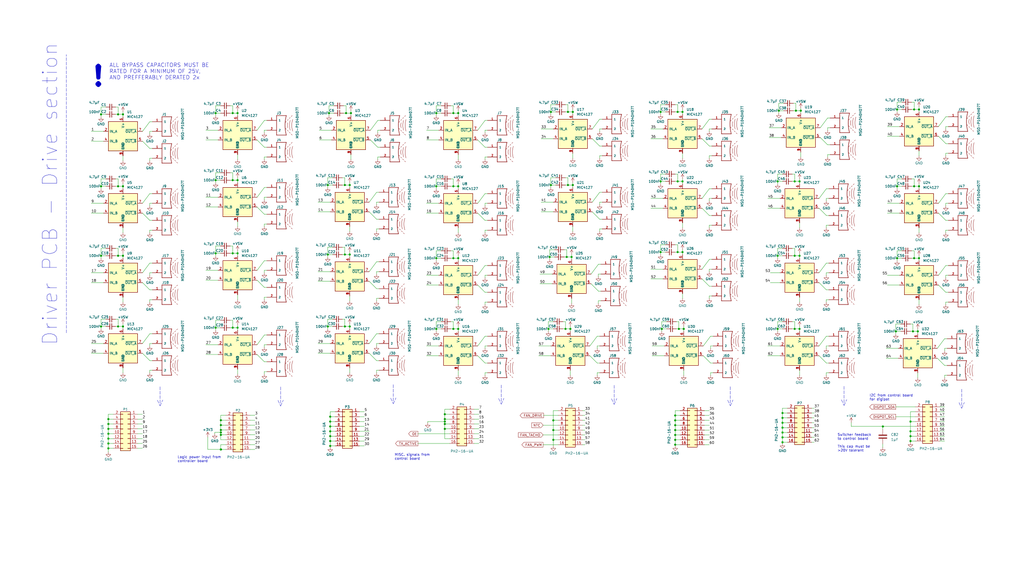
<source format=kicad_sch>
(kicad_sch (version 20211123) (generator eeschema)
  (paper "User" 533.4 299.999)
  (lib_symbols
    (symbol "CUSTOM:MSO-P1040H07T" (pin_names (offset 1.016))
      (property "Reference" "J2" (at -2.54 6.35 0))
      (symbol "MSO-P1040H07T_0_0"
        (pin passive line (at -7.62 2.54 0) (length 5.08) (name "1") (number "1"))
        (pin passive line (at -7.62 -2.54 0) (length 5.08) (name "2") (number "2"))
      )
    )
    (symbol "Capstone Project:MIC4127"
      (property "Reference" "U" (at 0 0 0))
      (property "Value" "MIC4127" (at 0 0 0))
      (symbol "MIC4127_1_1"
        (pin no_connect line (at -7.62 0 0) (length 2.54) hide (name "NC") (number "1"))
        (pin input line (at -10.16 2.54 0) (length 2.54) (name "IN_A") (number "2"))
        (pin power_in line (at 0 -10.16 90) (length 2.54) (name "GND") (number "3"))
        (pin input line (at -10.16 -2.54 0) (length 2.54) (name "IN_B") (number "4"))
        (pin output line (at 10.16 -2.54 180) (length 2.54) (name "~{OUT_B}") (number "5"))
        (pin power_in line (at 0 10.16 270) (length 2.54) (name "V+") (number "6"))
        (pin output line (at 10.16 2.54 180) (length 2.54) (name "~{OUT_A}") (number "7"))
        (pin no_connect line (at 7.62 0 180) (length 2.54) hide (name "NC") (number "8"))
        (pin input line (at 0 -10.16 90) (length 2.54) (name "PAD") (number "9"))
      )
    )
    (symbol "Connector_Generic:Conn_02x08_Odd_Even" (pin_names (offset 1.016) hide)
      (property "Reference" "J" (at 1.27 10.16 0))
      (property "Value" "Conn_02x08_Odd_Even" (at 1.27 -12.7 0))
      (symbol "Conn_02x08_Odd_Even_1_1"
        (pin passive line (at -5.08 7.62 0) (length 3.81) (name "Pin_1") (number "1"))
        (pin passive line (at 7.62 -2.54 180) (length 3.81) (name "Pin_10") (number "10"))
        (pin passive line (at -5.08 -5.08 0) (length 3.81) (name "Pin_11") (number "11"))
        (pin passive line (at 7.62 -5.08 180) (length 3.81) (name "Pin_12") (number "12"))
        (pin passive line (at -5.08 -7.62 0) (length 3.81) (name "Pin_13") (number "13"))
        (pin passive line (at 7.62 -7.62 180) (length 3.81) (name "Pin_14") (number "14"))
        (pin passive line (at -5.08 -10.16 0) (length 3.81) (name "Pin_15") (number "15"))
        (pin passive line (at 7.62 -10.16 180) (length 3.81) (name "Pin_16") (number "16"))
        (pin passive line (at 7.62 7.62 180) (length 3.81) (name "Pin_2") (number "2"))
        (pin passive line (at -5.08 5.08 0) (length 3.81) (name "Pin_3") (number "3"))
        (pin passive line (at 7.62 5.08 180) (length 3.81) (name "Pin_4") (number "4"))
        (pin passive line (at -5.08 2.54 0) (length 3.81) (name "Pin_5") (number "5"))
        (pin passive line (at 7.62 2.54 180) (length 3.81) (name "Pin_6") (number "6"))
        (pin passive line (at -5.08 0 0) (length 3.81) (name "Pin_7") (number "7"))
        (pin passive line (at 7.62 0 180) (length 3.81) (name "Pin_8") (number "8"))
        (pin passive line (at -5.08 -2.54 0) (length 3.81) (name "Pin_9") (number "9"))
      )
    )
    (symbol "Device:C" (pin_numbers hide) (pin_names (offset 0.254))
      (property "Reference" "C" (at 0.635 2.54 0))
      (property "Value" "C" (at 0.635 -2.54 0))
      (symbol "C_1_1"
        (pin passive line (at 0 3.81 270) (length 2.794) (name "~") (number "1"))
        (pin passive line (at 0 -3.81 90) (length 2.794) (name "~") (number "2"))
      )
    )
    (symbol "Device:C_Small" (pin_numbers hide) (pin_names (offset 0.254) hide)
      (property "Reference" "C" (at 0.254 1.778 0))
      (property "Value" "C_Small" (at 0.254 -2.032 0))
      (symbol "C_Small_1_1"
        (pin passive line (at 0 2.54 270) (length 2.032) (name "~") (number "1"))
        (pin passive line (at 0 -2.54 90) (length 2.032) (name "~") (number "2"))
      )
    )
    (symbol "MIC4127_17"
      (property "Reference" "U" (at 0 0 0))
      (property "Value" "MIC4127_17" (at 0 0 0))
      (symbol "MIC4127_17_1_1"
        (pin no_connect line (at -7.62 0 0) (length 2.54) hide (name "NC") (number "1"))
        (pin input line (at -10.16 2.54 0) (length 2.54) (name "IN_A") (number "2"))
        (pin power_in line (at 0 -10.16 90) (length 2.54) (name "GND") (number "3"))
        (pin input line (at -10.16 -2.54 0) (length 2.54) (name "IN_B") (number "4"))
        (pin output line (at 10.16 -2.54 180) (length 2.54) (name "~{OUT_B}") (number "5"))
        (pin power_in line (at 0 10.16 270) (length 2.54) (name "V+") (number "6"))
        (pin output line (at 10.16 2.54 180) (length 2.54) (name "~{OUT_A}") (number "7"))
        (pin no_connect line (at 7.62 0 180) (length 2.54) hide (name "NC") (number "8"))
        (pin input line (at 0 -10.16 90) (length 2.54) (name "PAD") (number "9"))
      )
    )
    (symbol "MIC4127_18"
      (property "Reference" "U" (at 0 0 0))
      (property "Value" "MIC4127_18" (at 0 0 0))
      (symbol "MIC4127_18_1_1"
        (pin no_connect line (at -7.62 0 0) (length 2.54) hide (name "NC") (number "1"))
        (pin input line (at -10.16 2.54 0) (length 2.54) (name "IN_A") (number "2"))
        (pin power_in line (at 0 -10.16 90) (length 2.54) (name "GND") (number "3"))
        (pin input line (at -10.16 -2.54 0) (length 2.54) (name "IN_B") (number "4"))
        (pin output line (at 10.16 -2.54 180) (length 2.54) (name "~{OUT_B}") (number "5"))
        (pin power_in line (at 0 10.16 270) (length 2.54) (name "V+") (number "6"))
        (pin output line (at 10.16 2.54 180) (length 2.54) (name "~{OUT_A}") (number "7"))
        (pin no_connect line (at 7.62 0 180) (length 2.54) hide (name "NC") (number "8"))
        (pin input line (at 0 -10.16 90) (length 2.54) (name "PAD") (number "9"))
      )
    )
    (symbol "MIC4127_19"
      (property "Reference" "U" (at 0 0 0))
      (property "Value" "MIC4127_19" (at 0 0 0))
      (symbol "MIC4127_19_1_1"
        (pin no_connect line (at -7.62 0 0) (length 2.54) hide (name "NC") (number "1"))
        (pin input line (at -10.16 2.54 0) (length 2.54) (name "IN_A") (number "2"))
        (pin power_in line (at 0 -10.16 90) (length 2.54) (name "GND") (number "3"))
        (pin input line (at -10.16 -2.54 0) (length 2.54) (name "IN_B") (number "4"))
        (pin output line (at 10.16 -2.54 180) (length 2.54) (name "~{OUT_B}") (number "5"))
        (pin power_in line (at 0 10.16 270) (length 2.54) (name "V+") (number "6"))
        (pin output line (at 10.16 2.54 180) (length 2.54) (name "~{OUT_A}") (number "7"))
        (pin no_connect line (at 7.62 0 180) (length 2.54) hide (name "NC") (number "8"))
        (pin input line (at 0 -10.16 90) (length 2.54) (name "PAD") (number "9"))
      )
    )
    (symbol "MIC4127_20"
      (property "Reference" "U" (at 0 0 0))
      (property "Value" "MIC4127_20" (at 0 0 0))
      (symbol "MIC4127_20_1_1"
        (pin no_connect line (at -7.62 0 0) (length 2.54) hide (name "NC") (number "1"))
        (pin input line (at -10.16 2.54 0) (length 2.54) (name "IN_A") (number "2"))
        (pin power_in line (at 0 -10.16 90) (length 2.54) (name "GND") (number "3"))
        (pin input line (at -10.16 -2.54 0) (length 2.54) (name "IN_B") (number "4"))
        (pin output line (at 10.16 -2.54 180) (length 2.54) (name "~{OUT_B}") (number "5"))
        (pin power_in line (at 0 10.16 270) (length 2.54) (name "V+") (number "6"))
        (pin output line (at 10.16 2.54 180) (length 2.54) (name "~{OUT_A}") (number "7"))
        (pin no_connect line (at 7.62 0 180) (length 2.54) hide (name "NC") (number "8"))
        (pin input line (at 0 -10.16 90) (length 2.54) (name "PAD") (number "9"))
      )
    )
    (symbol "MIC4127_5"
      (property "Reference" "U" (at 0 0 0))
      (property "Value" "MIC4127_5" (at 0 0 0))
      (symbol "MIC4127_5_1_1"
        (pin no_connect line (at -7.62 0 0) (length 2.54) hide (name "NC") (number "1"))
        (pin input line (at -10.16 2.54 0) (length 2.54) (name "IN_A") (number "2"))
        (pin power_in line (at 0 -10.16 90) (length 2.54) (name "GND") (number "3"))
        (pin input line (at -10.16 -2.54 0) (length 2.54) (name "IN_B") (number "4"))
        (pin output line (at 10.16 -2.54 180) (length 2.54) (name "~{OUT_B}") (number "5"))
        (pin power_in line (at 0 10.16 270) (length 2.54) (name "V+") (number "6"))
        (pin output line (at 10.16 2.54 180) (length 2.54) (name "~{OUT_A}") (number "7"))
        (pin no_connect line (at 7.62 0 180) (length 2.54) hide (name "NC") (number "8"))
        (pin input line (at 0 -10.16 90) (length 2.54) (name "PAD") (number "9"))
      )
    )
    (symbol "MIC4127_6"
      (property "Reference" "U" (at 0 0 0))
      (property "Value" "MIC4127_6" (at 0 0 0))
      (symbol "MIC4127_6_1_1"
        (pin no_connect line (at -7.62 0 0) (length 2.54) hide (name "NC") (number "1"))
        (pin input line (at -10.16 2.54 0) (length 2.54) (name "IN_A") (number "2"))
        (pin power_in line (at 0 -10.16 90) (length 2.54) (name "GND") (number "3"))
        (pin input line (at -10.16 -2.54 0) (length 2.54) (name "IN_B") (number "4"))
        (pin output line (at 10.16 -2.54 180) (length 2.54) (name "~{OUT_B}") (number "5"))
        (pin power_in line (at 0 10.16 270) (length 2.54) (name "V+") (number "6"))
        (pin output line (at 10.16 2.54 180) (length 2.54) (name "~{OUT_A}") (number "7"))
        (pin no_connect line (at 7.62 0 180) (length 2.54) hide (name "NC") (number "8"))
        (pin input line (at 0 -10.16 90) (length 2.54) (name "PAD") (number "9"))
      )
    )
    (symbol "MIC4127_7"
      (property "Reference" "U" (at 0 0 0))
      (property "Value" "MIC4127_7" (at 0 0 0))
      (symbol "MIC4127_7_1_1"
        (pin no_connect line (at -7.62 0 0) (length 2.54) hide (name "NC") (number "1"))
        (pin input line (at -10.16 2.54 0) (length 2.54) (name "IN_A") (number "2"))
        (pin power_in line (at 0 -10.16 90) (length 2.54) (name "GND") (number "3"))
        (pin input line (at -10.16 -2.54 0) (length 2.54) (name "IN_B") (number "4"))
        (pin output line (at 10.16 -2.54 180) (length 2.54) (name "~{OUT_B}") (number "5"))
        (pin power_in line (at 0 10.16 270) (length 2.54) (name "V+") (number "6"))
        (pin output line (at 10.16 2.54 180) (length 2.54) (name "~{OUT_A}") (number "7"))
        (pin no_connect line (at 7.62 0 180) (length 2.54) hide (name "NC") (number "8"))
        (pin input line (at 0 -10.16 90) (length 2.54) (name "PAD") (number "9"))
      )
    )
    (symbol "MIC4127_8"
      (property "Reference" "U" (at 0 0 0))
      (property "Value" "MIC4127_8" (at 0 0 0))
      (symbol "MIC4127_8_1_1"
        (pin no_connect line (at -7.62 0 0) (length 2.54) hide (name "NC") (number "1"))
        (pin input line (at -10.16 2.54 0) (length 2.54) (name "IN_A") (number "2"))
        (pin power_in line (at 0 -10.16 90) (length 2.54) (name "GND") (number "3"))
        (pin input line (at -10.16 -2.54 0) (length 2.54) (name "IN_B") (number "4"))
        (pin output line (at 10.16 -2.54 180) (length 2.54) (name "~{OUT_B}") (number "5"))
        (pin power_in line (at 0 10.16 270) (length 2.54) (name "V+") (number "6"))
        (pin output line (at 10.16 2.54 180) (length 2.54) (name "~{OUT_A}") (number "7"))
        (pin no_connect line (at 7.62 0 180) (length 2.54) hide (name "NC") (number "8"))
        (pin input line (at 0 -10.16 90) (length 2.54) (name "PAD") (number "9"))
      )
    )
    (symbol "MSO-P1040H07T_1" (pin_names (offset 1.016))
      (property "Reference" "J2" (at -2.54 6.35 0))
      (symbol "MSO-P1040H07T_1_0_0"
        (pin passive line (at -7.62 2.54 0) (length 5.08) (name "1") (number "1"))
        (pin passive line (at -7.62 -2.54 0) (length 5.08) (name "2") (number "2"))
      )
    )
    (symbol "MSO-P1040H07T_10" (pin_names (offset 1.016))
      (property "Reference" "J2" (at -2.54 6.35 0))
      (symbol "MSO-P1040H07T_10_0_0"
        (pin passive line (at -7.62 2.54 0) (length 5.08) (name "1") (number "1"))
        (pin passive line (at -7.62 -2.54 0) (length 5.08) (name "2") (number "2"))
      )
    )
    (symbol "MSO-P1040H07T_11" (pin_names (offset 1.016))
      (property "Reference" "J2" (at -2.54 6.35 0))
      (symbol "MSO-P1040H07T_11_0_0"
        (pin passive line (at -7.62 2.54 0) (length 5.08) (name "1") (number "1"))
        (pin passive line (at -7.62 -2.54 0) (length 5.08) (name "2") (number "2"))
      )
    )
    (symbol "MSO-P1040H07T_12" (pin_names (offset 1.016))
      (property "Reference" "J2" (at -2.54 6.35 0))
      (symbol "MSO-P1040H07T_12_0_0"
        (pin passive line (at -7.62 2.54 0) (length 5.08) (name "1") (number "1"))
        (pin passive line (at -7.62 -2.54 0) (length 5.08) (name "2") (number "2"))
      )
    )
    (symbol "MSO-P1040H07T_13" (pin_names (offset 1.016))
      (property "Reference" "J2" (at -2.54 6.35 0))
      (symbol "MSO-P1040H07T_13_0_0"
        (pin passive line (at -7.62 2.54 0) (length 5.08) (name "1") (number "1"))
        (pin passive line (at -7.62 -2.54 0) (length 5.08) (name "2") (number "2"))
      )
    )
    (symbol "MSO-P1040H07T_14" (pin_names (offset 1.016))
      (property "Reference" "J2" (at -2.54 6.35 0))
      (symbol "MSO-P1040H07T_14_0_0"
        (pin passive line (at -7.62 2.54 0) (length 5.08) (name "1") (number "1"))
        (pin passive line (at -7.62 -2.54 0) (length 5.08) (name "2") (number "2"))
      )
    )
    (symbol "MSO-P1040H07T_15" (pin_names (offset 1.016))
      (property "Reference" "J2" (at -2.54 6.35 0))
      (symbol "MSO-P1040H07T_15_0_0"
        (pin passive line (at -7.62 2.54 0) (length 5.08) (name "1") (number "1"))
        (pin passive line (at -7.62 -2.54 0) (length 5.08) (name "2") (number "2"))
      )
    )
    (symbol "MSO-P1040H07T_16" (pin_names (offset 1.016))
      (property "Reference" "J2" (at -2.54 6.35 0))
      (symbol "MSO-P1040H07T_16_0_0"
        (pin passive line (at -7.62 2.54 0) (length 5.08) (name "1") (number "1"))
        (pin passive line (at -7.62 -2.54 0) (length 5.08) (name "2") (number "2"))
      )
    )
    (symbol "MSO-P1040H07T_17" (pin_names (offset 1.016))
      (property "Reference" "J2" (at -2.54 6.35 0))
      (symbol "MSO-P1040H07T_17_0_0"
        (pin passive line (at -7.62 2.54 0) (length 5.08) (name "1") (number "1"))
        (pin passive line (at -7.62 -2.54 0) (length 5.08) (name "2") (number "2"))
      )
    )
    (symbol "MSO-P1040H07T_18" (pin_names (offset 1.016))
      (property "Reference" "J2" (at -2.54 6.35 0))
      (symbol "MSO-P1040H07T_18_0_0"
        (pin passive line (at -7.62 2.54 0) (length 5.08) (name "1") (number "1"))
        (pin passive line (at -7.62 -2.54 0) (length 5.08) (name "2") (number "2"))
      )
    )
    (symbol "MSO-P1040H07T_19" (pin_names (offset 1.016))
      (property "Reference" "J2" (at -2.54 6.35 0))
      (symbol "MSO-P1040H07T_19_0_0"
        (pin passive line (at -7.62 2.54 0) (length 5.08) (name "1") (number "1"))
        (pin passive line (at -7.62 -2.54 0) (length 5.08) (name "2") (number "2"))
      )
    )
    (symbol "MSO-P1040H07T_2" (pin_names (offset 1.016))
      (property "Reference" "J2" (at -2.54 6.35 0))
      (symbol "MSO-P1040H07T_2_0_0"
        (pin passive line (at -7.62 2.54 0) (length 5.08) (name "1") (number "1"))
        (pin passive line (at -7.62 -2.54 0) (length 5.08) (name "2") (number "2"))
      )
    )
    (symbol "MSO-P1040H07T_20" (pin_names (offset 1.016))
      (property "Reference" "J2" (at -2.54 6.35 0))
      (symbol "MSO-P1040H07T_20_0_0"
        (pin passive line (at -7.62 2.54 0) (length 5.08) (name "1") (number "1"))
        (pin passive line (at -7.62 -2.54 0) (length 5.08) (name "2") (number "2"))
      )
    )
    (symbol "MSO-P1040H07T_21" (pin_names (offset 1.016))
      (property "Reference" "J2" (at -2.54 6.35 0))
      (symbol "MSO-P1040H07T_21_0_0"
        (pin passive line (at -7.62 2.54 0) (length 5.08) (name "1") (number "1"))
        (pin passive line (at -7.62 -2.54 0) (length 5.08) (name "2") (number "2"))
      )
    )
    (symbol "MSO-P1040H07T_22" (pin_names (offset 1.016))
      (property "Reference" "J2" (at -2.54 6.35 0))
      (symbol "MSO-P1040H07T_22_0_0"
        (pin passive line (at -7.62 2.54 0) (length 5.08) (name "1") (number "1"))
        (pin passive line (at -7.62 -2.54 0) (length 5.08) (name "2") (number "2"))
      )
    )
    (symbol "MSO-P1040H07T_23" (pin_names (offset 1.016))
      (property "Reference" "J2" (at -2.54 6.35 0))
      (symbol "MSO-P1040H07T_23_0_0"
        (pin passive line (at -7.62 2.54 0) (length 5.08) (name "1") (number "1"))
        (pin passive line (at -7.62 -2.54 0) (length 5.08) (name "2") (number "2"))
      )
    )
    (symbol "MSO-P1040H07T_24" (pin_names (offset 1.016))
      (property "Reference" "J2" (at -2.54 6.35 0))
      (symbol "MSO-P1040H07T_24_0_0"
        (pin passive line (at -7.62 2.54 0) (length 5.08) (name "1") (number "1"))
        (pin passive line (at -7.62 -2.54 0) (length 5.08) (name "2") (number "2"))
      )
    )
    (symbol "MSO-P1040H07T_25" (pin_names (offset 1.016))
      (property "Reference" "J2" (at -2.54 6.35 0))
      (symbol "MSO-P1040H07T_25_0_0"
        (pin passive line (at -7.62 2.54 0) (length 5.08) (name "1") (number "1"))
        (pin passive line (at -7.62 -2.54 0) (length 5.08) (name "2") (number "2"))
      )
    )
    (symbol "MSO-P1040H07T_26" (pin_names (offset 1.016))
      (property "Reference" "J2" (at -2.54 6.35 0))
      (symbol "MSO-P1040H07T_26_0_0"
        (pin passive line (at -7.62 2.54 0) (length 5.08) (name "1") (number "1"))
        (pin passive line (at -7.62 -2.54 0) (length 5.08) (name "2") (number "2"))
      )
    )
    (symbol "MSO-P1040H07T_27" (pin_names (offset 1.016))
      (property "Reference" "J2" (at -2.54 6.35 0))
      (symbol "MSO-P1040H07T_27_0_0"
        (pin passive line (at -7.62 2.54 0) (length 5.08) (name "1") (number "1"))
        (pin passive line (at -7.62 -2.54 0) (length 5.08) (name "2") (number "2"))
      )
    )
    (symbol "MSO-P1040H07T_28" (pin_names (offset 1.016))
      (property "Reference" "J2" (at -2.54 6.35 0))
      (symbol "MSO-P1040H07T_28_0_0"
        (pin passive line (at -7.62 2.54 0) (length 5.08) (name "1") (number "1"))
        (pin passive line (at -7.62 -2.54 0) (length 5.08) (name "2") (number "2"))
      )
    )
    (symbol "MSO-P1040H07T_29" (pin_names (offset 1.016))
      (property "Reference" "J2" (at -2.54 6.35 0))
      (symbol "MSO-P1040H07T_29_0_0"
        (pin passive line (at -7.62 2.54 0) (length 5.08) (name "1") (number "1"))
        (pin passive line (at -7.62 -2.54 0) (length 5.08) (name "2") (number "2"))
      )
    )
    (symbol "MSO-P1040H07T_3" (pin_names (offset 1.016))
      (property "Reference" "J2" (at -2.54 6.35 0))
      (symbol "MSO-P1040H07T_3_0_0"
        (pin passive line (at -7.62 2.54 0) (length 5.08) (name "1") (number "1"))
        (pin passive line (at -7.62 -2.54 0) (length 5.08) (name "2") (number "2"))
      )
    )
    (symbol "MSO-P1040H07T_30" (pin_names (offset 1.016))
      (property "Reference" "J2" (at -2.54 6.35 0))
      (symbol "MSO-P1040H07T_30_0_0"
        (pin passive line (at -7.62 2.54 0) (length 5.08) (name "1") (number "1"))
        (pin passive line (at -7.62 -2.54 0) (length 5.08) (name "2") (number "2"))
      )
    )
    (symbol "MSO-P1040H07T_31" (pin_names (offset 1.016))
      (property "Reference" "J2" (at -2.54 6.35 0))
      (symbol "MSO-P1040H07T_31_0_0"
        (pin passive line (at -7.62 2.54 0) (length 5.08) (name "1") (number "1"))
        (pin passive line (at -7.62 -2.54 0) (length 5.08) (name "2") (number "2"))
      )
    )
    (symbol "MSO-P1040H07T_32" (pin_names (offset 1.016))
      (property "Reference" "J2" (at -2.54 6.35 0))
      (symbol "MSO-P1040H07T_32_0_0"
        (pin passive line (at -7.62 2.54 0) (length 5.08) (name "1") (number "1"))
        (pin passive line (at -7.62 -2.54 0) (length 5.08) (name "2") (number "2"))
      )
    )
    (symbol "MSO-P1040H07T_33" (pin_names (offset 1.016))
      (property "Reference" "J2" (at -2.54 6.35 0))
      (symbol "MSO-P1040H07T_33_0_0"
        (pin passive line (at -7.62 2.54 0) (length 5.08) (name "1") (number "1"))
        (pin passive line (at -7.62 -2.54 0) (length 5.08) (name "2") (number "2"))
      )
    )
    (symbol "MSO-P1040H07T_34" (pin_names (offset 1.016))
      (property "Reference" "J2" (at -2.54 6.35 0))
      (symbol "MSO-P1040H07T_34_0_0"
        (pin passive line (at -7.62 2.54 0) (length 5.08) (name "1") (number "1"))
        (pin passive line (at -7.62 -2.54 0) (length 5.08) (name "2") (number "2"))
      )
    )
    (symbol "MSO-P1040H07T_35" (pin_names (offset 1.016))
      (property "Reference" "J2" (at -2.54 6.35 0))
      (symbol "MSO-P1040H07T_35_0_0"
        (pin passive line (at -7.62 2.54 0) (length 5.08) (name "1") (number "1"))
        (pin passive line (at -7.62 -2.54 0) (length 5.08) (name "2") (number "2"))
      )
    )
    (symbol "MSO-P1040H07T_36" (pin_names (offset 1.016))
      (property "Reference" "J2" (at -2.54 6.35 0))
      (symbol "MSO-P1040H07T_36_0_0"
        (pin passive line (at -7.62 2.54 0) (length 5.08) (name "1") (number "1"))
        (pin passive line (at -7.62 -2.54 0) (length 5.08) (name "2") (number "2"))
      )
    )
    (symbol "MSO-P1040H07T_37" (pin_names (offset 1.016))
      (property "Reference" "J2" (at -2.54 6.35 0))
      (symbol "MSO-P1040H07T_37_0_0"
        (pin passive line (at -7.62 2.54 0) (length 5.08) (name "1") (number "1"))
        (pin passive line (at -7.62 -2.54 0) (length 5.08) (name "2") (number "2"))
      )
    )
    (symbol "MSO-P1040H07T_38" (pin_names (offset 1.016))
      (property "Reference" "J2" (at -2.54 6.35 0))
      (symbol "MSO-P1040H07T_38_0_0"
        (pin passive line (at -7.62 2.54 0) (length 5.08) (name "1") (number "1"))
        (pin passive line (at -7.62 -2.54 0) (length 5.08) (name "2") (number "2"))
      )
    )
    (symbol "MSO-P1040H07T_39" (pin_names (offset 1.016))
      (property "Reference" "J2" (at -2.54 6.35 0))
      (symbol "MSO-P1040H07T_39_0_0"
        (pin passive line (at -7.62 2.54 0) (length 5.08) (name "1") (number "1"))
        (pin passive line (at -7.62 -2.54 0) (length 5.08) (name "2") (number "2"))
      )
    )
    (symbol "MSO-P1040H07T_4" (pin_names (offset 1.016))
      (property "Reference" "J2" (at -2.54 6.35 0))
      (symbol "MSO-P1040H07T_4_0_0"
        (pin passive line (at -7.62 2.54 0) (length 5.08) (name "1") (number "1"))
        (pin passive line (at -7.62 -2.54 0) (length 5.08) (name "2") (number "2"))
      )
    )
    (symbol "MSO-P1040H07T_40" (pin_names (offset 1.016))
      (property "Reference" "J2" (at -2.54 6.35 0))
      (symbol "MSO-P1040H07T_40_0_0"
        (pin passive line (at -7.62 2.54 0) (length 5.08) (name "1") (number "1"))
        (pin passive line (at -7.62 -2.54 0) (length 5.08) (name "2") (number "2"))
      )
    )
    (symbol "MSO-P1040H07T_41" (pin_names (offset 1.016))
      (property "Reference" "J2" (at -2.54 6.35 0))
      (symbol "MSO-P1040H07T_41_0_0"
        (pin passive line (at -7.62 2.54 0) (length 5.08) (name "1") (number "1"))
        (pin passive line (at -7.62 -2.54 0) (length 5.08) (name "2") (number "2"))
      )
    )
    (symbol "MSO-P1040H07T_42" (pin_names (offset 1.016))
      (property "Reference" "J2" (at -2.54 6.35 0))
      (symbol "MSO-P1040H07T_42_0_0"
        (pin passive line (at -7.62 2.54 0) (length 5.08) (name "1") (number "1"))
        (pin passive line (at -7.62 -2.54 0) (length 5.08) (name "2") (number "2"))
      )
    )
    (symbol "MSO-P1040H07T_43" (pin_names (offset 1.016))
      (property "Reference" "J2" (at -2.54 6.35 0))
      (symbol "MSO-P1040H07T_43_0_0"
        (pin passive line (at -7.62 2.54 0) (length 5.08) (name "1") (number "1"))
        (pin passive line (at -7.62 -2.54 0) (length 5.08) (name "2") (number "2"))
      )
    )
    (symbol "MSO-P1040H07T_44" (pin_names (offset 1.016))
      (property "Reference" "J2" (at -2.54 6.35 0))
      (symbol "MSO-P1040H07T_44_0_0"
        (pin passive line (at -7.62 2.54 0) (length 5.08) (name "1") (number "1"))
        (pin passive line (at -7.62 -2.54 0) (length 5.08) (name "2") (number "2"))
      )
    )
    (symbol "MSO-P1040H07T_45" (pin_names (offset 1.016))
      (property "Reference" "J2" (at -2.54 6.35 0))
      (symbol "MSO-P1040H07T_45_0_0"
        (pin passive line (at -7.62 2.54 0) (length 5.08) (name "1") (number "1"))
        (pin passive line (at -7.62 -2.54 0) (length 5.08) (name "2") (number "2"))
      )
    )
    (symbol "MSO-P1040H07T_46" (pin_names (offset 1.016))
      (property "Reference" "J2" (at -2.54 6.35 0))
      (symbol "MSO-P1040H07T_46_0_0"
        (pin passive line (at -7.62 2.54 0) (length 5.08) (name "1") (number "1"))
        (pin passive line (at -7.62 -2.54 0) (length 5.08) (name "2") (number "2"))
      )
    )
    (symbol "MSO-P1040H07T_47" (pin_names (offset 1.016))
      (property "Reference" "J2" (at -2.54 6.35 0))
      (symbol "MSO-P1040H07T_47_0_0"
        (pin passive line (at -7.62 2.54 0) (length 5.08) (name "1") (number "1"))
        (pin passive line (at -7.62 -2.54 0) (length 5.08) (name "2") (number "2"))
      )
    )
    (symbol "MSO-P1040H07T_48" (pin_names (offset 1.016))
      (property "Reference" "J2" (at -2.54 6.35 0))
      (symbol "MSO-P1040H07T_48_0_0"
        (pin passive line (at -7.62 2.54 0) (length 5.08) (name "1") (number "1"))
        (pin passive line (at -7.62 -2.54 0) (length 5.08) (name "2") (number "2"))
      )
    )
    (symbol "MSO-P1040H07T_49" (pin_names (offset 1.016))
      (property "Reference" "J2" (at -2.54 6.35 0))
      (symbol "MSO-P1040H07T_49_0_0"
        (pin passive line (at -7.62 2.54 0) (length 5.08) (name "1") (number "1"))
        (pin passive line (at -7.62 -2.54 0) (length 5.08) (name "2") (number "2"))
      )
    )
    (symbol "MSO-P1040H07T_5" (pin_names (offset 1.016))
      (property "Reference" "J2" (at -2.54 6.35 0))
      (symbol "MSO-P1040H07T_5_0_0"
        (pin passive line (at -7.62 2.54 0) (length 5.08) (name "1") (number "1"))
        (pin passive line (at -7.62 -2.54 0) (length 5.08) (name "2") (number "2"))
      )
    )
    (symbol "MSO-P1040H07T_50" (pin_names (offset 1.016))
      (property "Reference" "J2" (at -2.54 6.35 0))
      (symbol "MSO-P1040H07T_50_0_0"
        (pin passive line (at -7.62 2.54 0) (length 5.08) (name "1") (number "1"))
        (pin passive line (at -7.62 -2.54 0) (length 5.08) (name "2") (number "2"))
      )
    )
    (symbol "MSO-P1040H07T_51" (pin_names (offset 1.016))
      (property "Reference" "J2" (at -2.54 6.35 0))
      (symbol "MSO-P1040H07T_51_0_0"
        (pin passive line (at -7.62 2.54 0) (length 5.08) (name "1") (number "1"))
        (pin passive line (at -7.62 -2.54 0) (length 5.08) (name "2") (number "2"))
      )
    )
    (symbol "MSO-P1040H07T_52" (pin_names (offset 1.016))
      (property "Reference" "J2" (at -2.54 6.35 0))
      (symbol "MSO-P1040H07T_52_0_0"
        (pin passive line (at -7.62 2.54 0) (length 5.08) (name "1") (number "1"))
        (pin passive line (at -7.62 -2.54 0) (length 5.08) (name "2") (number "2"))
      )
    )
    (symbol "MSO-P1040H07T_53" (pin_names (offset 1.016))
      (property "Reference" "J2" (at -2.54 6.35 0))
      (symbol "MSO-P1040H07T_53_0_0"
        (pin passive line (at -7.62 2.54 0) (length 5.08) (name "1") (number "1"))
        (pin passive line (at -7.62 -2.54 0) (length 5.08) (name "2") (number "2"))
      )
    )
    (symbol "MSO-P1040H07T_54" (pin_names (offset 1.016))
      (property "Reference" "J2" (at -2.54 6.35 0))
      (symbol "MSO-P1040H07T_54_0_0"
        (pin passive line (at -7.62 2.54 0) (length 5.08) (name "1") (number "1"))
        (pin passive line (at -7.62 -2.54 0) (length 5.08) (name "2") (number "2"))
      )
    )
    (symbol "MSO-P1040H07T_55" (pin_names (offset 1.016))
      (property "Reference" "J2" (at -2.54 6.35 0))
      (symbol "MSO-P1040H07T_55_0_0"
        (pin passive line (at -7.62 2.54 0) (length 5.08) (name "1") (number "1"))
        (pin passive line (at -7.62 -2.54 0) (length 5.08) (name "2") (number "2"))
      )
    )
    (symbol "MSO-P1040H07T_56" (pin_names (offset 1.016))
      (property "Reference" "J2" (at -2.54 6.35 0))
      (symbol "MSO-P1040H07T_56_0_0"
        (pin passive line (at -7.62 2.54 0) (length 5.08) (name "1") (number "1"))
        (pin passive line (at -7.62 -2.54 0) (length 5.08) (name "2") (number "2"))
      )
    )
    (symbol "MSO-P1040H07T_57" (pin_names (offset 1.016))
      (property "Reference" "J2" (at -2.54 6.35 0))
      (symbol "MSO-P1040H07T_57_0_0"
        (pin passive line (at -7.62 2.54 0) (length 5.08) (name "1") (number "1"))
        (pin passive line (at -7.62 -2.54 0) (length 5.08) (name "2") (number "2"))
      )
    )
    (symbol "MSO-P1040H07T_58" (pin_names (offset 1.016))
      (property "Reference" "J2" (at -2.54 6.35 0))
      (symbol "MSO-P1040H07T_58_0_0"
        (pin passive line (at -7.62 2.54 0) (length 5.08) (name "1") (number "1"))
        (pin passive line (at -7.62 -2.54 0) (length 5.08) (name "2") (number "2"))
      )
    )
    (symbol "MSO-P1040H07T_59" (pin_names (offset 1.016))
      (property "Reference" "J2" (at -2.54 6.35 0))
      (symbol "MSO-P1040H07T_59_0_0"
        (pin passive line (at -7.62 2.54 0) (length 5.08) (name "1") (number "1"))
        (pin passive line (at -7.62 -2.54 0) (length 5.08) (name "2") (number "2"))
      )
    )
    (symbol "MSO-P1040H07T_6" (pin_names (offset 1.016))
      (property "Reference" "J2" (at -2.54 6.35 0))
      (symbol "MSO-P1040H07T_6_0_0"
        (pin passive line (at -7.62 2.54 0) (length 5.08) (name "1") (number "1"))
        (pin passive line (at -7.62 -2.54 0) (length 5.08) (name "2") (number "2"))
      )
    )
    (symbol "MSO-P1040H07T_60" (pin_names (offset 1.016))
      (property "Reference" "J2" (at -2.54 6.35 0))
      (symbol "MSO-P1040H07T_60_0_0"
        (pin passive line (at -7.62 2.54 0) (length 5.08) (name "1") (number "1"))
        (pin passive line (at -7.62 -2.54 0) (length 5.08) (name "2") (number "2"))
      )
    )
    (symbol "MSO-P1040H07T_61" (pin_names (offset 1.016))
      (property "Reference" "J2" (at -2.54 6.35 0))
      (symbol "MSO-P1040H07T_61_0_0"
        (pin passive line (at -7.62 2.54 0) (length 5.08) (name "1") (number "1"))
        (pin passive line (at -7.62 -2.54 0) (length 5.08) (name "2") (number "2"))
      )
    )
    (symbol "MSO-P1040H07T_62" (pin_names (offset 1.016))
      (property "Reference" "J2" (at -2.54 6.35 0))
      (symbol "MSO-P1040H07T_62_0_0"
        (pin passive line (at -7.62 2.54 0) (length 5.08) (name "1") (number "1"))
        (pin passive line (at -7.62 -2.54 0) (length 5.08) (name "2") (number "2"))
      )
    )
    (symbol "MSO-P1040H07T_63" (pin_names (offset 1.016))
      (property "Reference" "J2" (at -2.54 6.35 0))
      (symbol "MSO-P1040H07T_63_0_0"
        (pin passive line (at -7.62 2.54 0) (length 5.08) (name "1") (number "1"))
        (pin passive line (at -7.62 -2.54 0) (length 5.08) (name "2") (number "2"))
      )
    )
    (symbol "MSO-P1040H07T_7" (pin_names (offset 1.016))
      (property "Reference" "J2" (at -2.54 6.35 0))
      (symbol "MSO-P1040H07T_7_0_0"
        (pin passive line (at -7.62 2.54 0) (length 5.08) (name "1") (number "1"))
        (pin passive line (at -7.62 -2.54 0) (length 5.08) (name "2") (number "2"))
      )
    )
    (symbol "MSO-P1040H07T_8" (pin_names (offset 1.016))
      (property "Reference" "J2" (at -2.54 6.35 0))
      (symbol "MSO-P1040H07T_8_0_0"
        (pin passive line (at -7.62 2.54 0) (length 5.08) (name "1") (number "1"))
        (pin passive line (at -7.62 -2.54 0) (length 5.08) (name "2") (number "2"))
      )
    )
    (symbol "MSO-P1040H07T_9" (pin_names (offset 1.016))
      (property "Reference" "J2" (at -2.54 6.35 0))
      (symbol "MSO-P1040H07T_9_0_0"
        (pin passive line (at -7.62 2.54 0) (length 5.08) (name "1") (number "1"))
        (pin passive line (at -7.62 -2.54 0) (length 5.08) (name "2") (number "2"))
      )
    )
    (symbol "power:+3V3" (power) (pin_names (offset 0))
      (property "Value" "+3V3" (at 0 3.556 0))
      (symbol "+3V3_1_1"
        (pin power_in line (at 0 0 90) (length 0) hide (name "+3V3") (number "1"))
      )
    )
    (symbol "power:+VSW" (power) (pin_names (offset 0))
      (property "Value" "+VSW" (at 0 3.556 0))
      (symbol "+VSW_1_1"
        (pin power_in line (at 0 0 90) (length 0) hide (name "+VSW") (number "1"))
      )
    )
    (symbol "power:GND" (power) (pin_names (offset 0))
      (property "Value" "GND" (at 0 -3.81 0))
      (symbol "GND_1_1"
        (pin power_in line (at 0 0 270) (length 0) hide (name "GND") (number "1"))
      )
    )
  )
  (junction (at 56.4388 218.313))
  (junction (at 413.9438 171.323))
  (junction (at 56.4388 231.013))
  (junction (at 405.0538 94.488))
  (junction (at 64.0588 97.028))
  (junction (at 172.0088 232.283))
  (junction (at 414.5788 57.658))
  (junction (at 478.7138 134.493))
  (junction (at 56.4388 228.473))
  (junction (at 285.6738 171.323))
  (junction (at 353.6188 171.323))
  (junction (at 413.9438 133.223))
  (junction (at 286.3088 133.858))
  (junction (at 475.5388 172.593))
  (junction (at 238.6838 134.493))
  (junction (at 474.2688 227.203))
  (junction (at 236.1438 134.493))
  (junction (at 416.4838 133.223))
  (junction (at 115.0366 234.1372))
  (junction (at 298.3738 96.393))
  (junction (at 170.7388 96.393))
  (junction (at 407.5938 230.378))
  (junction (at 351.7138 229.108))
  (junction (at 52.6288 170.053))
  (junction (at 351.7138 221.488))
  (junction (at 123.7488 131.953))
  (junction (at 115.0366 221.4372))
  (junction (at 172.0088 222.123))
  (junction (at 182.8038 58.928))
  (junction (at 52.6288 97.028))
  (junction (at 405.0538 133.223))
  (junction (at 170.7388 170.053))
  (junction (at 56.4388 225.933))
  (junction (at 407.5938 225.298))
  (junction (at 297.7388 133.858))
  (junction (at 351.7138 216.408))
  (junction (at 56.4388 233.553))
  (junction (at 238.6838 171.323))
  (junction (at 112.3188 93.853))
  (junction (at 413.9438 94.488))
  (junction (at 112.3188 58.928))
  (junction (at 182.1688 96.393))
  (junction (at 407.5938 217.678))
  (junction (at 407.5938 227.838))
  (junction (at 474.2688 229.743))
  (junction (at 227.2538 58.928))
  (junction (at 182.1688 170.053))
  (junction (at 61.5188 97.028))
  (junction (at 476.1738 57.023))
  (junction (at 474.2688 219.583))
  (junction (at 344.0938 131.318))
  (junction (at 478.0788 172.593))
  (junction (at 294.5638 171.323))
  (junction (at 121.2088 58.928))
  (junction (at 407.5938 215.138))
  (junction (at 64.0588 133.223))
  (junction (at 170.7388 132.588))
  (junction (at 112.3188 170.688))
  (junction (at 61.5188 133.223))
  (junction (at 474.2688 224.663))
  (junction (at 115.062 234.1118))
  (junction (at 286.9438 96.393))
  (junction (at 227.2538 134.493))
  (junction (at 182.1688 132.588))
  (junction (at 115.0366 226.5172))
  (junction (at 416.4838 171.323))
  (junction (at 298.3738 58.293))
  (junction (at 405.0538 171.323))
  (junction (at 295.8338 58.293))
  (junction (at 172.0088 217.043))
  (junction (at 227.2538 97.028))
  (junction (at 351.7138 226.568))
  (junction (at 115.0366 225.2472))
  (junction (at 231.6988 218.313))
  (junction (at 121.2088 131.953))
  (junction (at 238.6838 97.028))
  (junction (at 344.7288 171.323))
  (junction (at 352.9838 94.488))
  (junction (at 123.7488 93.853))
  (junction (at 172.0088 219.583))
  (junction (at 288.2138 218.948))
  (junction (at 231.6988 215.773))
  (junction (at 288.2138 224.028))
  (junction (at 355.5238 131.318))
  (junction (at 466.6488 172.593))
  (junction (at 355.5238 94.488))
  (junction (at 172.0088 229.743))
  (junction (at 64.0588 170.053))
  (junction (at 476.1738 134.493))
  (junction (at 407.5938 222.758))
  (junction (at 355.5238 58.293))
  (junction (at 236.1438 97.028))
  (junction (at 171.3738 58.928))
  (junction (at 344.0938 94.488))
  (junction (at 61.5188 170.053))
  (junction (at 356.1588 171.323))
  (junction (at 52.6288 133.223))
  (junction (at 478.7138 57.023))
  (junction (at 236.1438 171.323))
  (junction (at 407.5938 220.218))
  (junction (at 459.867 222.123))
  (junction (at 179.6288 132.588))
  (junction (at 467.2838 97.028))
  (junction (at 351.7138 224.028))
  (junction (at 286.9438 58.293))
  (junction (at 180.2638 58.928))
  (junction (at 295.1988 133.858))
  (junction (at 352.9838 131.318))
  (junction (at 61.5188 59.563))
  (junction (at 227.2538 171.323))
  (junction (at 476.1738 97.028))
  (junction (at 297.1038 171.323))
  (junction (at 351.7138 231.648))
  (junction (at 121.2088 170.688))
  (junction (at 478.7138 97.028))
  (junction (at 56.4388 220.853))
  (junction (at 123.7488 170.688))
  (junction (at 405.6888 57.658))
  (junction (at 288.2138 229.108))
  (junction (at 64.0588 59.563))
  (junction (at 56.4388 223.393))
  (junction (at 231.6988 220.853))
  (junction (at 52.6288 59.563))
  (junction (at 351.7138 218.948))
  (junction (at 352.9838 58.293))
  (junction (at 179.6288 96.393))
  (junction (at 231.6988 219.583))
  (junction (at 344.0938 58.293))
  (junction (at 238.6838 58.928))
  (junction (at 179.6288 170.053))
  (junction (at 417.1188 57.658))
  (junction (at 123.7488 58.928))
  (junction (at 115.0366 223.9772))
  (junction (at 172.0088 224.663))
  (junction (at 231.6988 223.393))
  (junction (at 467.2838 57.023))
  (junction (at 467.2838 134.493))
  (junction (at 121.2088 93.853))
  (junction (at 295.8338 96.393))
  (junction (at 236.1438 58.928))
  (junction (at 416.4838 94.488))
  (junction (at 172.0088 227.203))
  (junction (at 112.3188 131.953))
  (junction (at 115.0366 218.8972))
  (wire (pts (xy 313.6138 76.073) (xy 312.3438 76.073)))
  (wire (pts (xy 407.5938 227.838) (xy 407.5938 230.378)))
  (polyline (pts (xy 34.6202 173.3804) (xy 34.5948 28.4226)))
  (wire (pts (xy 288.2138 213.868) (xy 288.2138 218.948)))
  (wire (pts (xy 290.7538 229.108) (xy 288.2138 229.108)))
  (wire (pts (xy 355.5238 131.318) (xy 355.5238 130.048)))
  (wire (pts (xy 344.0938 127.508) (xy 346.6338 127.508)))
  (wire (pts (xy 344.0938 59.563) (xy 344.0938 58.293)))
  (wire (pts (xy 303.4538 216.408) (xy 304.7238 216.408)))
  (wire (pts (xy 493.9538 114.808) (xy 492.6838 114.808)))
  (wire (pts (xy 196.1388 155.448) (xy 196.1388 156.718)))
  (wire (pts (xy 410.1338 225.298) (xy 407.5938 225.298)))
  (wire (pts (xy 478.7138 118.618) (xy 478.7138 121.158)))
  (wire (pts (xy 112.3188 90.043) (xy 112.3188 93.853)))
  (wire (pts (xy 56.4388 228.473) (xy 56.4388 225.933)))
  (wire (pts (xy 56.4388 231.013) (xy 56.4388 228.473)))
  (wire (pts (xy 228.5238 67.818) (xy 222.1738 67.818)))
  (wire (pts (xy 476.1738 57.023) (xy 478.7138 57.023)))
  (wire (pts (xy 467.2838 130.683) (xy 469.8238 130.683)))
  (wire (pts (xy 133.9088 140.843) (xy 137.7188 135.763)))
  (wire (pts (xy 413.3088 57.658) (xy 414.5788 57.658)))
  (wire (pts (xy 431.7238 137.033) (xy 430.4538 137.033)))
  (wire (pts (xy 405.6888 53.848) (xy 408.2288 53.848)))
  (wire (pts (xy 172.0088 110.363) (xy 165.6588 110.363)))
  (wire (pts (xy 138.9888 149.733) (xy 137.7188 149.733)))
  (wire (pts (xy 61.5188 59.563) (xy 61.5188 55.753)))
  (wire (pts (xy 52.6288 60.833) (xy 52.6288 59.563)))
  (wire (pts (xy 179.6288 92.583) (xy 178.3588 92.583)))
  (wire (pts (xy 79.2988 100.838) (xy 78.0288 100.838)))
  (wire (pts (xy 121.2088 58.928) (xy 123.7488 58.928)))
  (wire (pts (xy 311.7088 142.748) (xy 311.7088 144.018)))
  (wire (pts (xy 312.3438 175.133) (xy 311.0738 175.133)))
  (wire (pts (xy 113.5888 72.898) (xy 107.2388 72.898)))
  (wire (pts (xy 489.5088 217.043) (xy 492.0488 217.043)))
  (wire (pts (xy 174.5488 224.663) (xy 172.0088 224.663)))
  (wire (pts (xy 431.7238 156.083) (xy 430.4538 156.083)))
  (wire (pts (xy 286.9438 92.583) (xy 286.9438 96.393)))
  (wire (pts (xy 53.8988 184.023) (xy 47.5488 184.023)))
  (wire (pts (xy 405.0538 90.678) (xy 405.0538 94.488)))
  (wire (pts (xy 234.8738 58.928) (xy 236.1438 58.928)))
  (wire (pts (xy 297.1038 172.593) (xy 297.1038 171.323)))
  (wire (pts (xy 52.6288 166.243) (xy 52.6288 170.053)))
  (polyline (pts (xy 204.851 200.3552) (xy 204.851 209.0928)))
  (wire (pts (xy 431.0888 75.438) (xy 427.2788 71.628)))
  (wire (pts (xy 351.7138 224.028) (xy 351.7138 226.568)))
  (wire (pts (xy 478.7138 135.763) (xy 478.7138 134.493)))
  (wire (pts (xy 475.5388 172.593) (xy 478.0788 172.593)))
  (wire (pts (xy 179.6288 128.778) (xy 178.3588 128.778)))
  (wire (pts (xy 369.4938 76.073) (xy 365.6838 72.263)))
  (wire (pts (xy 492.6838 119.888) (xy 492.6838 121.158)))
  (wire (pts (xy 431.7238 151.003) (xy 430.4538 151.003)))
  (wire (pts (xy 236.1438 171.323) (xy 236.1438 167.513)))
  (wire (pts (xy 79.2988 142.113) (xy 78.0288 142.113)))
  (wire (pts (xy 286.9438 59.563) (xy 286.9438 58.293)))
  (wire (pts (xy 422.8338 212.598) (xy 424.1546 212.598)))
  (wire (pts (xy 286.9438 185.293) (xy 280.5938 185.293)))
  (wire (pts (xy 238.6838 118.618) (xy 238.6838 121.158)))
  (wire (pts (xy 345.3638 108.458) (xy 339.0138 108.458)))
  (wire (pts (xy 431.7238 142.113) (xy 430.4538 142.113)))
  (wire (pts (xy 352.9838 58.293) (xy 352.9838 54.483)))
  (wire (pts (xy 198.0438 76.708) (xy 196.7738 76.708)))
  (wire (pts (xy 238.6838 135.763) (xy 238.6838 134.493)))
  (wire (pts (xy 351.7138 221.488) (xy 351.7138 224.028)))
  (polyline (pts (xy 261.0866 200.5584) (xy 261.0866 209.296)))
  (wire (pts (xy 406.3238 180.213) (xy 399.9738 180.213)))
  (wire (pts (xy 238.6838 58.928) (xy 238.6838 57.658)))
  (wire (pts (xy 138.9888 140.843) (xy 137.7188 140.843)))
  (wire (pts (xy 308.5338 105.283) (xy 312.3438 100.203)))
  (wire (pts (xy 286.9438 97.663) (xy 286.9438 96.393)))
  (wire (pts (xy 248.8438 180.213) (xy 252.6538 175.133)))
  (wire (pts (xy 252.6538 152.273) (xy 248.8438 148.463)))
  (wire (pts (xy 113.5888 179.578) (xy 107.2388 179.578)))
  (wire (pts (xy 286.3088 135.128) (xy 286.3088 133.858)))
  (wire (pts (xy 117.5766 229.0572) (xy 115.0366 229.0572)))
  (wire (pts (xy 489.5088 229.743) (xy 492.0488 229.743)))
  (wire (pts (xy 365.6838 103.378) (xy 369.4938 98.298)))
  (wire (pts (xy 406.3238 103.378) (xy 399.9738 103.378)))
  (wire (pts (xy 231.6988 215.773) (xy 231.6988 218.313)))
  (wire (pts (xy 121.2088 58.928) (xy 121.2088 55.118)))
  (wire (pts (xy 252.6538 119.888) (xy 252.6538 121.158)))
  (wire (pts (xy 56.4388 215.773) (xy 56.4388 218.313)))
  (wire (pts (xy 227.2538 55.118) (xy 229.7938 55.118)))
  (wire (pts (xy 283.1592 216.408) (xy 290.7538 216.408)))
  (wire (pts (xy 298.3738 97.663) (xy 298.3738 96.393)))
  (wire (pts (xy 344.0938 54.483) (xy 344.0938 58.293)))
  (wire (pts (xy 61.5188 170.053) (xy 64.0588 170.053)))
  (wire (pts (xy 466.6488 217.043) (xy 476.8088 217.043)))
  (wire (pts (xy 430.4538 142.113) (xy 430.4538 143.383)))
  (wire (pts (xy 197.4088 187.833) (xy 196.1388 187.833)))
  (wire (pts (xy 492.6838 79.883) (xy 492.6838 81.153)))
  (wire (pts (xy 228.5238 105.918) (xy 222.1738 105.918)))
  (wire (pts (xy 311.0738 189.103) (xy 307.2638 185.293)))
  (wire (pts (xy 137.7188 188.468) (xy 133.9088 184.658)))
  (wire (pts (xy 410.1338 212.598) (xy 407.5938 212.598)))
  (wire (pts (xy 130.2766 216.3572) (xy 132.8166 216.3572)))
  (wire (pts (xy 297.7388 133.858) (xy 297.7388 132.588)))
  (wire (pts (xy 246.9388 231.013) (xy 249.4788 231.013)))
  (wire (pts (xy 410.1338 222.758) (xy 407.5938 222.758)))
  (polyline (pts (xy 83.3882 211.4296) (xy 84.7598 208.3562)))
  (wire (pts (xy 71.6788 228.473) (xy 74.2188 228.473)))
  (wire (pts (xy 422.8338 220.218) (xy 424.053 220.218)))
  (wire (pts (xy 121.2088 170.688) (xy 121.2088 166.878)))
  (wire (pts (xy 234.2388 215.773) (xy 231.6988 215.773)))
  (wire (pts (xy 170.7388 92.583) (xy 170.7388 96.393)))
  (wire (pts (xy 133.9088 67.818) (xy 137.7188 62.738)))
  (wire (pts (xy 53.8988 105.918) (xy 47.5488 105.918)))
  (wire (pts (xy 197.4088 173.863) (xy 196.1388 173.863)))
  (wire (pts (xy 431.7238 194.183) (xy 430.4538 194.183)))
  (wire (pts (xy 192.3288 141.478) (xy 196.1388 136.398)))
  (wire (pts (xy 370.7638 140.208) (xy 369.4938 140.208)))
  (wire (pts (xy 431.0888 80.518) (xy 431.0888 81.788)))
  (wire (pts (xy 474.9038 57.023) (xy 476.1738 57.023)))
  (wire (pts (xy 231.6988 213.233) (xy 231.6988 215.773)))
  (wire (pts (xy 282.9306 221.488) (xy 290.7538 221.488)))
  (wire (pts (xy 252.6538 114.808) (xy 248.8438 110.998)))
  (wire (pts (xy 64.0588 170.053) (xy 64.0588 168.783)))
  (wire (pts (xy 56.4388 223.393) (xy 56.4388 225.933)))
  (wire (pts (xy 192.3288 105.283) (xy 196.1388 100.203)))
  (wire (pts (xy 366.9538 231.648) (xy 369.4938 231.648)))
  (wire (pts (xy 488.8738 65.913) (xy 492.6838 60.833)))
  (wire (pts (xy 112.3188 166.878) (xy 114.8588 166.878)))
  (wire (pts (xy 179.6288 96.393) (xy 179.6288 92.583)))
  (wire (pts (xy 187.2488 229.743) (xy 189.7888 229.743)))
  (wire (pts (xy 123.7488 60.198) (xy 123.7488 58.928)))
  (wire (pts (xy 297.7388 135.128) (xy 297.7388 133.858)))
  (wire (pts (xy 370.7638 112.268) (xy 369.4938 112.268)))
  (wire (pts (xy 355.5238 79.883) (xy 355.5238 82.423)))
  (wire (pts (xy 351.7138 58.293) (xy 352.9838 58.293)))
  (wire (pts (xy 427.2788 66.548) (xy 431.0888 61.468)))
  (wire (pts (xy 248.8438 105.918) (xy 252.6538 100.838)))
  (wire (pts (xy 413.9438 129.413) (xy 412.6738 129.413)))
  (wire (pts (xy 307.2638 180.213) (xy 311.0738 175.133)))
  (wire (pts (xy 406.9588 66.548) (xy 400.6088 66.548)))
  (wire (pts (xy 111.8616 225.2472) (xy 111.8616 225.8822)))
  (wire (pts (xy 307.8988 142.748) (xy 311.7088 137.668)))
  (wire (pts (xy 467.2838 97.028) (xy 469.8238 97.028)))
  (wire (pts (xy 196.7738 81.788) (xy 196.7738 83.058)))
  (wire (pts (xy 303.4538 224.028) (xy 304.7238 224.028)))
  (wire (pts (xy 295.8338 96.393) (xy 295.8338 92.583)))
  (wire (pts (xy 182.1688 154.178) (xy 182.1688 156.718)))
  (wire (pts (xy 286.3088 130.048) (xy 286.3088 133.858)))
  (polyline (pts (xy 500.9388 212.6996) (xy 502.3104 209.6262)))
  (wire (pts (xy 196.7738 67.818) (xy 196.7738 69.088)))
  (wire (pts (xy 52.6288 93.218) (xy 52.6288 97.028)))
  (wire (pts (xy 137.7188 193.548) (xy 137.7188 194.818)))
  (wire (pts (xy 192.9638 67.818) (xy 196.7738 62.738)))
  (wire (pts (xy 246.9388 225.933) (xy 249.4788 225.933)))
  (wire (pts (xy 431.7238 175.133) (xy 430.4538 175.133)))
  (wire (pts (xy 344.0938 132.588) (xy 344.0938 131.318)))
  (wire (pts (xy 112.3188 58.928) (xy 114.8588 58.928)))
  (polyline (pts (xy 438.3024 208.2292) (xy 439.674 211.201)))
  (wire (pts (xy 64.0588 59.563) (xy 64.0588 58.293)))
  (wire (pts (xy 431.7238 189.103) (xy 430.4538 189.103)))
  (wire (pts (xy 179.6288 166.243) (xy 178.3588 166.243)))
  (wire (pts (xy 196.1388 178.943) (xy 196.1388 180.213)))
  (wire (pts (xy 366.9538 221.488) (xy 369.5446 221.488)))
  (wire (pts (xy 117.5766 218.8972) (xy 115.0366 218.8972)))
  (wire (pts (xy 308.5338 67.183) (xy 312.3438 62.103)))
  (wire (pts (xy 371.3988 194.183) (xy 370.1288 194.183)))
  (wire (pts (xy 407.5938 230.378) (xy 407.5938 231.013)))
  (wire (pts (xy 121.2088 55.118) (xy 119.9388 55.118)))
  (wire (pts (xy 121.2088 131.953) (xy 123.7488 131.953)))
  (wire (pts (xy 252.6538 180.213) (xy 252.6538 181.483)))
  (wire (pts (xy 287.5788 142.748) (xy 281.2288 142.748)))
  (wire (pts (xy 405.0538 171.323) (xy 407.5938 171.323)))
  (wire (pts (xy 138.9888 67.818) (xy 137.7188 67.818)))
  (wire (pts (xy 252.6538 67.818) (xy 252.6538 69.088)))
  (wire (pts (xy 476.8088 214.503) (xy 474.2688 214.503)))
  (wire (pts (xy 492.0488 190.373) (xy 488.2388 186.563)))
  (wire (pts (xy 227.2538 130.683) (xy 227.2538 134.493)))
  (wire (pts (xy 71.6788 215.773) (xy 74.2188 215.773)))
  (wire (pts (xy 187.2488 214.503) (xy 189.7888 214.503)))
  (wire (pts (xy 295.8338 54.483) (xy 294.5638 54.483)))
  (wire (pts (xy 119.9388 93.853) (xy 121.2088 93.853)))
  (wire (pts (xy 352.9838 131.318) (xy 352.9838 127.508)))
  (wire (pts (xy 422.8338 217.678) (xy 424.053 217.678)))
  (wire (pts (xy 253.9238 81.788) (xy 252.6538 81.788)))
  (wire (pts (xy 354.2538 231.648) (xy 351.7138 231.648)))
  (wire (pts (xy 474.2688 219.583) (xy 474.2688 224.663)))
  (wire (pts (xy 406.3238 147.193) (xy 401.2438 147.193)))
  (wire (pts (xy 286.3088 130.048) (xy 288.8488 130.048)))
  (wire (pts (xy 474.2688 172.593) (xy 475.5388 172.593)))
  (wire (pts (xy 246.9388 215.773) (xy 249.4788 215.773)))
  (wire (pts (xy 345.3638 145.288) (xy 339.0138 145.288)))
  (wire (pts (xy 113.5888 67.818) (xy 107.2388 67.818)))
  (wire (pts (xy 345.9988 185.293) (xy 339.6488 185.293)))
  (wire (pts (xy 370.1288 180.213) (xy 370.1288 181.483)))
  (wire (pts (xy 60.2488 133.223) (xy 61.5188 133.223)))
  (wire (pts (xy 123.7488 170.688) (xy 123.7488 169.418)))
  (wire (pts (xy 489.5088 211.963) (xy 492.0488 211.963)))
  (wire (pts (xy 294.5638 96.393) (xy 295.8338 96.393)))
  (wire (pts (xy 172.0088 184.023) (xy 165.6588 184.023)))
  (wire (pts (xy 467.2838 53.213) (xy 469.8238 53.213)))
  (wire (pts (xy 252.6538 194.183) (xy 252.6538 195.453)))
  (wire (pts (xy 123.7488 58.928) (xy 123.7488 57.658)))
  (wire (pts (xy 354.2538 216.408) (xy 351.7138 216.408)))
  (wire (pts (xy 234.8738 97.028) (xy 236.1438 97.028)))
  (wire (pts (xy 489.5088 214.503) (xy 492.0488 214.503)))
  (wire (pts (xy 179.6288 132.588) (xy 182.1688 132.588)))
  (wire (pts (xy 431.7238 98.298) (xy 430.4538 98.298)))
  (wire (pts (xy 352.3488 171.323) (xy 353.6188 171.323)))
  (wire (pts (xy 112.3188 55.118) (xy 112.3188 58.928)))
  (wire (pts (xy 313.6138 81.153) (xy 312.3438 81.153)))
  (wire (pts (xy 253.9238 194.183) (xy 252.6538 194.183)))
  (wire (pts (xy 474.2688 227.203) (xy 474.2688 229.743)))
  (wire (pts (xy 52.6288 55.753) (xy 52.6288 59.563)))
  (wire (pts (xy 174.5488 219.583) (xy 172.0088 219.583)))
  (wire (pts (xy 196.1388 105.283) (xy 196.1388 106.553)))
  (wire (pts (xy 492.6838 65.913) (xy 492.6838 67.183)))
  (wire (pts (xy 238.6838 60.198) (xy 238.6838 58.928)))
  (wire (pts (xy 227.2538 134.493) (xy 229.7938 134.493)))
  (wire (pts (xy 64.0588 134.493) (xy 64.0588 133.223)))
  (wire (pts (xy 170.7388 97.663) (xy 170.7388 96.393)))
  (wire (pts (xy 416.4838 172.593) (xy 416.4838 171.323)))
  (wire (pts (xy 405.6888 57.658) (xy 408.2288 57.658)))
  (wire (pts (xy 405.0538 129.413) (xy 407.5938 129.413)))
  (polyline (pts (xy 259.7404 207.5688) (xy 261.112 210.5406)))
  (wire (pts (xy 189.7888 227.203) (xy 187.2488 227.203)))
  (wire (pts (xy 344.7288 167.513) (xy 344.7288 171.323)))
  (wire (pts (xy 297.1038 171.323) (xy 297.1038 170.053)))
  (wire (pts (xy 187.2488 217.043) (xy 189.7888 217.043)))
  (wire (pts (xy 71.6788 231.013) (xy 74.2188 231.013)))
  (wire (pts (xy 417.1188 57.658) (xy 417.1188 56.388)))
  (wire (pts (xy 478.7138 134.493) (xy 478.7138 133.223)))
  (wire (pts (xy 371.3988 180.213) (xy 370.1288 180.213)))
  (wire (pts (xy 53.8988 110.998) (xy 47.5488 110.998)))
  (wire (pts (xy 174.5488 214.503) (xy 172.0088 214.503)))
  (wire (pts (xy 179.6288 96.393) (xy 182.1688 96.393)))
  (wire (pts (xy 410.1338 230.378) (xy 407.5938 230.378)))
  (wire (pts (xy 236.1438 58.928) (xy 238.6838 58.928)))
  (wire (pts (xy 112.3188 131.953) (xy 114.8588 131.953)))
  (wire (pts (xy 58.9788 228.473) (xy 56.4388 228.473)))
  (wire (pts (xy 312.3438 189.103) (xy 311.0738 189.103)))
  (wire (pts (xy 52.6288 59.563) (xy 55.1688 59.563)))
  (wire (pts (xy 476.1738 53.213) (xy 474.9038 53.213)))
  (wire (pts (xy 64.0588 154.813) (xy 64.0588 157.353)))
  (wire (pts (xy 252.6538 76.708) (xy 248.8438 72.898)))
  (wire (pts (xy 171.3738 58.928) (xy 173.9138 58.928)))
  (wire (pts (xy 52.6288 170.053) (xy 55.1688 170.053)))
  (wire (pts (xy 52.6288 97.028) (xy 55.1688 97.028)))
  (wire (pts (xy 344.7288 167.513) (xy 347.2688 167.513)))
  (wire (pts (xy 61.5188 93.218) (xy 60.2488 93.218)))
  (wire (pts (xy 172.0088 105.283) (xy 165.6588 105.283)))
  (wire (pts (xy 227.2538 135.763) (xy 227.2538 134.493)))
  (wire (pts (xy 467.2838 58.293) (xy 467.2838 57.023)))
  (wire (pts (xy 182.1688 171.323) (xy 182.1688 170.053)))
  (wire (pts (xy 198.0438 62.738) (xy 196.7738 62.738)))
  (wire (pts (xy 236.1438 167.513) (xy 234.8738 167.513)))
  (wire (pts (xy 443.3824 222.123) (xy 459.867 222.123)))
  (wire (pts (xy 493.9538 105.918) (xy 492.6838 105.918)))
  (wire (pts (xy 493.9538 74.803) (xy 492.6838 74.803)))
  (polyline (pts (xy 261.112 210.5406) (xy 262.4836 207.4672)))
  (wire (pts (xy 238.6838 97.028) (xy 238.6838 95.758)))
  (wire (pts (xy 422.8338 225.298) (xy 424.053 225.298)))
  (wire (pts (xy 493.9538 119.888) (xy 492.6838 119.888)))
  (wire (pts (xy 253.9238 62.738) (xy 252.6538 62.738)))
  (wire (pts (xy 121.2088 131.953) (xy 121.2088 128.143)))
  (wire (pts (xy 252.6538 81.788) (xy 252.6538 83.058)))
  (wire (pts (xy 407.5938 222.758) (xy 407.5938 225.298)))
  (wire (pts (xy 137.7188 116.713) (xy 137.7188 117.983)))
  (wire (pts (xy 478.7138 78.613) (xy 478.7138 81.153)))
  (wire (pts (xy 246.9388 220.853) (xy 249.4788 220.853)))
  (wire (pts (xy 370.7638 135.128) (xy 369.4938 135.128)))
  (wire (pts (xy 253.9238 143.383) (xy 252.6538 143.383)))
  (wire (pts (xy 228.5238 185.293) (xy 222.1738 185.293)))
  (wire (pts (xy 366.9538 224.028) (xy 369.5446 224.028)))
  (wire (pts (xy 252.6538 105.918) (xy 252.6538 107.188)))
  (wire (pts (xy 137.7188 179.578) (xy 137.7188 180.848)))
  (wire (pts (xy 179.6288 170.053) (xy 182.1688 170.053)))
  (wire (pts (xy 78.0288 105.918) (xy 78.0288 107.188)))
  (wire (pts (xy 253.9238 138.303) (xy 252.6538 138.303)))
  (wire (pts (xy 344.0938 95.758) (xy 344.0938 94.488)))
  (wire (pts (xy 413.9438 133.223) (xy 416.4838 133.223)))
  (wire (pts (xy 238.6838 171.323) (xy 238.6838 170.053)))
  (wire (pts (xy 121.2088 93.853) (xy 123.7488 93.853)))
  (wire (pts (xy 61.5188 97.028) (xy 61.5188 93.218)))
  (wire (pts (xy 174.5488 232.283) (xy 172.0088 232.283)))
  (wire (pts (xy 138.9888 76.708) (xy 137.7188 76.708)))
  (wire (pts (xy 297.7388 155.448) (xy 297.7388 157.988)))
  (wire (pts (xy 64.0588 171.323) (xy 64.0588 170.053)))
  (wire (pts (xy 352.9838 58.293) (xy 355.5238 58.293)))
  (wire (pts (xy 79.2988 77.343) (xy 78.0288 77.343)))
  (wire (pts (xy 74.2188 142.113) (xy 78.0288 137.033)))
  (wire (pts (xy 489.5088 219.583) (xy 492.0488 219.583)))
  (wire (pts (xy 417.1188 58.928) (xy 417.1188 57.658)))
  (wire (pts (xy 133.9088 179.578) (xy 137.7188 174.498)))
  (wire (pts (xy 64.0588 118.618) (xy 64.0588 121.158)))
  (wire (pts (xy 295.8338 96.393) (xy 298.3738 96.393)))
  (wire (pts (xy 312.3438 105.283) (xy 312.3438 106.553)))
  (wire (pts (xy 405.0538 94.488) (xy 407.5938 94.488)))
  (wire (pts (xy 60.2488 59.563) (xy 61.5188 59.563)))
  (wire (pts (xy 123.7488 93.853) (xy 123.7488 92.583)))
  (wire (pts (xy 476.1738 97.028) (xy 478.7138 97.028)))
  (wire (pts (xy 313.6138 114.173) (xy 312.3438 114.173)))
  (wire (pts (xy 79.2988 137.033) (xy 78.0288 137.033)))
  (wire (pts (xy 405.6888 53.848) (xy 405.6888 57.658)))
  (wire (pts (xy 466.6488 172.593) (xy 469.1888 172.593)))
  (wire (pts (xy 414.5788 57.658) (xy 417.1188 57.658)))
  (wire (pts (xy 492.6838 105.918) (xy 492.6838 107.188)))
  (wire (pts (xy 474.2688 229.743) (xy 474.2688 230.378)))
  (wire (pts (xy 351.7138 213.868) (xy 351.7138 216.408)))
  (wire (pts (xy 493.3188 195.453) (xy 492.0488 195.453)))
  (wire (pts (xy 312.3438 180.213) (xy 311.0738 180.213)))
  (wire (pts (xy 231.6988 218.313) (xy 231.6988 219.583)))
  (wire (pts (xy 344.0938 58.293) (xy 346.6338 58.293)))
  (wire (pts (xy 366.3188 180.213) (xy 370.1288 175.133)))
  (wire (pts (xy 236.1438 97.028) (xy 236.1438 93.218)))
  (wire (pts (xy 113.5888 107.823) (xy 107.2388 107.823)))
  (wire (pts (xy 108.2294 234.1118) (xy 115.062 234.1118)))
  (wire (pts (xy 180.2638 55.118) (xy 178.9938 55.118)))
  (wire (pts (xy 295.8338 92.583) (xy 294.5638 92.583)))
  (wire (pts (xy 312.3438 194.183) (xy 311.0738 194.183)))
  (wire (pts (xy 344.0938 54.483) (xy 346.6338 54.483)))
  (wire (pts (xy 58.9788 215.773) (xy 56.4388 215.773)))
  (wire (pts (xy 123.7488 80.518) (xy 123.7488 83.058)))
  (wire (pts (xy 253.9238 105.918) (xy 252.6538 105.918)))
  (wire (pts (xy 187.2488 224.663) (xy 192.3288 224.663)))
  (wire (pts (xy 351.7138 226.568) (xy 351.7138 229.108)))
  (wire (pts (xy 112.3188 55.118) (xy 114.8588 55.118)))
  (wire (pts (xy 369.4938 140.208) (xy 369.4938 141.478)))
  (wire (pts (xy 170.7388 166.243) (xy 170.7388 170.053)))
  (wire (pts (xy 468.5538 110.998) (xy 462.2038 110.998)))
  (wire (pts (xy 313.6138 67.183) (xy 312.3438 67.183)))
  (wire (pts (xy 298.3738 79.883) (xy 298.3738 82.423)))
  (wire (pts (xy 187.2488 222.123) (xy 189.7888 222.123)))
  (wire (pts (xy 115.0366 223.9772) (xy 115.0366 225.2472)))
  (wire (pts (xy 295.8338 58.293) (xy 295.8338 54.483)))
  (wire (pts (xy 196.1388 192.913) (xy 196.1388 194.183)))
  (wire (pts (xy 196.1388 141.478) (xy 196.1388 142.748)))
  (wire (pts (xy 182.1688 117.983) (xy 182.1688 120.523)))
  (wire (pts (xy 228.5238 110.998) (xy 222.1738 110.998)))
  (wire (pts (xy 351.7138 229.108) (xy 351.7138 231.648)))
  (wire (pts (xy 352.9838 94.488) (xy 352.9838 90.678)))
  (wire (pts (xy 370.7638 81.153) (xy 369.4938 81.153)))
  (wire (pts (xy 253.9238 100.838) (xy 252.6538 100.838)))
  (wire (pts (xy 170.7388 92.583) (xy 173.2788 92.583)))
  (wire (pts (xy 416.4838 116.078) (xy 416.4838 118.618)))
  (wire (pts (xy 282.9052 226.568) (xy 290.7538 226.568)))
  (wire (pts (xy 172.6438 67.818) (xy 166.2938 67.818)))
  (wire (pts (xy 405.0538 90.678) (xy 407.5938 90.678)))
  (wire (pts (xy 117.5766 231.5972) (xy 115.0366 231.5972)))
  (wire (pts (xy 478.7138 57.023) (xy 478.7138 55.753)))
  (wire (pts (xy 138.9888 174.498) (xy 137.7188 174.498)))
  (wire (pts (xy 182.8038 58.928) (xy 182.8038 57.658)))
  (wire (pts (xy 288.2138 224.028) (xy 288.2138 229.108)))
  (wire (pts (xy 197.4088 105.283) (xy 196.1388 105.283)))
  (wire (pts (xy 430.4538 103.378) (xy 430.4538 104.648)))
  (wire (pts (xy 227.2538 171.323) (xy 229.7938 171.323)))
  (wire (pts (xy 170.7388 133.858) (xy 170.7388 132.588)))
  (wire (pts (xy 476.8088 219.583) (xy 474.2688 219.583)))
  (wire (pts (xy 407.5938 220.218) (xy 407.5938 222.758)))
  (wire (pts (xy 426.6438 103.378) (xy 430.4538 98.298)))
  (wire (pts (xy 369.4938 154.178) (xy 369.4938 155.448)))
  (wire (pts (xy 297.1038 192.913) (xy 297.1038 195.453)))
  (wire (pts (xy 121.2088 128.143) (xy 119.9388 128.143)))
  (wire (pts (xy 252.6538 157.353) (xy 252.6538 158.623)))
  (wire (pts (xy 468.5538 70.993) (xy 462.2038 70.993)))
  (wire (pts (xy 286.9438 180.213) (xy 280.5938 180.213)))
  (wire (pts (xy 351.7138 218.948) (xy 351.7138 221.488)))
  (wire (pts (xy 312.9788 137.668) (xy 311.7088 137.668)))
  (wire (pts (xy 56.4388 231.013) (xy 56.4388 233.553)))
  (polyline (pts (xy 319.913 210.6676) (xy 321.2846 207.5942)))
  (polyline (pts (xy 380.4158 201.422) (xy 380.4158 210.1596)))
  (wire (pts (xy 413.9438 133.223) (xy 413.9438 129.413)))
  (wire (pts (xy 71.6788 218.313) (xy 74.2188 218.313)))
  (wire (pts (xy 406.9588 71.628) (xy 400.6088 71.628)))
  (wire (pts (xy 344.7288 171.323) (xy 347.2688 171.323)))
  (wire (pts (xy 78.0288 151.003) (xy 74.2188 147.193)))
  (wire (pts (xy 493.9538 65.913) (xy 492.6838 65.913)))
  (wire (pts (xy 287.5788 147.828) (xy 281.2288 147.828)))
  (wire (pts (xy 344.0938 94.488) (xy 346.6338 94.488)))
  (wire (pts (xy 414.5788 53.848) (xy 413.3088 53.848)))
  (wire (pts (xy 248.8438 143.383) (xy 252.6538 138.303)))
  (wire (pts (xy 288.2138 110.363) (xy 281.8638 110.363)))
  (wire (pts (xy 356.1588 172.593) (xy 356.1588 171.323)))
  (wire (pts (xy 217.7288 225.933) (xy 234.2388 225.933)))
  (wire (pts (xy 370.7638 62.103) (xy 369.4938 62.103)))
  (wire (pts (xy 370.1288 194.183) (xy 370.1288 195.453)))
  (wire (pts (xy 355.5238 58.293) (xy 355.5238 57.023)))
  (wire (pts (xy 79.2988 114.808) (xy 78.0288 114.808)))
  (wire (pts (xy 410.1338 227.838) (xy 407.5938 227.838)))
  (wire (pts (xy 476.8088 227.203) (xy 474.2688 227.203)))
  (wire (pts (xy 117.5766 234.1372) (xy 115.0366 234.1372)))
  (wire (pts (xy 170.7388 128.778) (xy 170.7388 132.588)))
  (wire (pts (xy 197.4088 136.398) (xy 196.1388 136.398)))
  (wire (pts (xy 422.8338 227.838) (xy 424.1546 227.838)))
  (wire (pts (xy 172.6438 72.898) (xy 166.2938 72.898)))
  (wire (pts (xy 286.9438 54.483) (xy 286.9438 58.293)))
  (wire (pts (xy 476.1738 57.023) (xy 476.1738 53.213)))
  (polyline (pts (xy 82.0166 208.4578) (xy 83.3882 211.4296)))
  (wire (pts (xy 369.5446 226.568) (xy 366.9538 226.568)))
  (wire (pts (xy 137.7188 149.733) (xy 133.9088 145.923)))
  (wire (pts (xy 294.5638 167.513) (xy 293.2938 167.513)))
  (wire (pts (xy 413.9438 171.323) (xy 416.4838 171.323)))
  (wire (pts (xy 253.9238 119.888) (xy 252.6538 119.888)))
  (wire (pts (xy 405.6888 58.928) (xy 405.6888 57.658)))
  (wire (pts (xy 236.1438 93.218) (xy 234.8738 93.218)))
  (wire (pts (xy 238.6838 98.298) (xy 238.6838 97.028)))
  (wire (pts (xy 234.8738 134.493) (xy 236.1438 134.493)))
  (wire (pts (xy 286.9438 92.583) (xy 289.4838 92.583)))
  (wire (pts (xy 197.4088 141.478) (xy 196.1388 141.478)))
  (wire (pts (xy 290.7538 213.868) (xy 288.2138 213.868)))
  (wire (pts (xy 71.6788 220.853) (xy 74.2188 220.853)))
  (wire (pts (xy 182.1688 133.858) (xy 182.1688 132.588)))
  (wire (pts (xy 172.0088 229.743) (xy 172.0088 232.283)))
  (wire (pts (xy 123.7488 171.958) (xy 123.7488 170.688)))
  (wire (pts (xy 138.9888 179.578) (xy 137.7188 179.578)))
  (wire (pts (xy 180.2638 58.928) (xy 180.2638 55.118)))
  (wire (pts (xy 355.5238 94.488) (xy 355.5238 93.218)))
  (wire (pts (xy 253.9238 76.708) (xy 252.6538 76.708)))
  (wire (pts (xy 344.0938 90.678) (xy 346.6338 90.678)))
  (wire (pts (xy 138.9888 193.548) (xy 137.7188 193.548)))
  (wire (pts (xy 78.0288 192.913) (xy 78.0288 194.183)))
  (wire (pts (xy 285.6738 172.593) (xy 285.6738 171.323)))
  (wire (pts (xy 112.3188 170.688) (xy 114.8588 170.688)))
  (wire (pts (xy 79.2988 105.918) (xy 78.0288 105.918)))
  (wire (pts (xy 405.0538 167.513) (xy 405.0538 171.323)))
  (wire (pts (xy 112.3188 128.143) (xy 112.3188 131.953)))
  (wire (pts (xy 353.6188 171.323) (xy 353.6188 167.513)))
  (wire (pts (xy 170.7388 132.588) (xy 173.2788 132.588)))
  (wire (pts (xy 431.0888 66.548) (xy 431.0888 67.818)))
  (wire (pts (xy 312.3438 67.183) (xy 312.3438 68.453)))
  (wire (pts (xy 467.2838 134.493) (xy 469.8238 134.493)))
  (wire (pts (xy 295.8338 58.293) (xy 298.3738 58.293)))
  (wire (pts (xy 354.2538 213.868) (xy 351.7138 213.868)))
  (wire (pts (xy 290.7538 218.948) (xy 288.2138 218.948)))
  (wire (pts (xy 61.5188 129.413) (xy 60.2488 129.413)))
  (wire (pts (xy 130.2766 231.5972) (xy 132.8166 231.5972)))
  (wire (pts (xy 286.9438 54.483) (xy 289.4838 54.483)))
  (wire (pts (xy 366.9538 216.408) (xy 369.4938 216.408)))
  (wire (pts (xy 236.1438 97.028) (xy 238.6838 97.028)))
  (wire (pts (xy 58.9788 225.933) (xy 56.4388 225.933)))
  (wire (pts (xy 228.5238 148.463) (xy 222.1738 148.463)))
  (wire (pts (xy 353.6188 167.513) (xy 352.3488 167.513)))
  (wire (pts (xy 171.3738 60.198) (xy 171.3738 58.928)))
  (wire (pts (xy 111.8616 225.2472) (xy 115.0366 225.2472)))
  (wire (pts (xy 238.6838 192.913) (xy 238.6838 195.453)))
  (wire (pts (xy 467.2838 93.218) (xy 467.2838 97.028)))
  (wire (pts (xy 303.4538 226.568) (xy 304.7238 226.568)))
  (wire (pts (xy 246.9388 218.313) (xy 249.4788 218.313)))
  (wire (pts (xy 227.2538 130.683) (xy 229.7938 130.683)))
  (wire (pts (xy 138.9888 154.813) (xy 137.7188 154.813)))
  (wire (pts (xy 311.7088 156.718) (xy 311.7088 157.988)))
  (wire (pts (xy 121.2088 90.043) (xy 119.9388 90.043)))
  (wire (pts (xy 74.2188 105.918) (xy 78.0288 100.838)))
  (wire (pts (xy 137.7188 67.818) (xy 137.7188 69.088)))
  (wire (pts (xy 78.0288 178.943) (xy 78.0288 180.213)))
  (polyline (pts (xy 499.5672 209.7278) (xy 500.9388 212.6996)))
  (wire (pts (xy 78.0288 68.453) (xy 78.0288 69.723)))
  (wire (pts (xy 303.4538 231.648) (xy 304.7238 231.648)))
  (wire (pts (xy 370.7638 149.098) (xy 369.4938 149.098)))
  (wire (pts (xy 174.5488 229.743) (xy 172.0088 229.743)))
  (wire (pts (xy 492.6838 74.803) (xy 488.8738 70.993)))
  (wire (pts (xy 180.2638 58.928) (xy 182.8038 58.928)))
  (wire (pts (xy 431.7238 180.213) (xy 430.4538 180.213)))
  (wire (pts (xy 115.0366 221.4372) (xy 115.0366 223.9772)))
  (wire (pts (xy 171.3738 55.118) (xy 171.3738 58.928)))
  (wire (pts (xy 231.6988 220.853) (xy 231.6988 223.393)))
  (wire (pts (xy 58.9788 220.853) (xy 56.4388 220.853)))
  (wire (pts (xy 227.2538 97.028) (xy 229.7938 97.028)))
  (wire (pts (xy 288.2138 105.283) (xy 281.8638 105.283)))
  (wire (pts (xy 416.4838 94.488) (xy 416.4838 93.218)))
  (wire (pts (xy 406.3238 142.113) (xy 401.2438 142.113)))
  (wire (pts (xy 137.7188 111.633) (xy 133.9088 107.823)))
  (wire (pts (xy 64.0588 133.223) (xy 64.0588 131.953)))
  (wire (pts (xy 79.2988 63.373) (xy 78.0288 63.373)))
  (wire (pts (xy 112.3188 133.223) (xy 112.3188 131.953)))
  (wire (pts (xy 113.5888 140.843) (xy 107.2388 140.843)))
  (wire (pts (xy 406.3238 108.458) (xy 399.9738 108.458)))
  (wire (pts (xy 467.2838 57.023) (xy 469.8238 57.023)))
  (wire (pts (xy 133.9088 102.743) (xy 137.7188 97.663)))
  (wire (pts (xy 478.7138 156.083) (xy 478.7138 158.623)))
  (wire (pts (xy 365.6838 140.208) (xy 369.4938 135.128)))
  (wire (pts (xy 288.2138 67.183) (xy 281.8638 67.183)))
  (wire (pts (xy 222.8088 220.218) (xy 222.8088 219.583)))
  (wire (pts (xy 172.0088 224.663) (xy 172.0088 227.203)))
  (polyline (pts (xy 146.1516 201.5236) (xy 146.1516 210.2612)))
  (wire (pts (xy 474.2688 214.503) (xy 474.2688 219.583)))
  (wire (pts (xy 112.3188 60.198) (xy 112.3188 58.928)))
  (wire (pts (xy 52.6288 129.413) (xy 52.6288 133.223)))
  (wire (pts (xy 355.5238 132.588) (xy 355.5238 131.318)))
  (wire (pts (xy 474.9038 134.493) (xy 476.1738 134.493)))
  (wire (pts (xy 345.3638 72.263) (xy 339.0138 72.263)))
  (wire (pts (xy 405.0538 134.493) (xy 405.0538 133.223)))
  (wire (pts (xy 466.6488 168.783) (xy 466.6488 172.593)))
  (wire (pts (xy 253.9238 152.273) (xy 252.6538 152.273)))
  (wire (pts (xy 197.4088 150.368) (xy 196.1388 150.368)))
  (wire (pts (xy 178.3588 170.053) (xy 179.6288 170.053)))
  (wire (pts (xy 298.3738 96.393) (xy 298.3738 95.123)))
  (wire (pts (xy 112.3188 95.123) (xy 112.3188 93.853)))
  (wire (pts (xy 79.2988 187.833) (xy 78.0288 187.833)))
  (wire (pts (xy 53.8988 73.533) (xy 47.5488 73.533)))
  (wire (pts (xy 61.5188 59.563) (xy 64.0588 59.563)))
  (wire (pts (xy 467.9188 181.483) (xy 461.5688 181.483)))
  (wire (pts (xy 78.0288 77.343) (xy 74.2188 73.533)))
  (wire (pts (xy 489.5088 227.203) (xy 492.0488 227.203)))
  (wire (pts (xy 369.4938 218.948) (xy 366.9538 218.948)))
  (polyline (pts (xy 146.177 211.5058) (xy 147.5486 208.4324)))
  (wire (pts (xy 303.4538 213.868) (xy 304.7238 213.868)))
  (wire (pts (xy 182.1688 97.663) (xy 182.1688 96.393)))
  (wire (pts (xy 71.6788 223.393) (xy 74.2188 223.393)))
  (wire (pts (xy 288.2138 229.108) (xy 288.2138 232.283)))
  (wire (pts (xy 286.9438 58.293) (xy 289.4838 58.293)))
  (wire (pts (xy 238.6838 134.493) (xy 238.6838 133.223)))
  (wire (pts (xy 238.6838 172.593) (xy 238.6838 171.323)))
  (wire (pts (xy 64.0588 98.298) (xy 64.0588 97.028)))
  (wire (pts (xy 196.1388 119.253) (xy 196.1388 120.523)))
  (wire (pts (xy 431.7238 112.268) (xy 430.4538 112.268)))
  (wire (pts (xy 234.2388 228.473) (xy 231.6988 228.473)))
  (wire (pts (xy 115.0366 218.8972) (xy 115.0366 221.4372)))
  (wire (pts (xy 355.5238 152.908) (xy 355.5238 155.448)))
  (wire (pts (xy 132.8166 234.1372) (xy 130.2766 234.1372)))
  (wire (pts (xy 196.1388 114.173) (xy 192.3288 110.363)))
  (wire (pts (xy 370.7638 103.378) (xy 369.4938 103.378)))
  (wire (pts (xy 493.9538 143.383) (xy 492.6838 143.383)))
  (wire (pts (xy 197.4088 178.943) (xy 196.1388 178.943)))
  (wire (pts (xy 138.9888 188.468) (xy 137.7188 188.468)))
  (wire (pts (xy 467.2838 135.763) (xy 467.2838 134.493)))
  (wire (pts (xy 298.3738 58.293) (xy 298.3738 57.023)))
  (wire (pts (xy 370.7638 154.178) (xy 369.4938 154.178)))
  (wire (pts (xy 231.6988 219.583) (xy 231.6988 220.853)))
  (wire (pts (xy 285.6738 171.323) (xy 288.2138 171.323)))
  (wire (pts (xy 52.6288 93.218) (xy 55.1688 93.218)))
  (wire (pts (xy 52.6288 55.753) (xy 55.1688 55.753)))
  (wire (pts (xy 138.9888 111.633) (xy 137.7188 111.633)))
  (wire (pts (xy 476.8088 229.743) (xy 474.2688 229.743)))
  (wire (pts (xy 236.1438 130.683) (xy 234.8738 130.683)))
  (wire (pts (xy 61.5188 133.223) (xy 61.5188 129.413)))
  (wire (pts (xy 414.5788 57.658) (xy 414.5788 53.848)))
  (wire (pts (xy 71.6788 225.933) (xy 74.2188 225.933)))
  (wire (pts (xy 431.7238 117.348) (xy 430.4538 117.348)))
  (wire (pts (xy 370.7638 76.073) (xy 369.4938 76.073)))
  (polyline (pts (xy 318.5414 207.6958) (xy 319.913 210.6676)))
  (wire (pts (xy 179.6288 170.053) (xy 179.6288 166.243)))
  (wire (pts (xy 352.9838 131.318) (xy 355.5238 131.318)))
  (wire (pts (xy 56.4388 220.853) (xy 56.4388 223.393)))
  (wire (pts (xy 137.7188 140.843) (xy 137.7188 142.113)))
  (wire (pts (xy 113.5888 184.658) (xy 107.2388 184.658)))
  (wire (pts (xy 354.2538 224.028) (xy 351.7138 224.028)))
  (wire (pts (xy 430.4538 117.348) (xy 430.4538 118.618)))
  (wire (pts (xy 196.7738 76.708) (xy 192.9638 72.898)))
  (wire (pts (xy 352.9838 54.483) (xy 351.7138 54.483)))
  (wire (pts (xy 466.6488 173.863) (xy 466.6488 172.593)))
  (wire (pts (xy 303.4538 221.488) (xy 304.7238 221.488)))
  (wire (pts (xy 64.0588 60.833) (xy 64.0588 59.563)))
  (wire (pts (xy 282.8798 231.648) (xy 290.7538 231.648)))
  (wire (pts (xy 172.0088 217.043) (xy 172.0088 219.583)))
  (wire (pts (xy 138.9888 81.788) (xy 137.7188 81.788)))
  (wire (pts (xy 217.7288 231.013) (xy 234.2388 231.013)))
  (wire (pts (xy 227.2538 172.593) (xy 227.2538 171.323)))
  (wire (pts (xy 112.3188 90.043) (xy 114.8588 90.043)))
  (wire (pts (xy 410.1338 220.218) (xy 407.5938 220.218)))
  (wire (pts (xy 172.0088 146.558) (xy 165.6588 146.558)))
  (wire (pts (xy 112.3188 171.958) (xy 112.3188 170.688)))
  (wire (pts (xy 112.3188 93.853) (xy 114.8588 93.853)))
  (wire (pts (xy 170.7388 170.053) (xy 173.2788 170.053)))
  (wire (pts (xy 478.0788 194.183) (xy 478.0788 196.723)))
  (wire (pts (xy 78.0288 114.808) (xy 74.2188 110.998)))
  (wire (pts (xy 293.2938 171.323) (xy 294.5638 171.323)))
  (wire (pts (xy 52.6288 133.223) (xy 55.1688 133.223)))
  (wire (pts (xy 459.867 223.647) (xy 459.867 222.123)))
  (wire (pts (xy 492.6838 143.383) (xy 492.6838 144.653)))
  (wire (pts (xy 468.5538 148.463) (xy 462.2038 148.463)))
  (polyline (pts (xy 439.674 211.201) (xy 441.0456 208.1276)))
  (wire (pts (xy 115.0366 226.5172) (xy 115.0366 229.0572)))
  (wire (pts (xy 365.6838 67.183) (xy 369.4938 62.103)))
  (wire (pts (xy 344.7288 172.593) (xy 344.7288 171.323)))
  (wire (pts (xy 432.3588 66.548) (xy 431.0888 66.548)))
  (wire (pts (xy 492.6838 157.353) (xy 492.6838 158.623)))
  (wire (pts (xy 405.0538 167.513) (xy 407.5938 167.513)))
  (wire (pts (xy 228.5238 180.213) (xy 222.1738 180.213)))
  (wire (pts (xy 488.8738 105.918) (xy 492.6838 100.838)))
  (wire (pts (xy 137.7188 76.708) (xy 133.9088 72.898)))
  (wire (pts (xy 493.9538 79.883) (xy 492.6838 79.883)))
  (wire (pts (xy 197.4088 192.913) (xy 196.1388 192.913)))
  (wire (pts (xy 311.7088 151.638) (xy 307.8988 147.828)))
  (wire (pts (xy 137.7188 81.788) (xy 137.7188 83.058)))
  (wire (pts (xy 295.1988 133.858) (xy 297.7388 133.858)))
  (wire (pts (xy 443.3824 220.1164) (xy 443.3824 222.123)))
  (wire (pts (xy 467.2838 53.213) (xy 467.2838 57.023)))
  (wire (pts (xy 196.1388 150.368) (xy 192.3288 146.558)))
  (wire (pts (xy 170.7388 171.323) (xy 170.7388 170.053)))
  (wire (pts (xy 78.0288 187.833) (xy 74.2188 184.023)))
  (wire (pts (xy 123.7488 153.543) (xy 123.7488 156.083)))
  (wire (pts (xy 489.5088 222.123) (xy 492.0488 222.123)))
  (wire (pts (xy 227.2538 55.118) (xy 227.2538 58.928)))
  (wire (pts (xy 412.6738 94.488) (xy 413.9438 94.488)))
  (wire (pts (xy 478.7138 58.293) (xy 478.7138 57.023)))
  (wire (pts (xy 344.0938 131.318) (xy 346.6338 131.318)))
  (wire (pts (xy 290.7538 224.028) (xy 288.2138 224.028)))
  (wire (pts (xy 58.9788 218.313) (xy 56.4388 218.313)))
  (wire (pts (xy 115.0366 225.2472) (xy 115.0366 226.5172)))
  (wire (pts (xy 121.2088 166.878) (xy 119.9388 166.878)))
  (wire (pts (xy 294.5638 171.323) (xy 297.1038 171.323)))
  (wire (pts (xy 313.6138 119.253) (xy 312.3438 119.253)))
  (wire (pts (xy 198.0438 67.818) (xy 196.7738 67.818)))
  (wire (pts (xy 313.6138 105.283) (xy 312.3438 105.283)))
  (wire (pts (xy 119.9388 170.688) (xy 121.2088 170.688)))
  (wire (pts (xy 405.0538 133.223) (xy 407.5938 133.223)))
  (wire (pts (xy 370.7638 67.183) (xy 369.4938 67.183)))
  (wire (pts (xy 416.4838 154.813) (xy 416.4838 157.353)))
  (wire (pts (xy 238.6838 80.518) (xy 238.6838 83.058)))
  (wire (pts (xy 182.8038 80.518) (xy 182.8038 83.058)))
  (wire (pts (xy 117.5766 223.9772) (xy 115.0366 223.9772)))
  (wire (pts (xy 53.8988 68.453) (xy 47.5488 68.453)))
  (wire (pts (xy 288.2138 218.948) (xy 288.2138 224.028)))
  (wire (pts (xy 311.0738 180.213) (xy 311.0738 181.483)))
  (wire (pts (xy 115.0366 216.3572) (xy 115.0366 218.8972)))
  (wire (pts (xy 430.4538 180.213) (xy 430.4538 181.483)))
  (wire (pts (xy 413.9438 171.323) (xy 413.9438 167.513)))
  (wire (pts (xy 52.6288 171.323) (xy 52.6288 170.053)))
  (wire (pts (xy 489.5088 224.663) (xy 492.0488 224.663)))
  (wire (pts (xy 115.0366 231.5972) (xy 115.0366 234.1372)))
  (wire (pts (xy 182.8038 60.198) (xy 182.8038 58.928)))
  (wire (pts (xy 354.2538 221.488) (xy 351.7138 221.488)))
  (wire (pts (xy 416.4838 192.913) (xy 416.4838 195.453)))
  (wire (pts (xy 170.7388 166.243) (xy 173.2788 166.243)))
  (wire (pts (xy 222.8088 219.583) (xy 231.6988 219.583)))
  (wire (pts (xy 61.5188 97.028) (xy 64.0588 97.028)))
  (wire (pts (xy 468.5538 65.913) (xy 462.2038 65.913)))
  (wire (pts (xy 493.3188 190.373) (xy 492.0488 190.373)))
  (wire (pts (xy 137.7188 154.813) (xy 137.7188 156.083)))
  (wire (pts (xy 113.5888 102.743) (xy 107.2388 102.743)))
  (wire (pts (xy 413.9438 94.488) (xy 416.4838 94.488)))
  (wire (pts (xy 227.2538 98.298) (xy 227.2538 97.028)))
  (wire (pts (xy 478.7138 97.028) (xy 478.7138 95.758)))
  (wire (pts (xy 430.4538 189.103) (xy 426.6438 185.293)))
  (wire (pts (xy 459.867 222.123) (xy 476.8088 222.123)))
  (wire (pts (xy 248.8438 67.818) (xy 252.6538 62.738)))
  (wire (pts (xy 416.4838 133.223) (xy 416.4838 131.953)))
  (wire (pts (xy 426.6438 180.213) (xy 430.4538 175.133)))
  (wire (pts (xy 492.0488 181.483) (xy 492.0488 182.753)))
  (wire (pts (xy 192.3288 178.943) (xy 196.1388 173.863)))
  (wire (pts (xy 52.6288 129.413) (xy 55.1688 129.413)))
  (wire (pts (xy 493.9538 138.303) (xy 492.6838 138.303)))
  (wire (pts (xy 493.9538 60.833) (xy 492.6838 60.833)))
  (wire (pts (xy 61.5188 166.243) (xy 60.2488 166.243)))
  (wire (pts (xy 187.2488 219.583) (xy 189.7888 219.583)))
  (wire (pts (xy 476.1738 97.028) (xy 476.1738 93.218)))
  (wire (pts (xy 174.5488 217.043) (xy 172.0088 217.043)))
  (wire (pts (xy 178.3588 96.393) (xy 179.6288 96.393)))
  (wire (pts (xy 407.5938 212.598) (xy 407.5938 215.138)))
  (wire (pts (xy 172.0088 219.583) (xy 172.0088 222.123)))
  (wire (pts (xy 197.4088 119.253) (xy 196.1388 119.253)))
  (wire (pts (xy 476.1738 134.493) (xy 476.1738 130.683)))
  (wire (pts (xy 416.4838 95.758) (xy 416.4838 94.488)))
  (wire (pts (xy 413.9438 90.678) (xy 412.6738 90.678)))
  (wire (pts (xy 426.6438 142.113) (xy 430.4538 137.033)))
  (wire (pts (xy 313.6138 100.203) (xy 312.3438 100.203)))
  (wire (pts (xy 182.1688 170.053) (xy 182.1688 168.783)))
  (wire (pts (xy 60.2488 170.053) (xy 61.5188 170.053)))
  (wire (pts (xy 285.6738 167.513) (xy 288.2138 167.513)))
  (wire (pts (xy 78.0288 142.113) (xy 78.0288 143.383)))
  (wire (pts (xy 476.1738 134.493) (xy 478.7138 134.493)))
  (wire (pts (xy 79.2988 178.943) (xy 78.0288 178.943)))
  (wire (pts (xy 353.6188 171.323) (xy 356.1588 171.323)))
  (wire (pts (xy 422.8338 230.378) (xy 424.1546 230.378)))
  (wire (pts (xy 405.0538 129.413) (xy 405.0538 133.223)))
  (wire (pts (xy 178.3588 132.588) (xy 179.6288 132.588)))
  (wire (pts (xy 228.5238 143.383) (xy 222.1738 143.383)))
  (wire (pts (xy 123.7488 192.278) (xy 123.7488 194.818)))
  (wire (pts (xy 74.2188 68.453) (xy 78.0288 63.373)))
  (wire (pts (xy 196.1388 187.833) (xy 192.3288 184.023)))
  (wire (pts (xy 298.3738 59.563) (xy 298.3738 58.293)))
  (wire (pts (xy 130.2766 229.0572) (xy 132.8166 229.0572)))
  (wire (pts (xy 61.5188 133.223) (xy 64.0588 133.223)))
  (wire (pts (xy 344.0938 90.678) (xy 344.0938 94.488)))
  (polyline (pts (xy 203.5048 207.3656) (xy 204.8764 210.3374)))
  (wire (pts (xy 119.9388 58.928) (xy 121.2088 58.928)))
  (wire (pts (xy 52.6288 166.243) (xy 55.1688 166.243)))
  (wire (pts (xy 298.3738 117.983) (xy 298.3738 120.523)))
  (wire (pts (xy 304.7238 218.948) (xy 303.4538 218.948)))
  (wire (pts (xy 138.9888 116.713) (xy 137.7188 116.713)))
  (wire (pts (xy 74.2188 178.943) (xy 78.0288 173.863)))
  (wire (pts (xy 253.9238 157.353) (xy 252.6538 157.353)))
  (wire (pts (xy 475.5388 172.593) (xy 475.5388 168.783)))
  (wire (pts (xy 227.2538 58.928) (xy 229.7938 58.928)))
  (wire (pts (xy 228.5238 72.898) (xy 222.1738 72.898)))
  (wire (pts (xy 172.0088 141.478) (xy 165.6588 141.478)))
  (wire (pts (xy 78.0288 119.888) (xy 78.0288 121.158)))
  (wire (pts (xy 79.2988 151.003) (xy 78.0288 151.003)))
  (polyline (pts (xy 500.9134 202.7174) (xy 500.9134 211.455)))
  (wire (pts (xy 466.6488 168.783) (xy 469.1888 168.783)))
  (wire (pts (xy 198.0438 81.788) (xy 196.7738 81.788)))
  (wire (pts (xy 366.9538 213.868) (xy 369.4938 213.868)))
  (wire (pts (xy 52.6288 98.298) (xy 52.6288 97.028)))
  (wire (pts (xy 466.6488 211.963) (xy 476.8088 211.963)))
  (wire (pts (xy 488.2388 181.483) (xy 492.0488 176.403)))
  (wire (pts (xy 345.3638 140.208) (xy 339.0138 140.208)))
  (polyline (pts (xy 439.6486 201.2188) (xy 439.6486 209.9564)))
  (wire (pts (xy 406.3238 185.293) (xy 399.9738 185.293)))
  (wire (pts (xy 253.9238 180.213) (xy 252.6538 180.213)))
  (wire (pts (xy 432.3588 75.438) (xy 431.0888 75.438)))
  (polyline (pts (xy 380.4412 211.4042) (xy 381.8128 208.3308)))
  (wire (pts (xy 138.9888 135.763) (xy 137.7188 135.763)))
  (wire (pts (xy 459.867 231.267) (xy 459.867 233.045)))
  (wire (pts (xy 351.7138 231.648) (xy 351.7138 232.283)))
  (wire (pts (xy 179.6288 132.588) (xy 179.6288 128.778)))
  (wire (pts (xy 234.2388 223.393) (xy 231.6988 223.393)))
  (wire (pts (xy 351.7138 94.488) (xy 352.9838 94.488)))
  (wire (pts (xy 478.0788 173.863) (xy 478.0788 172.593)))
  (wire (pts (xy 410.1338 217.678) (xy 407.5938 217.678)))
  (polyline (pts (xy 144.8054 208.534) (xy 146.177 211.5058)))
  (wire (pts (xy 253.9238 114.808) (xy 252.6538 114.808)))
  (wire (pts (xy 182.1688 132.588) (xy 182.1688 131.318)))
  (wire (pts (xy 369.4938 67.183) (xy 369.4938 68.453)))
  (wire (pts (xy 422.8338 222.758) (xy 424.053 222.758)))
  (wire (pts (xy 113.5888 145.923) (xy 107.2388 145.923)))
  (wire (pts (xy 64.0588 81.153) (xy 64.0588 83.693)))
  (wire (pts (xy 417.1188 79.248) (xy 417.1188 81.788)))
  (wire (pts (xy 356.1588 192.913) (xy 356.1588 195.453)))
  (wire (pts (xy 112.3188 166.878) (xy 112.3188 170.688)))
  (wire (pts (xy 112.3188 128.143) (xy 114.8588 128.143)))
  (wire (pts (xy 355.5238 59.563) (xy 355.5238 58.293)))
  (wire (pts (xy 286.3088 133.858) (xy 288.8488 133.858)))
  (wire (pts (xy 467.2838 93.218) (xy 469.8238 93.218)))
  (wire (pts (xy 53.8988 178.943) (xy 47.5488 178.943)))
  (wire (pts (xy 197.4088 100.203) (xy 196.1388 100.203)))
  (wire (pts (xy 236.1438 134.493) (xy 238.6838 134.493)))
  (wire (pts (xy 416.4838 171.323) (xy 416.4838 170.053)))
  (wire (pts (xy 174.5488 227.203) (xy 172.0088 227.203)))
  (wire (pts (xy 172.0088 178.943) (xy 165.6588 178.943)))
  (wire (pts (xy 172.0088 222.123) (xy 172.0088 224.663)))
  (wire (pts (xy 430.4538 112.268) (xy 426.6438 108.458)))
  (wire (pts (xy 476.8088 224.663) (xy 474.2688 224.663)))
  (wire (pts (xy 492.0488 195.453) (xy 492.0488 196.723)))
  (polyline (pts (xy 319.8876 200.6854) (xy 319.8876 209.423)))
  (wire (pts (xy 58.9788 231.013) (xy 56.4388 231.013)))
  (wire (pts (xy 405.0538 95.758) (xy 405.0538 94.488)))
  (wire (pts (xy 294.5638 58.293) (xy 295.8338 58.293)))
  (wire (pts (xy 407.5938 225.298) (xy 407.5938 227.838)))
  (wire (pts (xy 312.3438 114.173) (xy 308.5338 110.363)))
  (wire (pts (xy 405.0538 172.593) (xy 405.0538 171.323)))
  (wire (pts (xy 79.2988 192.913) (xy 78.0288 192.913)))
  (wire (pts (xy 227.2538 93.218) (xy 229.7938 93.218)))
  (wire (pts (xy 227.2538 60.198) (xy 227.2538 58.928)))
  (wire (pts (xy 123.7488 133.223) (xy 123.7488 131.953)))
  (wire (pts (xy 234.2388 213.233) (xy 231.6988 213.233)))
  (wire (pts (xy 182.1688 191.643) (xy 182.1688 194.183)))
  (wire (pts (xy 64.0588 191.643) (xy 64.0588 194.183)))
  (wire (pts (xy 313.6138 62.103) (xy 312.3438 62.103)))
  (wire (pts (xy 234.2388 220.853) (xy 231.6988 220.853)))
  (wire (pts (xy 58.9788 233.553) (xy 56.4388 233.553)))
  (wire (pts (xy 236.1438 55.118) (xy 234.8738 55.118)))
  (wire (pts (xy 246.9388 223.393) (xy 249.4788 223.393)))
  (wire (pts (xy 56.4388 235.458) (xy 56.4388 233.553)))
  (wire (pts (xy 369.4938 112.268) (xy 365.6838 108.458)))
  (wire (pts (xy 234.8738 171.323) (xy 236.1438 171.323)))
  (wire (pts (xy 430.4538 151.003) (xy 426.6438 147.193)))
  (wire (pts (xy 197.4088 114.173) (xy 196.1388 114.173)))
  (wire (pts (xy 355.5238 95.758) (xy 355.5238 94.488)))
  (wire (pts (xy 312.3438 76.073) (xy 308.5338 72.263)))
  (wire (pts (xy 61.5188 55.753) (xy 60.2488 55.753)))
  (wire (pts (xy 351.7138 131.318) (xy 352.9838 131.318)))
  (wire (pts (xy 123.7488 131.953) (xy 123.7488 130.683)))
  (wire (pts (xy 79.2988 156.083) (xy 78.0288 156.083)))
  (wire (pts (xy 493.9538 152.273) (xy 492.6838 152.273)))
  (wire (pts (xy 121.2088 170.688) (xy 123.7488 170.688)))
  (wire (pts (xy 430.4538 156.083) (xy 430.4538 157.353)))
  (wire (pts (xy 412.6738 171.323) (xy 413.9438 171.323)))
  (wire (pts (xy 354.2538 229.108) (xy 351.7138 229.108)))
  (wire (pts (xy 488.8738 143.383) (xy 492.6838 138.303)))
  (wire (pts (xy 312.9788 156.718) (xy 311.7088 156.718)))
  (wire (pts (xy 413.9438 167.513) (xy 412.6738 167.513)))
  (wire (pts (xy 407.5938 215.138) (xy 407.5938 217.678)))
  (wire (pts (xy 56.4388 218.313) (xy 56.4388 220.853)))
  (wire (pts (xy 182.1688 96.393) (xy 182.1688 95.123)))
  (wire (pts (xy 467.2838 130.683) (xy 467.2838 134.493)))
  (wire (pts (xy 138.9888 97.663) (xy 137.7188 97.663)))
  (wire (pts (xy 132.8166 223.9772) (xy 130.2766 223.9772)))
  (wire (pts (xy 246.9388 213.233) (xy 249.4788 213.233)))
  (wire (pts (xy 354.2538 218.948) (xy 351.7138 218.948)))
  (wire (pts (xy 79.2988 68.453) (xy 78.0288 68.453)))
  (wire (pts (xy 352.9838 90.678) (xy 351.7138 90.678)))
  (wire (pts (xy 312.3438 81.153) (xy 312.3438 82.423)))
  (wire (pts (xy 478.0788 172.593) (xy 478.0788 171.323)))
  (wire (pts (xy 474.9038 97.028) (xy 476.1738 97.028)))
  (wire (pts (xy 345.9988 180.213) (xy 339.6488 180.213)))
  (wire (pts (xy 295.1988 130.048) (xy 293.9288 130.048)))
  (wire (pts (xy 416.4838 134.493) (xy 416.4838 133.223)))
  (wire (pts (xy 117.5766 226.5172) (xy 115.0366 226.5172)))
  (wire (pts (xy 352.9838 94.488) (xy 355.5238 94.488)))
  (wire (pts (xy 227.2538 167.513) (xy 227.2538 171.323)))
  (wire (pts (xy 172.0088 214.503) (xy 172.0088 217.043)))
  (wire (pts (xy 234.2388 218.313) (xy 231.6988 218.313)))
  (wire (pts (xy 64.0588 97.028) (xy 64.0588 95.758)))
  (wire (pts (xy 344.0938 127.508) (xy 344.0938 131.318)))
  (wire (pts (xy 345.3638 67.183) (xy 339.0138 67.183)))
  (wire (pts (xy 432.3588 61.468) (xy 431.0888 61.468)))
  (wire (pts (xy 117.5766 221.4372) (xy 115.0366 221.4372)))
  (wire (pts (xy 410.1338 215.138) (xy 407.5938 215.138)))
  (wire (pts (xy 476.1738 130.683) (xy 474.9038 130.683)))
  (wire (pts (xy 355.5238 116.078) (xy 355.5238 118.618)))
  (wire (pts (xy 52.6288 134.493) (xy 52.6288 133.223)))
  (wire (pts (xy 356.1588 171.323) (xy 356.1588 170.053)))
  (wire (pts (xy 285.6738 167.513) (xy 285.6738 171.323)))
  (wire (pts (xy 493.3188 181.483) (xy 492.0488 181.483)))
  (wire (pts (xy 130.2766 218.8972) (xy 132.8166 218.8972)))
  (wire (pts (xy 121.2088 93.853) (xy 121.2088 90.043)))
  (wire (pts (xy 236.1438 171.323) (xy 238.6838 171.323)))
  (wire (pts (xy 171.3738 55.118) (xy 173.9138 55.118)))
  (wire (pts (xy 366.9538 229.108) (xy 369.4938 229.108)))
  (wire (pts (xy 431.7238 103.378) (xy 430.4538 103.378)))
  (wire (pts (xy 174.5488 222.123) (xy 172.0088 222.123)))
  (wire (pts (xy 79.2988 119.888) (xy 78.0288 119.888)))
  (wire (pts (xy 227.2538 167.513) (xy 229.7938 167.513)))
  (wire (pts (xy 108.2294 227.6602) (xy 108.2294 234.1118)))
  (wire (pts (xy 236.1438 134.493) (xy 236.1438 130.683)))
  (wire (pts (xy 476.1738 93.218) (xy 474.9038 93.218)))
  (wire (pts (xy 130.2766 226.5172) (xy 132.8166 226.5172)))
  (wire (pts (xy 370.7638 117.348) (xy 369.4938 117.348)))
  (wire (pts (xy 492.6838 114.808) (xy 488.8738 110.998)))
  (wire (pts (xy 78.0288 156.083) (xy 78.0288 157.353)))
  (wire (pts (xy 468.5538 143.383) (xy 462.2038 143.383)))
  (wire (pts (xy 294.5638 171.323) (xy 294.5638 167.513)))
  (wire (pts (xy 467.9188 186.563) (xy 461.5688 186.563)))
  (wire (pts (xy 231.6988 223.393) (xy 231.6988 228.473)))
  (wire (pts (xy 468.5538 105.918) (xy 462.2038 105.918)))
  (wire (pts (xy 286.9438 96.393) (xy 289.4838 96.393)))
  (wire (pts (xy 170.7388 96.393) (xy 173.2788 96.393)))
  (wire (pts (xy 288.2138 72.263) (xy 281.8638 72.263)))
  (wire (pts (xy 422.8338 215.138) (xy 424.1546 215.138)))
  (wire (pts (xy 253.9238 67.818) (xy 252.6538 67.818)))
  (wire (pts (xy 370.1288 189.103) (xy 366.3188 185.293)))
  (wire (pts (xy 227.2538 93.218) (xy 227.2538 97.028)))
  (wire (pts (xy 371.3988 189.103) (xy 370.1288 189.103)))
  (wire (pts (xy 71.6788 233.553) (xy 74.2188 233.553)))
  (wire (pts (xy 369.4938 149.098) (xy 365.6838 145.288)))
  (wire (pts (xy 493.9538 157.353) (xy 492.6838 157.353)))
  (wire (pts (xy 493.9538 100.838) (xy 492.6838 100.838)))
  (wire (pts (xy 79.2988 173.863) (xy 78.0288 173.863)))
  (wire (pts (xy 178.9938 58.928) (xy 180.2638 58.928)))
  (wire (pts (xy 253.9238 189.103) (xy 252.6538 189.103)))
  (wire (pts (xy 352.9838 127.508) (xy 351.7138 127.508)))
  (wire (pts (xy 236.1438 58.928) (xy 236.1438 55.118)))
  (wire (pts (xy 413.9438 94.488) (xy 413.9438 90.678)))
  (wire (pts (xy 370.7638 98.298) (xy 369.4938 98.298)))
  (wire (pts (xy 369.4938 81.153) (xy 369.4938 82.423)))
  (wire (pts (xy 474.2688 224.663) (xy 474.2688 227.203)))
  (wire (pts (xy 312.3438 119.253) (xy 312.3438 120.523)))
  (wire (pts (xy 430.4538 194.183) (xy 430.4538 195.453)))
  (wire (pts (xy 295.1988 133.858) (xy 295.1988 130.048)))
  (wire (pts (xy 78.0288 82.423) (xy 78.0288 83.693)))
  (wire (pts (xy 119.9388 131.953) (xy 121.2088 131.953)))
  (wire (pts (xy 172.0088 232.283) (xy 172.0088 232.918)))
  (wire (pts (xy 132.8166 221.4372) (xy 130.2766 221.4372)))
  (wire (pts (xy 492.6838 152.273) (xy 488.8738 148.463)))
  (polyline (pts (xy 83.3628 201.4474) (xy 83.3628 210.185)))
  (polyline (pts (xy 379.0696 208.4324) (xy 380.4412 211.4042)))
  (wire (pts (xy 246.9388 228.473) (xy 249.4788 228.473)))
  (wire (pts (xy 123.7488 95.123) (xy 123.7488 93.853)))
  (wire (pts (xy 61.5188 170.053) (xy 61.5188 166.243)))
  (polyline (pts (xy 204.8764 210.3374) (xy 206.248 207.264)))
  (wire (pts (xy 432.3588 80.518) (xy 431.0888 80.518)))
  (wire (pts (xy 53.8988 142.113) (xy 47.5488 142.113)))
  (wire (pts (xy 138.9888 102.743) (xy 137.7188 102.743)))
  (wire (pts (xy 58.9788 223.393) (xy 56.4388 223.393)))
  (wire (pts (xy 351.7138 216.408) (xy 351.7138 218.948)))
  (wire (pts (xy 407.5938 217.678) (xy 407.5938 220.218)))
  (wire (pts (xy 412.6738 133.223) (xy 413.9438 133.223)))
  (wire (pts (xy 79.2988 82.423) (xy 78.0288 82.423)))
  (wire (pts (xy 253.9238 175.133) (xy 252.6538 175.133)))
  (wire (pts (xy 197.4088 155.448) (xy 196.1388 155.448)))
  (wire (pts (xy 371.3988 175.133) (xy 370.1288 175.133)))
  (wire (pts (xy 293.9288 133.858) (xy 295.1988 133.858)))
  (wire (pts (xy 60.2488 97.028) (xy 61.5188 97.028)))
  (wire (pts (xy 252.6538 189.103) (xy 248.8438 185.293)))
  (wire (pts (xy 493.3188 176.403) (xy 492.0488 176.403)))
  (wire (pts (xy 369.4938 103.378) (xy 369.4938 104.648)))
  (wire (pts (xy 312.9788 142.748) (xy 311.7088 142.748)))
  (wire (pts (xy 117.5766 216.3572) (xy 115.0366 216.3572)))
  (wire (pts (xy 138.9888 62.738) (xy 137.7188 62.738)))
  (wire (pts (xy 475.5388 168.783) (xy 474.2688 168.783)))
  (wire (pts (xy 345.3638 103.378) (xy 339.0138 103.378)))
  (wire (pts (xy 189.7888 232.283) (xy 187.2488 232.283)))
  (wire (pts (xy 238.6838 156.083) (xy 238.6838 158.623)))
  (wire (pts (xy 354.2538 226.568) (xy 351.7138 226.568)))
  (wire (pts (xy 172.0088 227.203) (xy 172.0088 229.743)))
  (wire (pts (xy 137.7188 102.743) (xy 137.7188 104.013)))
  (wire (pts (xy 478.7138 98.298) (xy 478.7138 97.028)))
  (wire (pts (xy 252.6538 143.383) (xy 252.6538 144.653)))
  (wire (pts (xy 123.7488 115.443) (xy 123.7488 117.983)))
  (wire (pts (xy 312.9788 151.638) (xy 311.7088 151.638)))
  (wire (pts (xy 170.7388 128.778) (xy 173.2788 128.778)))
  (wire (pts (xy 311.0738 194.183) (xy 311.0738 195.453)))
  (wire (pts (xy 303.4538 229.108) (xy 304.7238 229.108)))
  (wire (pts (xy 369.4938 117.348) (xy 369.4938 118.618)))
  (wire (pts (xy 53.8988 147.193) (xy 47.5488 147.193)))
  (wire (pts (xy 467.2838 98.298) (xy 467.2838 97.028)))
  (text "ALL BYPASS CAPACITORS MUST BE\nRATED FOR A MINIMUM OF 25V,\nAND PREFFERABLY DERATED 2x" (at 56.9468 41.7068 0) (effects (font (size 2 2)) (justify left bottom)))
  (text "Switcher feedback\nto control board\n\nThis cap must be\n>20V tolerant" (at 436.2196 235.5342 0) (effects (font (size 1.27 1.27)) (justify left bottom)))
  (text "I2C from control board\nfor digipot" (at 452.9582 208.915 0) (effects (font (size 1.27 1.27)) (justify left bottom)))
  (text "!" (at 47.5234 45.8216 0) (effects (font (size 10 10) (thickness 2) bold) (justify left bottom)))
  (text "Driver PCB - Drive section" (at 30.5054 180.3146 90) (effects (font (size 7.62 7.62)) (justify left bottom)))
  (text "Logic power input from\ncontroller board" (at 92.4814 241.046 0) (effects (font (size 1.27 1.27)) (justify left bottom)))
  (text "MISC. signals from\ncontrol board" (at 205.5622 239.8014 0) (effects (font (size 1.27 1.27)) (justify left bottom)))
  (label "29" (at 189.7888 229.743 0))
  (label "31" (at 249.4788 228.473 0))
  (label "9" (at 47.5488 105.918 0))
  (label "34" (at 281.8638 72.263 0))
  (label "63" (at 461.5688 181.483 0))
  (label "13" (at 165.6588 105.283 0))
  (label "26" (at 74.2188 233.553 0))
  (label "54" (at 401.2438 147.193 180))
  (label "8" (at 222.1738 72.898 0))
  (label "64" (at 492.0488 229.743 180))
  (label "18" (at 74.2188 228.473 0))
  (label "37" (at 424.1546 212.598 0))
  (label "37" (at 400.6088 66.548 0))
  (label "48" (at 492.0488 219.583 180))
  (label "14" (at 189.7888 222.123 0))
  (label "27" (at 132.8166 231.5972 0))
  (label "62" (at 424.1546 230.378 0))
  (label "61" (at 424.1546 227.838 0))
  (label "45" (at 424.053 217.678 0))
  (label "5" (at 166.2938 67.818 0))
  (label "58" (at 280.5938 185.293 0))
  (label "2" (at 74.2188 218.313 0))
  (label "33" (at 304.7238 213.868 0))
  (label "21" (at 192.3288 224.663 180))
  (label "4" (at 107.2388 72.898 0))
  (label "55" (at 492.0488 222.123 180))
  (label "57" (at 280.5938 180.213 0))
  (label "41" (at 281.8638 105.283 0))
  (label "51" (at 339.0138 140.208 0))
  (label "12" (at 132.8166 223.9772 0))
  (label "6" (at 189.7888 217.043 0))
  (label "17" (at 74.2188 225.933 0))
  (label "10" (at 74.2188 223.393 0))
  (label "13" (at 189.7888 219.583 0))
  (label "53" (at 401.2438 142.113 180))
  (label "26" (at 47.5488 184.023 0))
  (label "39" (at 462.2038 65.913 0))
  (label "5" (at 189.7888 214.503 0))
  (label "39" (at 492.0488 211.963 180))
  (label "32" (at 249.4788 231.013 0))
  (label "59" (at 339.6488 180.213 0))
  (label "32" (at 222.1738 185.293 0))
  (label "60" (at 369.4938 231.648 0))
  (label "21" (at 165.6588 141.478 0))
  (label "55" (at 462.2038 143.383 180))
  (label "27" (at 107.2388 179.578 0))
  (label "16" (at 249.4788 220.853 0))
  (label "10" (at 47.5488 110.998 0))
  (label "22" (at 165.6588 146.558 0))
  (label "38" (at 424.1546 215.138 0))
  (label "20" (at 107.2388 145.923 0))
  (label "6" (at 166.2938 72.898 0))
  (label "40" (at 462.2038 70.993 0))
  (label "29" (at 165.6588 178.943 0))
  (label "34" (at 304.7238 216.408 0))
  (label "58" (at 304.7238 231.648 0))
  (label "1" (at 74.2188 215.773 0))
  (label "44" (at 369.5446 221.488 0))
  (label "19" (at 107.2388 140.843 0))
  (label "22" (at 189.7888 227.203 0))
  (label "24" (at 249.4788 225.933 0))
  (label "42" (at 281.8638 110.363 0))
  (label "30" (at 189.7888 232.283 0))
  (label "28" (at 132.8166 234.1372 0))
  (label "56" (at 492.0488 224.663 180))
  (label "36" (at 369.4938 216.408 0))
  (label "2" (at 47.5488 73.533 0))
  (label "49" (at 304.7238 224.028 0))
  (label "56" (at 462.2038 148.463 180))
  (label "48" (at 462.2038 110.998 0))
  (label "63" (at 492.0488 227.203 180))
  (label "17" (at 47.5488 142.113 0))
  (label "7" (at 222.1738 67.818 0))
  (label "43" (at 339.0138 103.378 0))
  (label "23" (at 222.1738 143.383 0))
  (label "24" (at 222.1738 148.463 0))
  (label "25" (at 47.5488 178.943 0))
  (label "7" (at 249.4788 213.233 0))
  (label "35" (at 339.0138 67.183 0))
  (label "47" (at 462.2038 105.918 0))
  (label "1" (at 47.5488 68.453 0))
  (label "3" (at 107.2388 67.818 0))
  (label "46" (at 424.053 220.218 0))
  (label "50" (at 304.7238 226.568 0))
  (label "43" (at 369.4938 218.948 0))
  (label "60" (at 339.6488 185.293 0))
  (label "9" (at 74.2188 220.853 0))
  (label "46" (at 399.9738 108.458 0))
  (label "54" (at 424.053 225.298 0))
  (label "40" (at 492.0488 214.503 180))
  (label "11" (at 107.2388 102.743 0))
  (label "41" (at 304.7238 218.948 0))
  (label "19" (at 132.8166 226.5172 0))
  (label "64" (at 461.5688 186.563 0))
  (label "52" (at 369.5446 226.568 0))
  (label "23" (at 249.4788 223.393 0))
  (label "53" (at 424.053 222.758 0))
  (label "20" (at 132.8166 229.0572 0))
  (label "28" (at 107.2388 184.658 0))
  (label "47" (at 492.0488 217.043 180))
  (label "36" (at 339.0138 72.263 0))
  (label "44" (at 339.0138 108.458 0))
  (label "61" (at 399.9738 180.213 0))
  (label "62" (at 399.9738 185.293 0))
  (label "50" (at 281.2288 147.828 0))
  (label "16" (at 222.1738 110.998 0))
  (label "15" (at 222.1738 105.918 0))
  (label "25" (at 74.2188 231.013 0))
  (label "14" (at 165.6588 110.363 0))
  (label "51" (at 369.5446 224.028 0))
  (label "33" (at 281.8638 67.183 0))
  (label "31" (at 222.1738 180.213 0))
  (label "30" (at 165.6588 184.023 0))
  (label "11" (at 132.8166 221.4372 0))
  (label "18" (at 47.5488 147.193 0))
  (label "4" (at 132.8166 218.8972 0))
  (label "57" (at 304.7238 229.108 0))
  (label "12" (at 107.2388 107.823 0))
  (label "8" (at 249.4788 215.773 0))
  (label "42" (at 304.7238 221.488 0))
  (label "45" (at 399.9738 103.378 0))
  (label "52" (at 339.0138 145.288 0))
  (label "59" (at 369.4938 229.108 0))
  (label "3" (at 132.8166 216.3572 0))
  (label "35" (at 369.4938 213.868 0))
  (label "49" (at 281.2288 142.748 0))
  (label "15" (at 249.4788 218.313 0))
  (label "38" (at 400.6088 71.628 0))
  (global_label "NTC" (shape input) (at 282.9306 221.488 180) (property "Intersheet References" "${INTERSHEET_REFS}" (effects hide)))
  (global_label "DIGPOT_SCL" (shape output) (at 466.6488 217.043 180) (property "Intersheet References" "${INTERSHEET_REFS}" (effects hide)))
  (global_label "OE" (shape output) (at 217.7288 225.933 180) (property "Intersheet References" "${INTERSHEET_REFS}" (effects hide)))
  (global_label "FAN_PWM" (shape output) (at 282.8798 231.648 180) (property "Intersheet References" "${INTERSHEET_REFS}" (effects hide)))
  (global_label "DIGPOT_SDA" (shape output) (at 466.6488 211.963 180) (property "Intersheet References" "${INTERSHEET_REFS}" (effects hide)))
  (global_label "FAN_TACHO" (shape input) (at 282.9052 226.568 180) (property "Intersheet References" "${INTERSHEET_REFS}" (effects hide)))
  (global_label "FAN_DRIVE" (shape output) (at 283.1592 216.408 180) (property "Intersheet References" "${INTERSHEET_REFS}" (effects hide)))
  (global_label "TX_ACTIVE" (shape output) (at 217.7288 231.013 180) (property "Intersheet References" "${INTERSHEET_REFS}" (effects hide)))
  (symbol (lib_id "Capstone Project:MIC4127") (at 355.5238 69.723 0) (unit 1)
    (property "Reference" "U18" (at 357.5432 57.023 0) (effects (justify left)))
    (property "Value" "MIC4127" (at 357.5432 59.563 0) (effects (justify left)))
    (property "Footprint" "Custom:IC_MSOP-8_3x3mm_P0.65_EP_1.95x2.15_TV" (effects hide))
    (property "Datasheet" "https://www.mouser.com/datasheet/2/268/MIC4126_27_28_Data_Sheet_20006084A-1891221.pdf" (effects hide))
  )
  (symbol (lib_name "MSO-P1040H07T_6") (lib_id "CUSTOM:MSO-P1040H07T") (at 261.5438 117.348 0) (unit 1)
    (property "Reference" "J16" (at 259.0038 110.998 0) (effects (justify left)))
    (property "Value" "MSO-P1040H07T" (effects hide))
    (property "Footprint" "Custom:TDR_MSO-P1040H07T" (effects hide))
    (property "Datasheet" "https://ikrorwxhjiilll5q.ldycdn.com/MSO-P1040H07T-aidnqBpoKliRljSmipipiloj.pdf" (effects hide))
    (property "MF" "Murata Electronics" (effects hide))
    (property "DESCRIPTION" "ULTRASONIC SENSOR RCVR 40KHZ" (effects hide))
    (property "PACKAGE" "None" (effects hide))
    (property "PRICE" "None" (effects hide))
    (property "Package" "Radial-2 Murata" (effects hide))
    (property "Check_prices" "https://www.snapeda.com/parts/MA40S4S/Murata+Electronics+North+America/view-part/?ref=eda" (effects hide))
    (property "Price" "None" (effects hide))
    (property "SnapEDA_Link" "https://www.snapeda.com/parts/MA40S4S/Murata+Electronics+North+America/view-part/?ref=snap" (effects hide))
    (property "MP" "MA40S4S" (effects hide))
    (property "Purchase-URL" "https://www.snapeda.com/api/url_track_click_mouser/?unipart_id=341029&manufacturer=Murata Electronics&part_name=MA40S4S&search_term=ma40s" (effects hide))
    (property "Availability" "In Stock" (effects hide))
    (property "AVAILABILITY" "Unavailable" (effects hide))
    (property "Description" "\nULTRASONIC SENSOR TRANS 40KHZ\n" (effects hide))
  )
  (symbol (lib_name "MSO-P1040H07T_56") (lib_id "CUSTOM:MSO-P1040H07T") (at 205.6638 65.278 0) (unit 1)
    (property "Reference" "J5" (at 203.1238 58.928 0) (effects (justify left)))
    (property "Value" "MSO-P1040H07T" (at 213.9188 72.263 90) (effects (justify left)))
    (property "Footprint" "Custom:TDR_MSO-P1040H07T" (effects hide))
    (property "Datasheet" "https://ikrorwxhjiilll5q.ldycdn.com/MSO-P1040H07T-aidnqBpoKliRljSmipipiloj.pdf" (effects hide))
    (property "MF" "Murata Electronics" (effects hide))
    (property "DESCRIPTION" "ULTRASONIC SENSOR RCVR 40KHZ" (effects hide))
    (property "PACKAGE" "None" (effects hide))
    (property "PRICE" "None" (effects hide))
    (property "Package" "Radial-2 Murata" (effects hide))
    (property "Check_prices" "https://www.snapeda.com/parts/MA40S4S/Murata+Electronics+North+America/view-part/?ref=eda" (effects hide))
    (property "Price" "None" (effects hide))
    (property "SnapEDA_Link" "https://www.snapeda.com/parts/MA40S4S/Murata+Electronics+North+America/view-part/?ref=snap" (effects hide))
    (property "MP" "MA40S4S" (effects hide))
    (property "Purchase-URL" "https://www.snapeda.com/api/url_track_click_mouser/?unipart_id=341029&manufacturer=Murata Electronics&part_name=MA40S4S&search_term=ma40s" (effects hide))
    (property "Availability" "In Stock" (effects hide))
    (property "AVAILABILITY" "Unavailable" (effects hide))
    (property "Description" "\nULTRASONIC SENSOR TRANS 40KHZ\n" (effects hide))
  )
  (symbol (lib_id "power:GND") (at 492.6838 158.623 0) (unit 1)
    (property "Reference" "#PWR0173" (effects hide))
    (property "Value" "GND" (at 492.6838 162.433 0))
  )
  (symbol (lib_id "power:GND") (at 196.1388 120.523 0) (unit 1)
    (property "Reference" "#PWR071" (effects hide))
    (property "Value" "GND" (at 196.1388 124.333 0))
  )
  (symbol (lib_id "Device:C") (at 459.867 227.457 0) (unit 1)
    (property "Reference" "C82" (at 464.0834 226.3902 0) (effects (justify left)))
    (property "Value" "1µF" (at 464.0834 228.9302 0) (effects (justify left)))
    (property "Footprint" "Custom:C_0603" (effects hide))
  )
  (symbol (lib_id "power:+VSW") (at 355.5238 130.048 0) (unit 1)
    (property "Reference" "#PWR0160" (effects hide))
    (property "Value" "+VSW" (at 355.5238 126.492 0))
  )
  (symbol (lib_id "power:GND") (at 56.4388 235.458 0) (mirror y) (unit 1)
    (property "Reference" "#PWR0207" (effects hide))
    (property "Value" "GND" (at 56.4388 239.268 0))
  )
  (symbol (lib_id "Device:C_Small") (at 175.8188 166.243 270) (unit 1)
    (property "Reference" "C29" (at 170.815 165.0746 90) (effects (justify left)))
    (property "Value" "4.7µF" (at 164.4142 165.1508 90) (effects (justify left)))
    (property "Footprint" "Custom:C_0603" (effects hide))
  )
  (symbol (lib_id "power:+VSW") (at 297.1038 170.053 0) (unit 1)
    (property "Reference" "#PWR0178" (effects hide))
    (property "Value" "+VSW" (at 297.1038 166.497 0))
  )
  (symbol (lib_id "Device:C_Small") (at 232.3338 58.928 270) (unit 1)
    (property "Reference" "C8" (at 227.33 57.531 90) (effects (justify left)))
    (property "Value" "100nF" (at 220.9038 58.928 90) (effects (justify left)))
    (property "Footprint" "Custom:C_0603" (effects hide))
  )
  (symbol (lib_id "power:GND") (at 298.3738 82.423 0) (unit 1)
    (property "Reference" "#PWR0119" (effects hide))
    (property "Value" "GND" (at 298.3738 86.233 0))
  )
  (symbol (lib_id "Device:C_Small") (at 349.1738 54.483 270) (unit 1)
    (property "Reference" "C35" (at 344.17 53.3146 90) (effects (justify left)))
    (property "Value" "4.7µF" (at 337.7692 53.3908 90) (effects (justify left)))
    (property "Footprint" "Custom:C_0603" (effects hide))
  )
  (symbol (lib_name "MSO-P1040H07T_39") (lib_id "CUSTOM:MSO-P1040H07T") (at 378.3838 114.808 0) (unit 1)
    (property "Reference" "J44" (at 375.8438 108.458 0) (effects (justify left)))
    (property "Value" "MSO-P1040H07T" (effects hide))
    (property "Footprint" "Custom:TDR_MSO-P1040H07T" (effects hide))
    (property "Datasheet" "https://ikrorwxhjiilll5q.ldycdn.com/MSO-P1040H07T-aidnqBpoKliRljSmipipiloj.pdf" (effects hide))
    (property "MF" "Murata Electronics" (effects hide))
    (property "DESCRIPTION" "ULTRASONIC SENSOR RCVR 40KHZ" (effects hide))
    (property "PACKAGE" "None" (effects hide))
    (property "PRICE" "None" (effects hide))
    (property "Package" "Radial-2 Murata" (effects hide))
    (property "Check_prices" "https://www.snapeda.com/parts/MA40S4S/Murata+Electronics+North+America/view-part/?ref=eda" (effects hide))
    (property "Price" "None" (effects hide))
    (property "SnapEDA_Link" "https://www.snapeda.com/parts/MA40S4S/Murata+Electronics+North+America/view-part/?ref=snap" (effects hide))
    (property "MP" "MA40S4S" (effects hide))
    (property "Purchase-URL" "https://www.snapeda.com/api/url_track_click_mouser/?unipart_id=341029&manufacturer=Murata Electronics&part_name=MA40S4S&search_term=ma40s" (effects hide))
    (property "Availability" "In Stock" (effects hide))
    (property "AVAILABILITY" "Unavailable" (effects hide))
    (property "Description" "\nULTRASONIC SENSOR TRANS 40KHZ\n" (effects hide))
  )
  (symbol (lib_id "power:GND") (at 478.0788 196.723 0) (unit 1)
    (property "Reference" "#PWR0185" (effects hide))
    (property "Value" "GND" (at 478.0788 200.533 0))
  )
  (symbol (lib_name "MSO-P1040H07T_55") (lib_id "CUSTOM:MSO-P1040H07T") (at 205.6638 79.248 0) (unit 1)
    (property "Reference" "J6" (at 203.1238 72.898 0) (effects (justify left)))
    (property "Value" "MSO-P1040H07T" (effects hide))
    (property "Footprint" "Custom:TDR_MSO-P1040H07T" (effects hide))
    (property "Datasheet" "https://ikrorwxhjiilll5q.ldycdn.com/MSO-P1040H07T-aidnqBpoKliRljSmipipiloj.pdf" (effects hide))
    (property "MF" "Murata Electronics" (effects hide))
    (property "DESCRIPTION" "ULTRASONIC SENSOR RCVR 40KHZ" (effects hide))
    (property "PACKAGE" "None" (effects hide))
    (property "PRICE" "None" (effects hide))
    (property "Package" "Radial-2 Murata" (effects hide))
    (property "Check_prices" "https://www.snapeda.com/parts/MA40S4S/Murata+Electronics+North+America/view-part/?ref=eda" (effects hide))
    (property "Price" "None" (effects hide))
    (property "SnapEDA_Link" "https://www.snapeda.com/parts/MA40S4S/Murata+Electronics+North+America/view-part/?ref=snap" (effects hide))
    (property "MP" "MA40S4S" (effects hide))
    (property "Purchase-URL" "https://www.snapeda.com/api/url_track_click_mouser/?unipart_id=341029&manufacturer=Murata Electronics&part_name=MA40S4S&search_term=ma40s" (effects hide))
    (property "Availability" "In Stock" (effects hide))
    (property "AVAILABILITY" "Unavailable" (effects hide))
    (property "Description" "\nULTRASONIC SENSOR TRANS 40KHZ\n" (effects hide))
  )
  (symbol (lib_id "power:GND") (at 492.6838 107.188 0) (unit 1)
    (property "Reference" "#PWR0152" (effects hide))
    (property "Value" "GND" (at 492.6838 110.998 0))
  )
  (symbol (lib_name "MSO-P1040H07T_34") (lib_id "CUSTOM:MSO-P1040H07T") (at 439.3438 114.808 0) (unit 1)
    (property "Reference" "J46" (at 436.8038 108.458 0) (effects (justify left)))
    (property "Value" "MSO-P1040H07T" (effects hide))
    (property "Footprint" "Custom:TDR_MSO-P1040H07T" (effects hide))
    (property "Datasheet" "https://ikrorwxhjiilll5q.ldycdn.com/MSO-P1040H07T-aidnqBpoKliRljSmipipiloj.pdf" (effects hide))
    (property "MF" "Murata Electronics" (effects hide))
    (property "DESCRIPTION" "ULTRASONIC SENSOR RCVR 40KHZ" (effects hide))
    (property "PACKAGE" "None" (effects hide))
    (property "PRICE" "None" (effects hide))
    (property "Package" "Radial-2 Murata" (effects hide))
    (property "Check_prices" "https://www.snapeda.com/parts/MA40S4S/Murata+Electronics+North+America/view-part/?ref=eda" (effects hide))
    (property "Price" "None" (effects hide))
    (property "SnapEDA_Link" "https://www.snapeda.com/parts/MA40S4S/Murata+Electronics+North+America/view-part/?ref=snap" (effects hide))
    (property "MP" "MA40S4S" (effects hide))
    (property "Purchase-URL" "https://www.snapeda.com/api/url_track_click_mouser/?unipart_id=341029&manufacturer=Murata Electronics&part_name=MA40S4S&search_term=ma40s" (effects hide))
    (property "Availability" "In Stock" (effects hide))
    (property "AVAILABILITY" "Unavailable" (effects hide))
    (property "Description" "\nULTRASONIC SENSOR TRANS 40KHZ\n" (effects hide))
  )
  (symbol (lib_id "power:+VSW") (at 182.1688 95.123 0) (unit 1)
    (property "Reference" "#PWR062" (effects hide))
    (property "Value" "+VSW" (at 182.1688 91.567 0))
  )
  (symbol (lib_id "Device:C_Small") (at 117.3988 170.688 270) (unit 1)
    (property "Reference" "C28" (at 112.395 169.291 90) (effects (justify left)))
    (property "Value" "100nF" (at 105.9688 170.688 90) (effects (justify left)))
    (property "Footprint" "Custom:C_0603" (effects hide))
  )
  (symbol (lib_name "MSO-P1040H07T_43") (lib_id "CUSTOM:MSO-P1040H07T") (at 501.5738 140.843 0) (unit 1)
    (property "Reference" "J55" (at 499.0338 134.493 0) (effects (justify left)))
    (property "Value" "MSO-P1040H07T" (at 509.8288 147.828 90) (effects (justify left)))
    (property "Footprint" "Custom:TDR_MSO-P1040H07T" (effects hide))
    (property "Datasheet" "https://ikrorwxhjiilll5q.ldycdn.com/MSO-P1040H07T-aidnqBpoKliRljSmipipiloj.pdf" (effects hide))
    (property "MF" "Murata Electronics" (effects hide))
    (property "DESCRIPTION" "ULTRASONIC SENSOR RCVR 40KHZ" (effects hide))
    (property "PACKAGE" "None" (effects hide))
    (property "PRICE" "None" (effects hide))
    (property "Package" "Radial-2 Murata" (effects hide))
    (property "Check_prices" "https://www.snapeda.com/parts/MA40S4S/Murata+Electronics+North+America/view-part/?ref=eda" (effects hide))
    (property "Price" "None" (effects hide))
    (property "SnapEDA_Link" "https://www.snapeda.com/parts/MA40S4S/Murata+Electronics+North+America/view-part/?ref=snap" (effects hide))
    (property "MP" "MA40S4S" (effects hide))
    (property "Purchase-URL" "https://www.snapeda.com/api/url_track_click_mouser/?unipart_id=341029&manufacturer=Murata Electronics&part_name=MA40S4S&search_term=ma40s" (effects hide))
    (property "Availability" "In Stock" (effects hide))
    (property "AVAILABILITY" "Unavailable" (effects hide))
    (property "Description" "\nULTRASONIC SENSOR TRANS 40KHZ\n" (effects hide))
  )
  (symbol (lib_id "power:GND") (at 311.7088 157.988 0) (unit 1)
    (property "Reference" "#PWR0167" (effects hide))
    (property "Value" "GND" (at 311.7088 161.798 0))
  )
  (symbol (lib_id "Device:C_Small") (at 472.3638 53.213 270) (unit 1)
    (property "Reference" "C39" (at 467.36 52.0446 90) (effects (justify left)))
    (property "Value" "4.7µF" (at 460.9592 52.1208 90) (effects (justify left)))
    (property "Footprint" "Custom:C_0603" (effects hide))
  )
  (symbol (lib_id "Device:C_Small") (at 57.7088 55.753 270) (mirror x) (unit 1)
    (property "Reference" "C1" (at 52.705 54.5846 90) (effects (justify left)))
    (property "Value" "4.7µF" (at 46.3042 53.3908 90) (effects (justify left)))
    (property "Footprint" "Custom:C_0603" (effects hide))
  )
  (symbol (lib_name "MSO-P1040H07T_26") (lib_id "CUSTOM:MSO-P1040H07T") (at 86.9188 190.373 0) (unit 1)
    (property "Reference" "J26" (at 84.3788 184.023 0) (effects (justify left)))
    (property "Value" "MSO-P1040H07T" (effects hide))
    (property "Footprint" "Custom:TDR_MSO-P1040H07T" (effects hide))
    (property "Datasheet" "https://ikrorwxhjiilll5q.ldycdn.com/MSO-P1040H07T-aidnqBpoKliRljSmipipiloj.pdf" (effects hide))
    (property "MF" "Murata Electronics" (effects hide))
    (property "DESCRIPTION" "ULTRASONIC SENSOR RCVR 40KHZ" (effects hide))
    (property "PACKAGE" "None" (effects hide))
    (property "PRICE" "None" (effects hide))
    (property "Package" "Radial-2 Murata" (effects hide))
    (property "Check_prices" "https://www.snapeda.com/parts/MA40S4S/Murata+Electronics+North+America/view-part/?ref=eda" (effects hide))
    (property "Price" "None" (effects hide))
    (property "SnapEDA_Link" "https://www.snapeda.com/parts/MA40S4S/Murata+Electronics+North+America/view-part/?ref=snap" (effects hide))
    (property "MP" "MA40S4S" (effects hide))
    (property "Purchase-URL" "https://www.snapeda.com/api/url_track_click_mouser/?unipart_id=341029&manufacturer=Murata Electronics&part_name=MA40S4S&search_term=ma40s" (effects hide))
    (property "Availability" "In Stock" (effects hide))
    (property "AVAILABILITY" "Unavailable" (effects hide))
    (property "Description" "\nULTRASONIC SENSOR TRANS 40KHZ\n" (effects hide))
  )
  (symbol (lib_name "MSO-P1040H07T_25") (lib_id "CUSTOM:MSO-P1040H07T") (at 86.9188 79.883 0) (unit 1)
    (property "Reference" "J2" (at 84.3788 73.533 0) (effects (justify left)))
    (property "Value" "MSO-P1040H07T" (effects hide))
    (property "Footprint" "Custom:TDR_MSO-P1040H07T" (effects hide))
    (property "Datasheet" "https://ikrorwxhjiilll5q.ldycdn.com/MSO-P1040H07T-aidnqBpoKliRljSmipipiloj.pdf" (effects hide))
  )
  (symbol (lib_id "power:GND") (at 137.7188 69.088 0) (unit 1)
    (property "Reference" "#PWR048" (effects hide))
    (property "Value" "GND" (at 137.7188 72.898 0))
  )
  (symbol (lib_name "MSO-P1040H07T_22") (lib_id "CUSTOM:MSO-P1040H07T") (at 439.3438 191.643 0) (unit 1)
    (property "Reference" "J62" (at 436.8038 185.293 0) (effects (justify left)))
    (property "Value" "MSO-P1040H07T" (effects hide))
    (property "Footprint" "Custom:TDR_MSO-P1040H07T" (effects hide))
    (property "Datasheet" "https://ikrorwxhjiilll5q.ldycdn.com/MSO-P1040H07T-aidnqBpoKliRljSmipipiloj.pdf" (effects hide))
    (property "MF" "Murata Electronics" (effects hide))
    (property "DESCRIPTION" "ULTRASONIC SENSOR RCVR 40KHZ" (effects hide))
    (property "PACKAGE" "None" (effects hide))
    (property "PRICE" "None" (effects hide))
    (property "Package" "Radial-2 Murata" (effects hide))
    (property "Check_prices" "https://www.snapeda.com/parts/MA40S4S/Murata+Electronics+North+America/view-part/?ref=eda" (effects hide))
    (property "Price" "None" (effects hide))
    (property "SnapEDA_Link" "https://www.snapeda.com/parts/MA40S4S/Murata+Electronics+North+America/view-part/?ref=snap" (effects hide))
    (property "MP" "MA40S4S" (effects hide))
    (property "Purchase-URL" "https://www.snapeda.com/api/url_track_click_mouser/?unipart_id=341029&manufacturer=Murata Electronics&part_name=MA40S4S&search_term=ma40s" (effects hide))
    (property "Availability" "In Stock" (effects hide))
    (property "AVAILABILITY" "Unavailable" (effects hide))
    (property "Description" "\nULTRASONIC SENSOR TRANS 40KHZ\n" (effects hide))
  )
  (symbol (lib_id "Device:C_Small") (at 472.3638 93.218 270) (unit 1)
    (property "Reference" "C47" (at 467.36 92.0496 90) (effects (justify left)))
    (property "Value" "4.7µF" (at 460.9592 92.1258 90) (effects (justify left)))
    (property "Footprint" "Custom:C_0603" (effects hide))
  )
  (symbol (lib_name "MSO-P1040H07T_2") (lib_id "CUSTOM:MSO-P1040H07T") (at 321.2338 102.743 0) (unit 1)
    (property "Reference" "J41" (at 318.6938 96.393 0) (effects (justify left)))
    (property "Value" "MSO-P1040H07T" (at 329.4888 109.728 90) (effects (justify left)))
    (property "Footprint" "Custom:TDR_MSO-P1040H07T" (effects hide))
    (property "Datasheet" "https://ikrorwxhjiilll5q.ldycdn.com/MSO-P1040H07T-aidnqBpoKliRljSmipipiloj.pdf" (effects hide))
    (property "MF" "Murata Electronics" (effects hide))
    (property "DESCRIPTION" "ULTRASONIC SENSOR RCVR 40KHZ" (effects hide))
    (property "PACKAGE" "None" (effects hide))
    (property "PRICE" "None" (effects hide))
    (property "Package" "Radial-2 Murata" (effects hide))
    (property "Check_prices" "https://www.snapeda.com/parts/MA40S4S/Murata+Electronics+North+America/view-part/?ref=eda" (effects hide))
    (property "Price" "None" (effects hide))
    (property "SnapEDA_Link" "https://www.snapeda.com/parts/MA40S4S/Murata+Electronics+North+America/view-part/?ref=snap" (effects hide))
    (property "MP" "MA40S4S" (effects hide))
    (property "Purchase-URL" "https://www.snapeda.com/api/url_track_click_mouser/?unipart_id=341029&manufacturer=Murata Electronics&part_name=MA40S4S&search_term=ma40s" (effects hide))
    (property "Availability" "In Stock" (effects hide))
    (property "AVAILABILITY" "Unavailable" (effects hide))
    (property "Description" "\nULTRASONIC SENSOR TRANS 40KHZ\n" (effects hide))
  )
  (symbol (lib_id "power:+VSW") (at 416.4838 93.218 0) (unit 1)
    (property "Reference" "#PWR0142" (effects hide))
    (property "Value" "+VSW" (at 416.4838 89.662 0))
  )
  (symbol (lib_id "Device:C_Small") (at 176.4538 55.118 270) (unit 1)
    (property "Reference" "C5" (at 171.45 53.9496 90) (effects (justify left)))
    (property "Value" "4.7µF" (at 165.0492 54.0258 90) (effects (justify left)))
    (property "Footprint" "Custom:C_0603" (effects hide))
  )
  (symbol (lib_id "power:GND") (at 252.6538 181.483 0) (unit 1)
    (property "Reference" "#PWR0112" (effects hide))
    (property "Value" "GND" (at 252.6538 185.293 0))
  )
  (symbol (lib_name "MSO-P1040H07T_8") (lib_id "CUSTOM:MSO-P1040H07T") (at 321.2338 64.643 0) (unit 1)
    (property "Reference" "J33" (at 318.6938 58.293 0) (effects (justify left)))
    (property "Value" "MSO-P1040H07T" (at 329.4888 71.628 90) (effects (justify left)))
    (property "Footprint" "Custom:TDR_MSO-P1040H07T" (effects hide))
    (property "Datasheet" "https://ikrorwxhjiilll5q.ldycdn.com/MSO-P1040H07T-aidnqBpoKliRljSmipipiloj.pdf" (effects hide))
    (property "MF" "Murata Electronics" (effects hide))
    (property "DESCRIPTION" "ULTRASONIC SENSOR RCVR 40KHZ" (effects hide))
    (property "PACKAGE" "None" (effects hide))
    (property "PRICE" "None" (effects hide))
    (property "Package" "Radial-2 Murata" (effects hide))
    (property "Check_prices" "https://www.snapeda.com/parts/MA40S4S/Murata+Electronics+North+America/view-part/?ref=eda" (effects hide))
    (property "Price" "None" (effects hide))
    (property "SnapEDA_Link" "https://www.snapeda.com/parts/MA40S4S/Murata+Electronics+North+America/view-part/?ref=snap" (effects hide))
    (property "MP" "MA40S4S" (effects hide))
    (property "Purchase-URL" "https://www.snapeda.com/api/url_track_click_mouser/?unipart_id=341029&manufacturer=Murata Electronics&part_name=MA40S4S&search_term=ma40s" (effects hide))
    (property "Availability" "In Stock" (effects hide))
    (property "AVAILABILITY" "Unavailable" (effects hide))
    (property "Description" "\nULTRASONIC SENSOR TRANS 40KHZ\n" (effects hide))
  )
  (symbol (lib_id "Device:C_Small") (at 57.7088 133.223 270) (unit 1)
    (property "Reference" "C18" (at 52.705 131.826 90) (effects (justify left)))
    (property "Value" "100nF" (at 46.2788 133.223 90) (effects (justify left)))
    (property "Footprint" "Custom:C_0603" (effects hide))
  )
  (symbol (lib_name "MIC4127_8") (lib_id "Capstone Project:MIC4127") (at 182.1688 144.018 0) (unit 1)
    (property "Reference" "U11" (at 184.1882 130.683 0) (effects (justify left)))
    (property "Value" "MIC4127" (at 184.1882 133.223 0) (effects (justify left)))
    (property "Footprint" "Custom:IC_MSOP-8_3x3mm_P0.65_EP_1.95x2.15_TV" (effects hide))
    (property "Datasheet" "https://www.mouser.com/datasheet/2/268/MIC4126_27_28_Data_Sheet_20006084A-1891221.pdf" (effects hide))
  )
  (symbol (lib_id "Device:C_Small") (at 292.0238 54.483 270) (unit 1)
    (property "Reference" "C33" (at 287.02 53.3146 90) (effects (justify left)))
    (property "Value" "4.7µF" (at 280.6192 53.3908 90) (effects (justify left)))
    (property "Footprint" "Custom:C_0603" (effects hide))
  )
  (symbol (lib_id "power:GND") (at 238.6838 121.158 0) (unit 1)
    (property "Reference" "#PWR065" (effects hide))
    (property "Value" "GND" (at 238.6838 124.968 0))
  )
  (symbol (lib_id "power:GND") (at 312.3438 68.453 0) (unit 1)
    (property "Reference" "#PWR0126" (effects hide))
    (property "Value" "GND" (at 312.3438 72.263 0))
  )
  (symbol (lib_id "Device:C_Small") (at 291.3888 133.858 270) (unit 1)
    (property "Reference" "C50" (at 286.385 132.461 90) (effects (justify left)))
    (property "Value" "100nF" (at 279.9588 133.858 90) (effects (justify left)))
    (property "Footprint" "Custom:C_0603" (effects hide))
  )
  (symbol (lib_id "Device:C_Small") (at 117.3988 131.953 270) (unit 1)
    (property "Reference" "C20" (at 112.395 130.556 90) (effects (justify left)))
    (property "Value" "100nF" (at 105.9688 131.953 90) (effects (justify left)))
    (property "Footprint" "Custom:C_0603" (effects hide))
  )
  (symbol (lib_name "MIC4127_6") (lib_id "Capstone Project:MIC4127") (at 182.1688 181.483 0) (unit 1)
    (property "Reference" "U15" (at 184.1882 168.783 0) (effects (justify left)))
    (property "Value" "MIC4127" (at 184.1882 171.323 0) (effects (justify left)))
    (property "Footprint" "Custom:IC_MSOP-8_3x3mm_P0.65_EP_1.95x2.15_TV" (effects hide))
    (property "Datasheet" "https://www.mouser.com/datasheet/2/268/MIC4126_27_28_Data_Sheet_20006084A-1891221.pdf" (effects hide))
  )
  (symbol (lib_id "Device:C_Small") (at 232.3338 55.118 270) (unit 1)
    (property "Reference" "C7" (at 227.33 53.9496 90) (effects (justify left)))
    (property "Value" "4.7µF" (at 220.9292 54.0258 90) (effects (justify left)))
    (property "Footprint" "Custom:C_0603" (effects hide))
  )
  (symbol (lib_id "power:GND") (at 252.6538 69.088 0) (unit 1)
    (property "Reference" "#PWR052" (effects hide))
    (property "Value" "GND" (at 252.6538 72.898 0))
  )
  (symbol (lib_name "MSO-P1040H07T_29") (lib_id "CUSTOM:MSO-P1040H07T") (at 86.9188 117.348 0) (unit 1)
    (property "Reference" "J10" (at 84.3788 110.998 0) (effects (justify left)))
    (property "Value" "MSO-P1040H07T" (effects hide))
    (property "Footprint" "Custom:TDR_MSO-P1040H07T" (effects hide))
    (property "Datasheet" "https://ikrorwxhjiilll5q.ldycdn.com/MSO-P1040H07T-aidnqBpoKliRljSmipipiloj.pdf" (effects hide))
    (property "MF" "Murata Electronics" (effects hide))
    (property "DESCRIPTION" "ULTRASONIC SENSOR RCVR 40KHZ" (effects hide))
    (property "PACKAGE" "None" (effects hide))
    (property "PRICE" "None" (effects hide))
    (property "Package" "Radial-2 Murata" (effects hide))
    (property "Check_prices" "https://www.snapeda.com/parts/MA40S4S/Murata+Electronics+North+America/view-part/?ref=eda" (effects hide))
    (property "Price" "None" (effects hide))
    (property "SnapEDA_Link" "https://www.snapeda.com/parts/MA40S4S/Murata+Electronics+North+America/view-part/?ref=snap" (effects hide))
    (property "MP" "MA40S4S" (effects hide))
    (property "Purchase-URL" "https://www.snapeda.com/api/url_track_click_mouser/?unipart_id=341029&manufacturer=Murata Electronics&part_name=MA40S4S&search_term=ma40s" (effects hide))
    (property "Availability" "In Stock" (effects hide))
    (property "AVAILABILITY" "Unavailable" (effects hide))
    (property "Description" "\nULTRASONIC SENSOR TRANS 40KHZ\n" (effects hide))
  )
  (symbol (lib_name "MSO-P1040H07T_42") (lib_id "CUSTOM:MSO-P1040H07T") (at 501.5738 117.348 0) (unit 1)
    (property "Reference" "J48" (at 499.0338 110.998 0) (effects (justify left)))
    (property "Value" "MSO-P1040H07T" (effects hide))
    (property "Footprint" "Custom:TDR_MSO-P1040H07T" (effects hide))
    (property "Datasheet" "https://ikrorwxhjiilll5q.ldycdn.com/MSO-P1040H07T-aidnqBpoKliRljSmipipiloj.pdf" (effects hide))
    (property "MF" "Murata Electronics" (effects hide))
    (property "DESCRIPTION" "ULTRASONIC SENSOR RCVR 40KHZ" (effects hide))
    (property "PACKAGE" "None" (effects hide))
    (property "PRICE" "None" (effects hide))
    (property "Package" "Radial-2 Murata" (effects hide))
    (property "Check_prices" "https://www.snapeda.com/parts/MA40S4S/Murata+Electronics+North+America/view-part/?ref=eda" (effects hide))
    (property "Price" "None" (effects hide))
    (property "SnapEDA_Link" "https://www.snapeda.com/parts/MA40S4S/Murata+Electronics+North+America/view-part/?ref=snap" (effects hide))
    (property "MP" "MA40S4S" (effects hide))
    (property "Purchase-URL" "https://www.snapeda.com/api/url_track_click_mouser/?unipart_id=341029&manufacturer=Murata Electronics&part_name=MA40S4S&search_term=ma40s" (effects hide))
    (property "Availability" "In Stock" (effects hide))
    (property "AVAILABILITY" "Unavailable" (effects hide))
    (property "Description" "\nULTRASONIC SENSOR TRANS 40KHZ\n" (effects hide))
  )
  (symbol (lib_id "power:GND") (at 222.8088 220.218 0) (mirror y) (unit 1)
    (property "Reference" "#PWR0201" (effects hide))
    (property "Value" "GND" (at 222.8088 224.028 0))
  )
  (symbol (lib_name "MSO-P1040H07T_54") (lib_id "CUSTOM:MSO-P1040H07T") (at 146.6088 100.203 0) (unit 1)
    (property "Reference" "J11" (at 144.0688 93.853 0) (effects (justify left)))
    (property "Value" "MSO-P1040H07T" (at 154.8638 107.188 90) (effects (justify left)))
    (property "Footprint" "Custom:TDR_MSO-P1040H07T" (effects hide))
    (property "Datasheet" "https://ikrorwxhjiilll5q.ldycdn.com/MSO-P1040H07T-aidnqBpoKliRljSmipipiloj.pdf" (effects hide))
    (property "MF" "Murata Electronics" (effects hide))
    (property "DESCRIPTION" "ULTRASONIC SENSOR RCVR 40KHZ" (effects hide))
    (property "PACKAGE" "None" (effects hide))
    (property "PRICE" "None" (effects hide))
    (property "Package" "Radial-2 Murata" (effects hide))
    (property "Check_prices" "https://www.snapeda.com/parts/MA40S4S/Murata+Electronics+North+America/view-part/?ref=eda" (effects hide))
    (property "Price" "None" (effects hide))
    (property "SnapEDA_Link" "https://www.snapeda.com/parts/MA40S4S/Murata+Electronics+North+America/view-part/?ref=snap" (effects hide))
    (property "MP" "MA40S4S" (effects hide))
    (property "Purchase-URL" "https://www.snapeda.com/api/url_track_click_mouser/?unipart_id=341029&manufacturer=Murata Electronics&part_name=MA40S4S&search_term=ma40s" (effects hide))
    (property "Availability" "In Stock" (effects hide))
    (property "AVAILABILITY" "Unavailable" (effects hide))
    (property "Description" "\nULTRASONIC SENSOR TRANS 40KHZ\n" (effects hide))
  )
  (symbol (lib_id "Capstone Project:MIC4127") (at 64.0588 181.483 0) (unit 1)
    (property "Reference" "U13" (at 66.0782 168.783 0) (effects (justify left)))
    (property "Value" "MIC4127" (at 66.0782 171.323 0) (effects (justify left)))
    (property "Footprint" "Custom:IC_MSOP-8_3x3mm_P0.65_EP_1.95x2.15_TV" (effects hide))
    (property "Datasheet" "https://www.mouser.com/datasheet/2/268/MIC4126_27_28_Data_Sheet_20006084A-1891221.pdf" (effects hide))
  )
  (symbol (lib_id "power:GND") (at 369.4938 155.448 0) (unit 1)
    (property "Reference" "#PWR0169" (effects hide))
    (property "Value" "GND" (at 369.4938 159.258 0))
  )
  (symbol (lib_name "MIC4127_20") (lib_id "Capstone Project:MIC4127") (at 356.1588 182.753 0) (unit 1)
    (property "Reference" "U30" (at 358.1782 170.053 0) (effects (justify left)))
    (property "Value" "MIC4127" (at 358.1782 172.593 0) (effects (justify left)))
    (property "Footprint" "Custom:IC_MSOP-8_3x3mm_P0.65_EP_1.95x2.15_TV" (effects hide))
    (property "Datasheet" "https://www.mouser.com/datasheet/2/268/MIC4126_27_28_Data_Sheet_20006084A-1891221.pdf" (effects hide))
  )
  (symbol (lib_id "Device:C_Small") (at 232.3338 134.493 270) (unit 1)
    (property "Reference" "C24" (at 227.33 133.096 90) (effects (justify left)))
    (property "Value" "100nF" (at 220.9038 134.493 90) (effects (justify left)))
    (property "Footprint" "Custom:C_0603" (effects hide))
  )
  (symbol (lib_id "Device:C_Small") (at 471.7288 172.593 270) (unit 1)
    (property "Reference" "C64" (at 466.725 171.196 90) (effects (justify left)))
    (property "Value" "100nF" (at 460.2988 172.593 90) (effects (justify left)))
    (property "Footprint" "Custom:C_0603" (effects hide))
  )
  (symbol (lib_id "Device:C_Small") (at 472.3638 97.028 270) (unit 1)
    (property "Reference" "C48" (at 467.36 95.631 90) (effects (justify left)))
    (property "Value" "100nF" (at 460.9338 97.028 90) (effects (justify left)))
    (property "Footprint" "Custom:C_0603" (effects hide))
  )
  (symbol (lib_id "power:+VSW") (at 182.8038 57.658 0) (unit 1)
    (property "Reference" "#PWR042" (effects hide))
    (property "Value" "+VSW" (at 182.8038 54.102 0))
  )
  (symbol (lib_id "power:GND") (at 64.0588 121.158 0) (unit 1)
    (property "Reference" "#PWR059" (effects hide))
    (property "Value" "GND" (at 64.0588 124.968 0))
  )
  (symbol (lib_id "power:+VSW") (at 64.0588 95.758 0) (unit 1)
    (property "Reference" "#PWR058" (effects hide))
    (property "Value" "+VSW" (at 64.0588 91.948 0))
  )
  (symbol (lib_id "power:+VSW") (at 123.7488 92.583 0) (unit 1)
    (property "Reference" "#PWR060" (effects hide))
    (property "Value" "+VSW" (at 123.7488 89.027 0))
  )
  (symbol (lib_id "power:GND") (at 123.7488 156.083 0) (unit 1)
    (property "Reference" "#PWR081" (effects hide))
    (property "Value" "GND" (at 123.7488 159.893 0))
  )
  (symbol (lib_id "power:+VSW") (at 182.1688 131.318 0) (unit 1)
    (property "Reference" "#PWR082" (effects hide))
    (property "Value" "+VSW" (at 182.1688 127.762 0))
  )
  (symbol (lib_id "Device:C_Small") (at 349.1738 94.488 270) (unit 1)
    (property "Reference" "C44" (at 344.17 93.091 90) (effects (justify left)))
    (property "Value" "100nF" (at 337.7438 94.488 90) (effects (justify left)))
    (property "Footprint" "Custom:C_0603" (effects hide))
  )
  (symbol (lib_id "Capstone Project:MIC4127") (at 123.7488 143.383 0) (unit 1)
    (property "Reference" "U10" (at 125.7682 130.683 0) (effects (justify left)))
    (property "Value" "MIC4127" (at 125.7682 133.223 0) (effects (justify left)))
    (property "Footprint" "Custom:IC_MSOP-8_3x3mm_P0.65_EP_1.95x2.15_TV" (effects hide))
    (property "Datasheet" "https://www.mouser.com/datasheet/2/268/MIC4126_27_28_Data_Sheet_20006084A-1891221.pdf" (effects hide))
  )
  (symbol (lib_id "power:GND") (at 431.0888 81.788 0) (unit 1)
    (property "Reference" "#PWR0131" (effects hide))
    (property "Value" "GND" (at 431.0888 85.598 0))
  )
  (symbol (lib_id "power:+VSW") (at 355.5238 57.023 0) (unit 1)
    (property "Reference" "#PWR0120" (effects hide))
    (property "Value" "+VSW" (at 355.5238 53.467 0))
  )
  (symbol (lib_id "Device:C_Small") (at 117.3988 93.853 270) (unit 1)
    (property "Reference" "C12" (at 112.395 92.456 90) (effects (justify left)))
    (property "Value" "100nF" (at 105.9688 93.853 90) (effects (justify left)))
    (property "Footprint" "Custom:C_0603" (effects hide))
  )
  (symbol (lib_id "power:GND") (at 344.0938 59.563 0) (unit 1)
    (property "Reference" "#PWR0115" (effects hide))
    (property "Value" "GND" (at 344.0938 63.373 0))
  )
  (symbol (lib_id "power:GND") (at 137.7188 194.818 0) (unit 1)
    (property "Reference" "#PWR0109" (effects hide))
    (property "Value" "GND" (at 137.7188 198.628 0))
  )
  (symbol (lib_id "power:GND") (at 407.5938 231.013 0) (mirror y) (unit 1)
    (property "Reference" "#PWR0204" (effects hide))
    (property "Value" "GND" (at 407.5938 234.823 0))
  )
  (symbol (lib_name "MSO-P1040H07T_18") (lib_id "CUSTOM:MSO-P1040H07T") (at 501.5738 154.813 0) (unit 1)
    (property "Reference" "J56" (at 499.0338 148.463 0) (effects (justify left)))
    (property "Value" "MSO-P1040H07T" (effects hide))
    (property "Footprint" "Custom:TDR_MSO-P1040H07T" (effects hide))
    (property "Datasheet" "https://ikrorwxhjiilll5q.ldycdn.com/MSO-P1040H07T-aidnqBpoKliRljSmipipiloj.pdf" (effects hide))
    (property "MF" "Murata Electronics" (effects hide))
    (property "DESCRIPTION" "ULTRASONIC SENSOR RCVR 40KHZ" (effects hide))
    (property "PACKAGE" "None" (effects hide))
    (property "PRICE" "None" (effects hide))
    (property "Package" "Radial-2 Murata" (effects hide))
    (property "Check_prices" "https://www.snapeda.com/parts/MA40S4S/Murata+Electronics+North+America/view-part/?ref=eda" (effects hide))
    (property "Price" "None" (effects hide))
    (property "SnapEDA_Link" "https://www.snapeda.com/parts/MA40S4S/Murata+Electronics+North+America/view-part/?ref=snap" (effects hide))
    (property "MP" "MA40S4S" (effects hide))
    (property "Purchase-URL" "https://www.snapeda.com/api/url_track_click_mouser/?unipart_id=341029&manufacturer=Murata Electronics&part_name=MA40S4S&search_term=ma40s" (effects hide))
    (property "Availability" "In Stock" (effects hide))
    (property "AVAILABILITY" "Unavailable" (effects hide))
    (property "Description" "\nULTRASONIC SENSOR TRANS 40KHZ\n" (effects hide))
  )
  (symbol (lib_id "power:GND") (at 431.0888 67.818 0) (unit 1)
    (property "Reference" "#PWR0130" (effects hide))
    (property "Value" "GND" (at 431.0888 71.628 0))
  )
  (symbol (lib_id "Capstone Project:MIC4127") (at 298.3738 69.723 0) (unit 1)
    (property "Reference" "U17" (at 300.3932 57.023 0) (effects (justify left)))
    (property "Value" "MIC4127" (at 300.3932 59.563 0) (effects (justify left)))
    (property "Footprint" "Custom:IC_MSOP-8_3x3mm_P0.65_EP_1.95x2.15_TV" (effects hide))
    (property "Datasheet" "https://www.mouser.com/datasheet/2/268/MIC4126_27_28_Data_Sheet_20006084A-1891221.pdf" (effects hide))
  )
  (symbol (lib_id "power:GND") (at 405.0538 172.593 0) (unit 1)
    (property "Reference" "#PWR0176" (effects hide))
    (property "Value" "GND" (at 405.0538 176.403 0))
  )
  (symbol (lib_name "MSO-P1040H07T_7") (lib_id "CUSTOM:MSO-P1040H07T") (at 321.2338 78.613 0) (unit 1)
    (property "Reference" "J34" (at 318.6938 72.263 0) (effects (justify left)))
    (property "Value" "MSO-P1040H07T" (effects hide))
    (property "Footprint" "Custom:TDR_MSO-P1040H07T" (effects hide))
    (property "Datasheet" "https://ikrorwxhjiilll5q.ldycdn.com/MSO-P1040H07T-aidnqBpoKliRljSmipipiloj.pdf" (effects hide))
    (property "MF" "Murata Electronics" (effects hide))
    (property "DESCRIPTION" "ULTRASONIC SENSOR RCVR 40KHZ" (effects hide))
    (property "PACKAGE" "None" (effects hide))
    (property "PRICE" "None" (effects hide))
    (property "Package" "Radial-2 Murata" (effects hide))
    (property "Check_prices" "https://www.snapeda.com/parts/MA40S4S/Murata+Electronics+North+America/view-part/?ref=eda" (effects hide))
    (property "Price" "None" (effects hide))
    (property "SnapEDA_Link" "https://www.snapeda.com/parts/MA40S4S/Murata+Electronics+North+America/view-part/?ref=snap" (effects hide))
    (property "MP" "MA40S4S" (effects hide))
    (property "Purchase-URL" "https://www.snapeda.com/api/url_track_click_mouser/?unipart_id=341029&manufacturer=Murata Electronics&part_name=MA40S4S&search_term=ma40s" (effects hide))
    (property "Availability" "In Stock" (effects hide))
    (property "AVAILABILITY" "Unavailable" (effects hide))
    (property "Description" "\nULTRASONIC SENSOR TRANS 40KHZ\n" (effects hide))
  )
  (symbol (lib_id "power:GND") (at 370.1288 195.453 0) (unit 1)
    (property "Reference" "#PWR0189" (effects hide))
    (property "Value" "GND" (at 370.1288 199.263 0))
  )
  (symbol (lib_name "MSO-P1040H07T_30") (lib_id "CUSTOM:MSO-P1040H07T") (at 86.9188 103.378 0) (unit 1)
    (property "Reference" "J9" (at 84.3788 97.028 0) (effects (justify left)))
    (property "Value" "MSO-P1040H07T" (at 95.1738 110.363 90) (effects (justify left)))
    (property "Footprint" "Custom:TDR_MSO-P1040H07T" (effects hide))
    (property "Datasheet" "https://ikrorwxhjiilll5q.ldycdn.com/MSO-P1040H07T-aidnqBpoKliRljSmipipiloj.pdf" (effects hide))
    (property "MF" "Murata Electronics" (effects hide))
    (property "DESCRIPTION" "ULTRASONIC SENSOR RCVR 40KHZ" (effects hide))
    (property "PACKAGE" "None" (effects hide))
    (property "PRICE" "None" (effects hide))
    (property "Package" "Radial-2 Murata" (effects hide))
    (property "Check_prices" "https://www.snapeda.com/parts/MA40S4S/Murata+Electronics+North+America/view-part/?ref=eda" (effects hide))
    (property "Price" "None" (effects hide))
    (property "SnapEDA_Link" "https://www.snapeda.com/parts/MA40S4S/Murata+Electronics+North+America/view-part/?ref=snap" (effects hide))
    (property "MP" "MA40S4S" (effects hide))
    (property "Purchase-URL" "https://www.snapeda.com/api/url_track_click_mouser/?unipart_id=341029&manufacturer=Murata Electronics&part_name=MA40S4S&search_term=ma40s" (effects hide))
    (property "Availability" "In Stock" (effects hide))
    (property "AVAILABILITY" "Unavailable" (effects hide))
    (property "Description" "\nULTRASONIC SENSOR TRANS 40KHZ\n" (effects hide))
  )
  (symbol (lib_name "MSO-P1040H07T_44") (lib_id "CUSTOM:MSO-P1040H07T") (at 439.9788 64.008 0) (unit 1)
    (property "Reference" "J37" (at 437.4388 57.658 0) (effects (justify left)))
    (property "Value" "MSO-P1040H07T" (at 448.2338 70.993 90) (effects (justify left)))
    (property "Footprint" "Custom:TDR_MSO-P1040H07T" (effects hide))
    (property "Datasheet" "https://ikrorwxhjiilll5q.ldycdn.com/MSO-P1040H07T-aidnqBpoKliRljSmipipiloj.pdf" (effects hide))
    (property "MF" "Murata Electronics" (effects hide))
    (property "DESCRIPTION" "ULTRASONIC SENSOR RCVR 40KHZ" (effects hide))
    (property "PACKAGE" "None" (effects hide))
    (property "PRICE" "None" (effects hide))
    (property "Package" "Radial-2 Murata" (effects hide))
    (property "Check_prices" "https://www.snapeda.com/parts/MA40S4S/Murata+Electronics+North+America/view-part/?ref=eda" (effects hide))
    (property "Price" "None" (effects hide))
    (property "SnapEDA_Link" "https://www.snapeda.com/parts/MA40S4S/Murata+Electronics+North+America/view-part/?ref=snap" (effects hide))
    (property "MP" "MA40S4S" (effects hide))
    (property "Purchase-URL" "https://www.snapeda.com/api/url_track_click_mouser/?unipart_id=341029&manufacturer=Murata Electronics&part_name=MA40S4S&search_term=ma40s" (effects hide))
    (property "Availability" "In Stock" (effects hide))
    (property "AVAILABILITY" "Unavailable" (effects hide))
    (property "Description" "\nULTRASONIC SENSOR TRANS 40KHZ\n" (effects hide))
  )
  (symbol (lib_id "Device:C_Small") (at 472.3638 134.493 270) (unit 1)
    (property "Reference" "C56" (at 467.36 133.096 90) (effects (justify left)))
    (property "Value" "100nF" (at 460.9338 134.493 90) (effects (justify left)))
    (property "Footprint" "Custom:C_0603" (effects hide))
  )
  (symbol (lib_id "Device:C_Small") (at 410.1338 167.513 270) (unit 1)
    (property "Reference" "C61" (at 405.13 166.3446 90) (effects (justify left)))
    (property "Value" "4.7µF" (at 398.7292 166.4208 90) (effects (justify left)))
    (property "Footprint" "Custom:C_0603" (effects hide))
  )
  (symbol (lib_id "power:GND") (at 312.3438 82.423 0) (unit 1)
    (property "Reference" "#PWR0127" (effects hide))
    (property "Value" "GND" (at 312.3438 86.233 0))
  )
  (symbol (lib_name "MSO-P1040H07T_51") (lib_id "CUSTOM:MSO-P1040H07T") (at 205.0288 116.713 0) (unit 1)
    (property "Reference" "J14" (at 202.4888 110.363 0) (effects (justify left)))
    (property "Value" "MSO-P1040H07T" (effects hide))
    (property "Footprint" "Custom:TDR_MSO-P1040H07T" (effects hide))
    (property "Datasheet" "https://ikrorwxhjiilll5q.ldycdn.com/MSO-P1040H07T-aidnqBpoKliRljSmipipiloj.pdf" (effects hide))
    (property "MF" "Murata Electronics" (effects hide))
    (property "DESCRIPTION" "ULTRASONIC SENSOR RCVR 40KHZ" (effects hide))
    (property "PACKAGE" "None" (effects hide))
    (property "PRICE" "None" (effects hide))
    (property "Package" "Radial-2 Murata" (effects hide))
    (property "Check_prices" "https://www.snapeda.com/parts/MA40S4S/Murata+Electronics+North+America/view-part/?ref=eda" (effects hide))
    (property "Price" "None" (effects hide))
    (property "SnapEDA_Link" "https://www.snapeda.com/parts/MA40S4S/Murata+Electronics+North+America/view-part/?ref=snap" (effects hide))
    (property "MP" "MA40S4S" (effects hide))
    (property "Purchase-URL" "https://www.snapeda.com/api/url_track_click_mouser/?unipart_id=341029&manufacturer=Murata Electronics&part_name=MA40S4S&search_term=ma40s" (effects hide))
    (property "Availability" "In Stock" (effects hide))
    (property "AVAILABILITY" "Unavailable" (effects hide))
    (property "Description" "\nULTRASONIC SENSOR TRANS 40KHZ\n" (effects hide))
  )
  (symbol (lib_id "Capstone Project:MIC4127") (at 478.7138 68.453 0) (unit 1)
    (property "Reference" "U20" (at 480.7332 55.753 0) (effects (justify left)))
    (property "Value" "MIC4127" (at 480.7332 58.293 0) (effects (justify left)))
    (property "Footprint" "Custom:IC_MSOP-8_3x3mm_P0.65_EP_1.95x2.15_TV" (effects hide))
    (property "Datasheet" "https://www.mouser.com/datasheet/2/268/MIC4126_27_28_Data_Sheet_20006084A-1891221.pdf" (effects hide))
  )
  (symbol (lib_name "MSO-P1040H07T_14") (lib_id "CUSTOM:MSO-P1040H07T") (at 205.0288 190.373 0) (unit 1)
    (property "Reference" "J30" (at 202.4888 184.023 0) (effects (justify left)))
    (property "Value" "MSO-P1040H07T" (effects hide))
    (property "Footprint" "Custom:TDR_MSO-P1040H07T" (effects hide))
    (property "Datasheet" "https://ikrorwxhjiilll5q.ldycdn.com/MSO-P1040H07T-aidnqBpoKliRljSmipipiloj.pdf" (effects hide))
    (property "MF" "Murata Electronics" (effects hide))
    (property "DESCRIPTION" "ULTRASONIC SENSOR RCVR 40KHZ" (effects hide))
    (property "PACKAGE" "None" (effects hide))
    (property "PRICE" "None" (effects hide))
    (property "Package" "Radial-2 Murata" (effects hide))
    (property "Check_prices" "https://www.snapeda.com/parts/MA40S4S/Murata+Electronics+North+America/view-part/?ref=eda" (effects hide))
    (property "Price" "None" (effects hide))
    (property "SnapEDA_Link" "https://www.snapeda.com/parts/MA40S4S/Murata+Electronics+North+America/view-part/?ref=snap" (effects hide))
    (property "MP" "MA40S4S" (effects hide))
    (property "Purchase-URL" "https://www.snapeda.com/api/url_track_click_mouser/?unipart_id=341029&manufacturer=Murata Electronics&part_name=MA40S4S&search_term=ma40s" (effects hide))
    (property "Availability" "In Stock" (effects hide))
    (property "AVAILABILITY" "Unavailable" (effects hide))
    (property "Description" "\nULTRASONIC SENSOR TRANS 40KHZ\n" (effects hide))
  )
  (symbol (lib_name "MSO-P1040H07T_62") (lib_id "CUSTOM:MSO-P1040H07T") (at 319.9638 177.673 0) (unit 1)
    (property "Reference" "J57" (at 317.4238 171.323 0) (effects (justify left)))
    (property "Value" "MSO-P1040H07T" (at 328.2188 184.658 90) (effects (justify left)))
    (property "Footprint" "Custom:TDR_MSO-P1040H07T" (effects hide))
    (property "Datasheet" "https://ikrorwxhjiilll5q.ldycdn.com/MSO-P1040H07T-aidnqBpoKliRljSmipipiloj.pdf" (effects hide))
    (property "MF" "Murata Electronics" (effects hide))
    (property "DESCRIPTION" "ULTRASONIC SENSOR RCVR 40KHZ" (effects hide))
    (property "PACKAGE" "None" (effects hide))
    (property "PRICE" "None" (effects hide))
    (property "Package" "Radial-2 Murata" (effects hide))
    (property "Check_prices" "https://www.snapeda.com/parts/MA40S4S/Murata+Electronics+North+America/view-part/?ref=eda" (effects hide))
    (property "Price" "None" (effects hide))
    (property "SnapEDA_Link" "https://www.snapeda.com/parts/MA40S4S/Murata+Electronics+North+America/view-part/?ref=snap" (effects hide))
    (property "MP" "MA40S4S" (effects hide))
    (property "Purchase-URL" "https://www.snapeda.com/api/url_track_click_mouser/?unipart_id=341029&manufacturer=Murata Electronics&part_name=MA40S4S&search_term=ma40s" (effects hide))
    (property "Availability" "In Stock" (effects hide))
    (property "AVAILABILITY" "Unavailable" (effects hide))
    (property "Description" "\nULTRASONIC SENSOR TRANS 40KHZ\n" (effects hide))
  )
  (symbol (lib_id "power:GND") (at 430.4538 195.453 0) (unit 1)
    (property "Reference" "#PWR0191" (effects hide))
    (property "Value" "GND" (at 430.4538 199.263 0))
  )
  (symbol (lib_id "Device:C_Small") (at 410.1338 90.678 270) (unit 1)
    (property "Reference" "C45" (at 405.13 89.5096 90) (effects (justify left)))
    (property "Value" "4.7µF" (at 398.7292 89.5858 90) (effects (justify left)))
    (property "Footprint" "Custom:C_0603" (effects hide))
  )
  (symbol (lib_id "Device:C_Small") (at 232.3338 167.513 270) (unit 1)
    (property "Reference" "C31" (at 227.33 166.3446 90) (effects (justify left)))
    (property "Value" "4.7µF" (at 220.9292 166.4208 90) (effects (justify left)))
    (property "Footprint" "Custom:C_0603" (effects hide))
  )
  (symbol (lib_name "MSO-P1040H07T_60") (lib_id "CUSTOM:MSO-P1040H07T") (at 261.5438 154.813 0) (unit 1)
    (property "Reference" "J24" (at 259.0038 148.463 0) (effects (justify left)))
    (property "Value" "MSO-P1040H07T" (effects hide))
    (property "Footprint" "Custom:TDR_MSO-P1040H07T" (effects hide))
    (property "Datasheet" "https://ikrorwxhjiilll5q.ldycdn.com/MSO-P1040H07T-aidnqBpoKliRljSmipipiloj.pdf" (effects hide))
    (property "MF" "Murata Electronics" (effects hide))
    (property "DESCRIPTION" "ULTRASONIC SENSOR RCVR 40KHZ" (effects hide))
    (property "PACKAGE" "None" (effects hide))
    (property "PRICE" "None" (effects hide))
    (property "Package" "Radial-2 Murata" (effects hide))
    (property "Check_prices" "https://www.snapeda.com/parts/MA40S4S/Murata+Electronics+North+America/view-part/?ref=eda" (effects hide))
    (property "Price" "None" (effects hide))
    (property "SnapEDA_Link" "https://www.snapeda.com/parts/MA40S4S/Murata+Electronics+North+America/view-part/?ref=snap" (effects hide))
    (property "MP" "MA40S4S" (effects hide))
    (property "Purchase-URL" "https://www.snapeda.com/api/url_track_click_mouser/?unipart_id=341029&manufacturer=Murata Electronics&part_name=MA40S4S&search_term=ma40s" (effects hide))
    (property "Availability" "In Stock" (effects hide))
    (property "AVAILABILITY" "Unavailable" (effects hide))
    (property "Description" "\nULTRASONIC SENSOR TRANS 40KHZ\n" (effects hide))
  )
  (symbol (lib_id "power:GND") (at 370.1288 181.483 0) (unit 1)
    (property "Reference" "#PWR0188" (effects hide))
    (property "Value" "GND" (at 370.1288 185.293 0))
  )
  (symbol (lib_id "power:GND") (at 252.6538 195.453 0) (unit 1)
    (property "Reference" "#PWR0113" (effects hide))
    (property "Value" "GND" (at 252.6538 199.263 0))
  )
  (symbol (lib_id "Device:C_Small") (at 117.3988 128.143 270) (unit 1)
    (property "Reference" "C19" (at 112.395 126.9746 90) (effects (justify left)))
    (property "Value" "4.7µF" (at 105.9942 127.0508 90) (effects (justify left)))
    (property "Footprint" "Custom:C_0603" (effects hide))
  )
  (symbol (lib_id "power:GND") (at 78.0288 157.353 0) (unit 1)
    (property "Reference" "#PWR087" (effects hide))
    (property "Value" "GND" (at 78.0288 161.163 0))
  )
  (symbol (lib_id "power:GND") (at 196.1388 106.553 0) (unit 1)
    (property "Reference" "#PWR070" (effects hide))
    (property "Value" "GND" (at 196.1388 110.363 0))
  )
  (symbol (lib_id "Device:C_Small") (at 232.3338 130.683 270) (unit 1)
    (property "Reference" "C23" (at 227.33 129.5146 90) (effects (justify left)))
    (property "Value" "4.7µF" (at 220.9292 129.5908 90) (effects (justify left)))
    (property "Footprint" "Custom:C_0603" (effects hide))
  )
  (symbol (lib_id "Capstone Project:MIC4127") (at 64.0588 144.653 0) (unit 1)
    (property "Reference" "U9" (at 66.0782 131.953 0) (effects (justify left)))
    (property "Value" "MIC4127" (at 66.0782 134.493 0) (effects (justify left)))
    (property "Footprint" "Custom:IC_MSOP-8_3x3mm_P0.65_EP_1.95x2.15_TV" (effects hide))
    (property "Datasheet" "https://www.mouser.com/datasheet/2/268/MIC4126_27_28_Data_Sheet_20006084A-1891221.pdf" (effects hide))
  )
  (symbol (lib_id "power:GND") (at 478.7138 121.158 0) (unit 1)
    (property "Reference" "#PWR0145" (effects hide))
    (property "Value" "GND" (at 478.7138 124.968 0))
  )
  (symbol (lib_id "Device:C_Small") (at 232.3338 97.028 270) (unit 1)
    (property "Reference" "C16" (at 227.33 95.631 90) (effects (justify left)))
    (property "Value" "100nF" (at 220.9038 97.028 90) (effects (justify left)))
    (property "Footprint" "Custom:C_0603" (effects hide))
  )
  (symbol (lib_id "power:GND") (at 405.0538 95.758 0) (unit 1)
    (property "Reference" "#PWR0136" (effects hide))
    (property "Value" "GND" (at 405.0538 99.568 0))
  )
  (symbol (lib_id "power:GND") (at 417.1188 81.788 0) (unit 1)
    (property "Reference" "#PWR0123" (effects hide))
    (property "Value" "GND" (at 417.1188 85.598 0))
  )
  (symbol (lib_id "power:GND") (at 52.6288 134.493 0) (unit 1)
    (property "Reference" "#PWR074" (effects hide))
    (property "Value" "GND" (at 52.6288 138.303 0))
  )
  (symbol (lib_id "Capstone Project:MIC4127") (at 64.0588 108.458 0) (unit 1)
    (property "Reference" "U5" (at 66.0782 95.123 0) (effects (justify left)))
    (property "Value" "MIC4127" (at 66.0782 97.663 0) (effects (justify left)))
    (property "Footprint" "Custom:IC_MSOP-8_3x3mm_P0.65_EP_1.95x2.15_TV" (effects hide))
    (property "Datasheet" "https://www.mouser.com/datasheet/2/268/MIC4126_27_28_Data_Sheet_20006084A-1891221.pdf" (effects hide))
  )
  (symbol (lib_id "Connector_Generic:Conn_02x08_Odd_Even") (at 361.8738 221.488 0) (mirror y) (unit 1) (in_bom no)
    (property "Reference" "P6" (at 360.6038 211.328 0))
    (property "Value" "PH2-16-UA" (at 348.5388 225.298 90))
    (property "Footprint" "Capstone Symbols, Footprints:PinHEADER_2x08_P2.54mm_Vertical" (effects hide))
    (property "Datasheet" "https://app.adam-tech.com/products/download/data_sheet/202065/ph2-xx-ua-data-sheet.pdf" (effects hide))
  )
  (symbol (lib_id "power:GND") (at 64.0588 83.693 0) (unit 1)
    (property "Reference" "#PWR039" (effects hide))
    (property "Value" "GND" (at 64.0588 87.503 0))
  )
  (symbol (lib_id "power:+VSW") (at 297.7388 132.588 0) (unit 1)
    (property "Reference" "#PWR0158" (effects hide))
    (property "Value" "+VSW" (at 297.7388 129.032 0))
  )
  (symbol (lib_id "power:GND") (at 170.7388 171.323 0) (unit 1)
    (property "Reference" "#PWR096" (effects hide))
    (property "Value" "GND" (at 170.7388 175.133 0))
  )
  (symbol (lib_id "power:GND") (at 416.4838 195.453 0) (unit 1)
    (property "Reference" "#PWR0183" (effects hide))
    (property "Value" "GND" (at 416.4838 199.263 0))
  )
  (symbol (lib_id "power:GND") (at 252.6538 121.158 0) (unit 1)
    (property "Reference" "#PWR073" (effects hide))
    (property "Value" "GND" (at 252.6538 124.968 0))
  )
  (symbol (lib_id "power:GND") (at 344.7288 172.593 0) (unit 1)
    (property "Reference" "#PWR0175" (effects hide))
    (property "Value" "GND" (at 344.7288 176.403 0))
  )
  (symbol (lib_id "power:GND") (at 252.6538 107.188 0) (unit 1)
    (property "Reference" "#PWR072" (effects hide))
    (property "Value" "GND" (at 252.6538 110.998 0))
  )
  (symbol (lib_id "Device:C_Small") (at 292.0238 92.583 270) (unit 1)
    (property "Reference" "C41" (at 287.02 91.4146 90) (effects (justify left)))
    (property "Value" "4.7µF" (at 280.6192 91.4908 90) (effects (justify left)))
    (property "Footprint" "Custom:C_0603" (effects hide))
  )
  (symbol (lib_id "power:GND") (at 467.2838 58.293 0) (unit 1)
    (property "Reference" "#PWR0117" (effects hide))
    (property "Value" "GND" (at 467.2838 62.103 0))
  )
  (symbol (lib_id "Device:C_Small") (at 117.3988 90.043 270) (unit 1)
    (property "Reference" "C11" (at 112.395 88.8746 90) (effects (justify left)))
    (property "Value" "4.7µF" (at 105.9942 88.9508 90) (effects (justify left)))
    (property "Footprint" "Custom:C_0603" (effects hide))
  )
  (symbol (lib_id "Device:C_Small") (at 410.7688 57.658 270) (unit 1)
    (property "Reference" "C38" (at 405.765 56.261 90) (effects (justify left)))
    (property "Value" "100nF" (at 399.3388 57.658 90) (effects (justify left)))
    (property "Footprint" "Custom:C_0603" (effects hide))
  )
  (symbol (lib_id "power:GND") (at 64.0588 157.353 0) (unit 1)
    (property "Reference" "#PWR079" (effects hide))
    (property "Value" "GND" (at 64.0588 161.163 0))
  )
  (symbol (lib_id "power:GND") (at 182.1688 194.183 0) (unit 1)
    (property "Reference" "#PWR0103" (effects hide))
    (property "Value" "GND" (at 182.1688 197.993 0))
  )
  (symbol (lib_id "power:+VSW") (at 478.7138 95.758 0) (unit 1)
    (property "Reference" "#PWR0144" (effects hide))
    (property "Value" "+VSW" (at 478.7138 91.948 0))
  )
  (symbol (lib_name "MSO-P1040H07T_48") (lib_id "CUSTOM:MSO-P1040H07T") (at 146.6088 138.303 0) (unit 1)
    (property "Reference" "J19" (at 144.0688 131.953 0) (effects (justify left)))
    (property "Value" "MSO-P1040H07T" (at 154.8638 145.288 90) (effects (justify left)))
    (property "Footprint" "Custom:TDR_MSO-P1040H07T" (effects hide))
    (property "Datasheet" "https://ikrorwxhjiilll5q.ldycdn.com/MSO-P1040H07T-aidnqBpoKliRljSmipipiloj.pdf" (effects hide))
    (property "MF" "Murata Electronics" (effects hide))
    (property "DESCRIPTION" "ULTRASONIC SENSOR RCVR 40KHZ" (effects hide))
    (property "PACKAGE" "None" (effects hide))
    (property "PRICE" "None" (effects hide))
    (property "Package" "Radial-2 Murata" (effects hide))
    (property "Check_prices" "https://www.snapeda.com/parts/MA40S4S/Murata+Electronics+North+America/view-part/?ref=eda" (effects hide))
    (property "Price" "None" (effects hide))
    (property "SnapEDA_Link" "https://www.snapeda.com/parts/MA40S4S/Murata+Electronics+North+America/view-part/?ref=snap" (effects hide))
    (property "MP" "MA40S4S" (effects hide))
    (property "Purchase-URL" "https://www.snapeda.com/api/url_track_click_mouser/?unipart_id=341029&manufacturer=Murata Electronics&part_name=MA40S4S&search_term=ma40s" (effects hide))
    (property "Availability" "In Stock" (effects hide))
    (property "AVAILABILITY" "Unavailable" (effects hide))
    (property "Description" "\nULTRASONIC SENSOR TRANS 40KHZ\n" (effects hide))
  )
  (symbol (lib_id "power:GND") (at 466.6488 173.863 0) (unit 1)
    (property "Reference" "#PWR0177" (effects hide))
    (property "Value" "GND" (at 466.6488 177.673 0))
  )
  (symbol (lib_id "Capstone Project:MIC4127") (at 478.0788 184.023 0) (unit 1)
    (property "Reference" "U32" (at 480.0982 171.323 0) (effects (justify left)))
    (property "Value" "MIC4127" (at 480.0982 173.863 0) (effects (justify left)))
    (property "Footprint" "Custom:IC_MSOP-8_3x3mm_P0.65_EP_1.95x2.15_TV" (effects hide))
    (property "Datasheet" "https://www.mouser.com/datasheet/2/268/MIC4126_27_28_Data_Sheet_20006084A-1891221.pdf" (effects hide))
  )
  (symbol (lib_name "MSO-P1040H07T_35") (lib_id "CUSTOM:MSO-P1040H07T") (at 378.3838 64.643 0) (unit 1)
    (property "Reference" "J35" (at 375.8438 58.293 0) (effects (justify left)))
    (property "Value" "MSO-P1040H07T" (at 386.6388 71.628 90) (effects (justify left)))
    (property "Footprint" "Custom:TDR_MSO-P1040H07T" (effects hide))
    (property "Datasheet" "https://ikrorwxhjiilll5q.ldycdn.com/MSO-P1040H07T-aidnqBpoKliRljSmipipiloj.pdf" (effects hide))
    (property "MF" "Murata Electronics" (effects hide))
    (property "DESCRIPTION" "ULTRASONIC SENSOR RCVR 40KHZ" (effects hide))
    (property "PACKAGE" "None" (effects hide))
    (property "PRICE" "None" (effects hide))
    (property "Package" "Radial-2 Murata" (effects hide))
    (property "Check_prices" "https://www.snapeda.com/parts/MA40S4S/Murata+Electronics+North+America/view-part/?ref=eda" (effects hide))
    (property "Price" "None" (effects hide))
    (property "SnapEDA_Link" "https://www.snapeda.com/parts/MA40S4S/Murata+Electronics+North+America/view-part/?ref=snap" (effects hide))
    (property "MP" "MA40S4S" (effects hide))
    (property "Purchase-URL" "https://www.snapeda.com/api/url_track_click_mouser/?unipart_id=341029&manufacturer=Murata Electronics&part_name=MA40S4S&search_term=ma40s" (effects hide))
    (property "Availability" "In Stock" (effects hide))
    (property "AVAILABILITY" "Unavailable" (effects hide))
    (property "Description" "\nULTRASONIC SENSOR TRANS 40KHZ\n" (effects hide))
  )
  (symbol (lib_id "Device:C_Small") (at 410.1338 133.223 270) (unit 1)
    (property "Reference" "C54" (at 405.13 131.826 90) (effects (justify left)))
    (property "Value" "100nF" (at 398.7038 133.223 90) (effects (justify left)))
    (property "Footprint" "Custom:C_0603" (effects hide))
  )
  (symbol (lib_name "MSO-P1040H07T_57") (lib_id "CUSTOM:MSO-P1040H07T") (at 146.6088 79.248 0) (unit 1)
    (property "Reference" "J4" (at 144.0688 72.898 0) (effects (justify left)))
    (property "Value" "MSO-P1040H07T" (effects hide))
    (property "Footprint" "Custom:TDR_MSO-P1040H07T" (effects hide))
    (property "Datasheet" "https://ikrorwxhjiilll5q.ldycdn.com/MSO-P1040H07T-aidnqBpoKliRljSmipipiloj.pdf" (effects hide))
    (property "MF" "Murata Electronics" (effects hide))
    (property "DESCRIPTION" "ULTRASONIC SENSOR RCVR 40KHZ" (effects hide))
    (property "PACKAGE" "None" (effects hide))
    (property "PRICE" "None" (effects hide))
    (property "Package" "Radial-2 Murata" (effects hide))
    (property "Check_prices" "https://www.snapeda.com/parts/MA40S4S/Murata+Electronics+North+America/view-part/?ref=eda" (effects hide))
    (property "Price" "None" (effects hide))
    (property "SnapEDA_Link" "https://www.snapeda.com/parts/MA40S4S/Murata+Electronics+North+America/view-part/?ref=snap" (effects hide))
    (property "MP" "MA40S4S" (effects hide))
    (property "Purchase-URL" "https://www.snapeda.com/api/url_track_click_mouser/?unipart_id=341029&manufacturer=Murata Electronics&part_name=MA40S4S&search_term=ma40s" (effects hide))
    (property "Availability" "In Stock" (effects hide))
    (property "AVAILABILITY" "Unavailable" (effects hide))
    (property "Description" "\nULTRASONIC SENSOR TRANS 40KHZ\n" (effects hide))
  )
  (symbol (lib_id "power:GND") (at 288.2138 232.283 0) (mirror y) (unit 1)
    (property "Reference" "#PWR0203" (effects hide))
    (property "Value" "GND" (at 288.2138 236.093 0))
  )
  (symbol (lib_id "power:GND") (at 111.8616 225.8822 0) (mirror y) (unit 1)
    (property "Reference" "#PWR0206" (effects hide))
    (property "Value" "GND" (at 111.8616 229.6922 0))
  )
  (symbol (lib_id "Connector_Generic:Conn_02x08_Odd_Even") (at 298.3738 221.488 0) (mirror y) (unit 1) (in_bom no)
    (property "Reference" "P5" (at 297.1038 211.328 0))
    (property "Value" "PH2-16-UA" (at 300.3804 236.093 0))
    (property "Footprint" "Capstone Symbols, Footprints:PinHEADER_2x08_P2.54mm_Vertical" (effects hide))
    (property "Datasheet" "https://app.adam-tech.com/products/download/data_sheet/202065/ph2-xx-ua-data-sheet.pdf" (effects hide))
  )
  (symbol (lib_name "MSO-P1040H07T_33") (lib_id "CUSTOM:MSO-P1040H07T") (at 439.3438 139.573 0) (unit 1)
    (property "Reference" "J53" (at 436.8038 133.223 0) (effects (justify left)))
    (property "Value" "MSO-P1040H07T" (at 447.5988 146.558 90) (effects (justify left)))
    (property "Footprint" "Custom:TDR_MSO-P1040H07T" (effects hide))
    (property "Datasheet" "https://ikrorwxhjiilll5q.ldycdn.com/MSO-P1040H07T-aidnqBpoKliRljSmipipiloj.pdf" (effects hide))
    (property "MF" "Murata Electronics" (effects hide))
    (property "DESCRIPTION" "ULTRASONIC SENSOR RCVR 40KHZ" (effects hide))
    (property "PACKAGE" "None" (effects hide))
    (property "PRICE" "None" (effects hide))
    (property "Package" "Radial-2 Murata" (effects hide))
    (property "Check_prices" "https://www.snapeda.com/parts/MA40S4S/Murata+Electronics+North+America/view-part/?ref=eda" (effects hide))
    (property "Price" "None" (effects hide))
    (property "SnapEDA_Link" "https://www.snapeda.com/parts/MA40S4S/Murata+Electronics+North+America/view-part/?ref=snap" (effects hide))
    (property "MP" "MA40S4S" (effects hide))
    (property "Purchase-URL" "https://www.snapeda.com/api/url_track_click_mouser/?unipart_id=341029&manufacturer=Murata Electronics&part_name=MA40S4S&search_term=ma40s" (effects hide))
    (property "Availability" "In Stock" (effects hide))
    (property "AVAILABILITY" "Unavailable" (effects hide))
    (property "Description" "\nULTRASONIC SENSOR TRANS 40KHZ\n" (effects hide))
  )
  (symbol (lib_id "power:GND") (at 137.7188 142.113 0) (unit 1)
    (property "Reference" "#PWR088" (effects hide))
    (property "Value" "GND" (at 137.7188 145.923 0))
  )
  (symbol (lib_id "power:GND") (at 312.3438 106.553 0) (unit 1)
    (property "Reference" "#PWR0146" (effects hide))
    (property "Value" "GND" (at 312.3438 110.363 0))
  )
  (symbol (lib_name "MIC4127_7") (lib_id "Capstone Project:MIC4127") (at 238.6838 145.923 0) (unit 1)
    (property "Reference" "U12" (at 240.7032 133.223 0) (effects (justify left)))
    (property "Value" "MIC4127" (at 240.7032 135.763 0) (effects (justify left)))
    (property "Footprint" "Custom:IC_MSOP-8_3x3mm_P0.65_EP_1.95x2.15_TV" (effects hide))
    (property "Datasheet" "https://www.mouser.com/datasheet/2/268/MIC4126_27_28_Data_Sheet_20006084A-1891221.pdf" (effects hide))
  )
  (symbol (lib_id "power:GND") (at 298.3738 120.523 0) (unit 1)
    (property "Reference" "#PWR0139" (effects hide))
    (property "Value" "GND" (at 298.3738 124.333 0))
  )
  (symbol (lib_id "CUSTOM:MSO-P1040H07T") (at 261.5438 191.643 0) (unit 1)
    (property "Reference" "J32" (at 259.0038 185.293 0) (effects (justify left)))
    (property "Value" "MSO-P1040H07T" (effects hide))
    (property "Footprint" "Custom:TDR_MSO-P1040H07T" (effects hide))
    (property "Datasheet" "https://ikrorwxhjiilll5q.ldycdn.com/MSO-P1040H07T-aidnqBpoKliRljSmipipiloj.pdf" (effects hide))
    (property "MF" "Murata Electronics" (effects hide))
    (property "DESCRIPTION" "ULTRASONIC SENSOR RCVR 40KHZ" (effects hide))
    (property "PACKAGE" "None" (effects hide))
    (property "PRICE" "None" (effects hide))
    (property "Package" "Radial-2 Murata" (effects hide))
    (property "Check_prices" "https://www.snapeda.com/parts/MA40S4S/Murata+Electronics+North+America/view-part/?ref=eda" (effects hide))
    (property "Price" "None" (effects hide))
    (property "SnapEDA_Link" "https://www.snapeda.com/parts/MA40S4S/Murata+Electronics+North+America/view-part/?ref=snap" (effects hide))
    (property "MP" "MA40S4S" (effects hide))
    (property "Purchase-URL" "https://www.snapeda.com/api/url_track_click_mouser/?unipart_id=341029&manufacturer=Murata Electronics&part_name=MA40S4S&search_term=ma40s" (effects hide))
    (property "Availability" "In Stock" (effects hide))
    (property "AVAILABILITY" "Unavailable" (effects hide))
    (property "Description" "\nULTRASONIC SENSOR TRANS 40KHZ\n" (effects hide))
  )
  (symbol (lib_id "Device:C_Small") (at 349.1738 58.293 270) (unit 1)
    (property "Reference" "C36" (at 344.17 56.896 90) (effects (justify left)))
    (property "Value" "100nF" (at 337.7438 58.293 90) (effects (justify left)))
    (property "Footprint" "Custom:C_0603" (effects hide))
  )
  (symbol (lib_id "Device:C_Small") (at 349.1738 131.318 270) (unit 1)
    (property "Reference" "C52" (at 344.17 129.921 90) (effects (justify left)))
    (property "Value" "100nF" (at 337.7438 131.318 90) (effects (justify left)))
    (property "Footprint" "Custom:C_0603" (effects hide))
  )
  (symbol (lib_id "Connector_Generic:Conn_02x08_Odd_Even") (at 125.1966 223.9772 0) (mirror y) (unit 1) (in_bom no)
    (property "Reference" "P2" (at 123.9266 213.8172 0))
    (property "Value" "PH2-16-UA" (at 124.1806 238.0996 0))
    (property "Footprint" "Capstone Symbols, Footprints:PinHEADER_2x08_P2.54mm_Vertical" (effects hide))
    (property "Datasheet" "https://app.adam-tech.com/products/download/data_sheet/202065/ph2-xx-ua-data-sheet.pdf" (effects hide))
  )
  (symbol (lib_id "power:GND") (at 492.6838 67.183 0) (unit 1)
    (property "Reference" "#PWR0132" (effects hide))
    (property "Value" "GND" (at 492.6838 70.993 0))
  )
  (symbol (lib_id "power:GND") (at 52.6288 60.833 0) (unit 1)
    (property "Reference" "#PWR034" (effects hide))
    (property "Value" "GND" (at 52.6288 64.643 0))
  )
  (symbol (lib_name "MSO-P1040H07T_28") (lib_id "CUSTOM:MSO-P1040H07T") (at 86.9188 153.543 0) (unit 1)
    (property "Reference" "J18" (at 84.3788 147.193 0) (effects (justify left)))
    (property "Value" "MSO-P1040H07T" (effects hide))
    (property "Footprint" "Custom:TDR_MSO-P1040H07T" (effects hide))
    (property "Datasheet" "https://ikrorwxhjiilll5q.ldycdn.com/MSO-P1040H07T-aidnqBpoKliRljSmipipiloj.pdf" (effects hide))
    (property "MF" "Murata Electronics" (effects hide))
    (property "DESCRIPTION" "ULTRASONIC SENSOR RCVR 40KHZ" (effects hide))
    (property "PACKAGE" "None" (effects hide))
    (property "PRICE" "None" (effects hide))
    (property "Package" "Radial-2 Murata" (effects hide))
    (property "Check_prices" "https://www.snapeda.com/parts/MA40S4S/Murata+Electronics+North+America/view-part/?ref=eda" (effects hide))
    (property "Price" "None" (effects hide))
    (property "SnapEDA_Link" "https://www.snapeda.com/parts/MA40S4S/Murata+Electronics+North+America/view-part/?ref=snap" (effects hide))
    (property "MP" "MA40S4S" (effects hide))
    (property "Purchase-URL" "https://www.snapeda.com/api/url_track_click_mouser/?unipart_id=341029&manufacturer=Murata Electronics&part_name=MA40S4S&search_term=ma40s" (effects hide))
    (property "Availability" "In Stock" (effects hide))
    (property "AVAILABILITY" "Unavailable" (effects hide))
    (property "Description" "\nULTRASONIC SENSOR TRANS 40KHZ\n" (effects hide))
  )
  (symbol (lib_id "power:GND") (at 467.2838 135.763 0) (unit 1)
    (property "Reference" "#PWR0157" (effects hide))
    (property "Value" "GND" (at 467.2838 139.573 0))
  )
  (symbol (lib_id "Device:C_Small") (at 57.7088 129.413 270) (unit 1)
    (property "Reference" "C17" (at 52.705 128.2446 90) (effects (justify left)))
    (property "Value" "4.7µF" (at 46.3042 128.3208 90) (effects (justify left)))
    (property "Footprint" "Custom:C_0603" (effects hide))
  )
  (symbol (lib_name "MIC4127_5") (lib_id "Capstone Project:MIC4127") (at 238.6838 182.753 0) (unit 1)
    (property "Reference" "U16" (at 240.7032 170.053 0) (effects (justify left)))
    (property "Value" "MIC4127" (at 240.7032 172.593 0) (effects (justify left)))
    (property "Footprint" "Custom:IC_MSOP-8_3x3mm_P0.65_EP_1.95x2.15_TV" (effects hide))
    (property "Datasheet" "https://www.mouser.com/datasheet/2/268/MIC4126_27_28_Data_Sheet_20006084A-1891221.pdf" (effects hide))
  )
  (symbol (lib_id "power:+VSW") (at 298.3738 57.023 0) (unit 1)
    (property "Reference" "#PWR0118" (effects hide))
    (property "Value" "+VSW" (at 298.3738 53.467 0))
  )
  (symbol (lib_id "power:GND") (at 355.5238 155.448 0) (unit 1)
    (property "Reference" "#PWR0161" (effects hide))
    (property "Value" "GND" (at 355.5238 159.258 0))
  )
  (symbol (lib_id "power:GND") (at 172.0088 232.918 0) (mirror y) (unit 1)
    (property "Reference" "#PWR0205" (effects hide))
    (property "Value" "GND" (at 172.0088 236.728 0))
  )
  (symbol (lib_id "power:+VSW") (at 238.6838 57.658 0) (unit 1)
    (property "Reference" "#PWR044" (effects hide))
    (property "Value" "+VSW" (at 238.6838 54.102 0))
  )
  (symbol (lib_id "power:GND") (at 355.5238 118.618 0) (unit 1)
    (property "Reference" "#PWR0141" (effects hide))
    (property "Value" "GND" (at 355.5238 122.428 0))
  )
  (symbol (lib_id "Capstone Project:MIC4127") (at 416.4838 105.918 0) (unit 1)
    (property "Reference" "U23" (at 418.5032 92.583 0) (effects (justify left)))
    (property "Value" "MIC4127" (at 418.5032 95.123 0) (effects (justify left)))
    (property "Footprint" "Custom:IC_MSOP-8_3x3mm_P0.65_EP_1.95x2.15_TV" (effects hide))
    (property "Datasheet" "https://www.mouser.com/datasheet/2/268/MIC4126_27_28_Data_Sheet_20006084A-1891221.pdf" (effects hide))
  )
  (symbol (lib_id "power:GND") (at 196.7738 83.058 0) (unit 1)
    (property "Reference" "#PWR051" (effects hide))
    (property "Value" "GND" (at 196.7738 86.868 0))
  )
  (symbol (lib_id "power:GND") (at 356.1588 195.453 0) (unit 1)
    (property "Reference" "#PWR0181" (effects hide))
    (property "Value" "GND" (at 356.1588 199.263 0))
  )
  (symbol (lib_id "power:GND") (at 182.8038 83.058 0) (unit 1)
    (property "Reference" "#PWR043" (effects hide))
    (property "Value" "GND" (at 182.8038 86.868 0))
  )
  (symbol (lib_id "Device:C_Small") (at 176.4538 58.928 270) (unit 1)
    (property "Reference" "C6" (at 171.45 57.531 90) (effects (justify left)))
    (property "Value" "100nF" (at 165.0238 58.928 90) (effects (justify left)))
    (property "Footprint" "Custom:C_0603" (effects hide))
  )
  (symbol (lib_id "Capstone Project:MIC4127") (at 182.1688 107.823 0) (unit 1)
    (property "Reference" "U7" (at 184.1882 95.123 0) (effects (justify left)))
    (property "Value" "MIC4127" (at 184.1882 97.663 0) (effects (justify left)))
    (property "Footprint" "Custom:IC_MSOP-8_3x3mm_P0.65_EP_1.95x2.15_TV" (effects hide))
    (property "Datasheet" "https://www.mouser.com/datasheet/2/268/MIC4126_27_28_Data_Sheet_20006084A-1891221.pdf" (effects hide))
  )
  (symbol (lib_id "power:GND") (at 227.2538 98.298 0) (unit 1)
    (property "Reference" "#PWR057" (effects hide))
    (property "Value" "GND" (at 227.2538 102.108 0))
  )
  (symbol (lib_id "power:GND") (at 112.3188 60.198 0) (unit 1)
    (property "Reference" "#PWR035" (effects hide))
    (property "Value" "GND" (at 112.3188 64.008 0))
  )
  (symbol (lib_id "power:GND") (at 344.0938 95.758 0) (unit 1)
    (property "Reference" "#PWR0135" (effects hide))
    (property "Value" "GND" (at 344.0938 99.568 0))
  )
  (symbol (lib_id "Device:C_Small") (at 291.3888 130.048 270) (unit 1)
    (property "Reference" "C49" (at 286.385 128.8796 90) (effects (justify left)))
    (property "Value" "4.7µF" (at 279.9842 128.9558 90) (effects (justify left)))
    (property "Footprint" "Custom:C_0603" (effects hide))
  )
  (symbol (lib_name "MSO-P1040H07T_19") (lib_id "CUSTOM:MSO-P1040H07T") (at 500.9388 178.943 0) (unit 1)
    (property "Reference" "J63" (at 498.3988 172.593 0) (effects (justify left)))
    (property "Value" "MSO-P1040H07T" (at 509.1938 185.928 90) (effects (justify left)))
    (property "Footprint" "Custom:TDR_MSO-P1040H07T" (effects hide))
    (property "Datasheet" "https://ikrorwxhjiilll5q.ldycdn.com/MSO-P1040H07T-aidnqBpoKliRljSmipipiloj.pdf" (effects hide))
    (property "MF" "Murata Electronics" (effects hide))
    (property "DESCRIPTION" "ULTRASONIC SENSOR RCVR 40KHZ" (effects hide))
    (property "PACKAGE" "None" (effects hide))
    (property "PRICE" "None" (effects hide))
    (property "Package" "Radial-2 Murata" (effects hide))
    (property "Check_prices" "https://www.snapeda.com/parts/MA40S4S/Murata+Electronics+North+America/view-part/?ref=eda" (effects hide))
    (property "Price" "None" (effects hide))
    (property "SnapEDA_Link" "https://www.snapeda.com/parts/MA40S4S/Murata+Electronics+North+America/view-part/?ref=snap" (effects hide))
    (property "MP" "MA40S4S" (effects hide))
    (property "Purchase-URL" "https://www.snapeda.com/api/url_track_click_mouser/?unipart_id=341029&manufacturer=Murata Electronics&part_name=MA40S4S&search_term=ma40s" (effects hide))
    (property "Availability" "In Stock" (effects hide))
    (property "AVAILABILITY" "Unavailable" (effects hide))
    (property "Description" "\nULTRASONIC SENSOR TRANS 40KHZ\n" (effects hide))
  )
  (symbol (lib_id "power:GND") (at 430.4538 118.618 0) (unit 1)
    (property "Reference" "#PWR0151" (effects hide))
    (property "Value" "GND" (at 430.4538 122.428 0))
  )
  (symbol (lib_id "power:GND") (at 52.6288 98.298 0) (unit 1)
    (property "Reference" "#PWR054" (effects hide))
    (property "Value" "GND" (at 52.6288 102.108 0))
  )
  (symbol (lib_id "power:GND") (at 430.4538 143.383 0) (unit 1)
    (property "Reference" "#PWR0170" (effects hide))
    (property "Value" "GND" (at 430.4538 147.193 0))
  )
  (symbol (lib_id "Device:C_Small") (at 290.7538 171.323 270) (unit 1)
    (property "Reference" "C58" (at 285.75 169.926 90) (effects (justify left)))
    (property "Value" "100nF" (at 279.3238 171.323 90) (effects (justify left)))
    (property "Footprint" "Custom:C_0603" (effects hide))
  )
  (symbol (lib_id "power:GND") (at 227.2538 135.763 0) (unit 1)
    (property "Reference" "#PWR077" (effects hide))
    (property "Value" "GND" (at 227.2538 139.573 0))
  )
  (symbol (lib_name "MSO-P1040H07T_63") (lib_id "CUSTOM:MSO-P1040H07T") (at 320.5988 154.178 0) (unit 1)
    (property "Reference" "J50" (at 318.0588 147.828 0) (effects (justify left)))
    (property "Value" "MSO-P1040H07T" (effects hide))
    (property "Footprint" "Custom:TDR_MSO-P1040H07T" (effects hide))
    (property "Datasheet" "https://ikrorwxhjiilll5q.ldycdn.com/MSO-P1040H07T-aidnqBpoKliRljSmipipiloj.pdf" (effects hide))
    (property "MF" "Murata Electronics" (effects hide))
    (property "DESCRIPTION" "ULTRASONIC SENSOR RCVR 40KHZ" (effects hide))
    (property "PACKAGE" "None" (effects hide))
    (property "PRICE" "None" (effects hide))
    (property "Package" "Radial-2 Murata" (effects hide))
    (property "Check_prices" "https://www.snapeda.com/parts/MA40S4S/Murata+Electronics+North+America/view-part/?ref=eda" (effects hide))
    (property "Price" "None" (effects hide))
    (property "SnapEDA_Link" "https://www.snapeda.com/parts/MA40S4S/Murata+Electronics+North+America/view-part/?ref=snap" (effects hide))
    (property "MP" "MA40S4S" (effects hide))
    (property "Purchase-URL" "https://www.snapeda.com/api/url_track_click_mouser/?unipart_id=341029&manufacturer=Murata Electronics&part_name=MA40S4S&search_term=ma40s" (effects hide))
    (property "Availability" "In Stock" (effects hide))
    (property "AVAILABILITY" "Unavailable" (effects hide))
    (property "Description" "\nULTRASONIC SENSOR TRANS 40KHZ\n" (effects hide))
  )
  (symbol (lib_id "power:+VSW") (at 356.1588 170.053 0) (unit 1)
    (property "Reference" "#PWR0180" (effects hide))
    (property "Value" "+VSW" (at 356.1588 166.497 0))
  )
  (symbol (lib_id "power:GND") (at 112.3188 133.223 0) (unit 1)
    (property "Reference" "#PWR075" (effects hide))
    (property "Value" "GND" (at 112.3188 137.033 0))
  )
  (symbol (lib_id "Device:C_Small") (at 410.1338 171.323 270) (unit 1)
    (property "Reference" "C62" (at 405.13 169.926 90) (effects (justify left)))
    (property "Value" "100nF" (at 398.7038 171.323 90) (effects (justify left)))
    (property "Footprint" "Custom:C_0603" (effects hide))
  )
  (symbol (lib_name "MSO-P1040H07T_49") (lib_id "CUSTOM:MSO-P1040H07T") (at 205.0288 152.908 0) (unit 1)
    (property "Reference" "J22" (at 202.4888 146.558 0) (effects (justify left)))
    (property "Value" "MSO-P1040H07T" (effects hide))
    (property "Footprint" "Custom:TDR_MSO-P1040H07T" (effects hide))
    (property "Datasheet" "https://ikrorwxhjiilll5q.ldycdn.com/MSO-P1040H07T-aidnqBpoKliRljSmipipiloj.pdf" (effects hide))
    (property "MF" "Murata Electronics" (effects hide))
    (property "DESCRIPTION" "ULTRASONIC SENSOR RCVR 40KHZ" (effects hide))
    (property "PACKAGE" "None" (effects hide))
    (property "PRICE" "None" (effects hide))
    (property "Package" "Radial-2 Murata" (effects hide))
    (property "Check_prices" "https://www.snapeda.com/parts/MA40S4S/Murata+Electronics+North+America/view-part/?ref=eda" (effects hide))
    (property "Price" "None" (effects hide))
    (property "SnapEDA_Link" "https://www.snapeda.com/parts/MA40S4S/Murata+Electronics+North+America/view-part/?ref=snap" (effects hide))
    (property "MP" "MA40S4S" (effects hide))
    (property "Purchase-URL" "https://www.snapeda.com/api/url_track_click_mouser/?unipart_id=341029&manufacturer=Murata Electronics&part_name=MA40S4S&search_term=ma40s" (effects hide))
    (property "Availability" "In Stock" (effects hide))
    (property "AVAILABILITY" "Unavailable" (effects hide))
    (property "Description" "\nULTRASONIC SENSOR TRANS 40KHZ\n" (effects hide))
  )
  (symbol (lib_id "Connector_Generic:Conn_02x08_Odd_Even") (at 241.8588 220.853 0) (mirror y) (unit 1) (in_bom no)
    (property "Reference" "P4" (at 240.5888 210.693 0))
    (property "Value" "PH2-16-UA" (at 240.5888 235.0262 0))
    (property "Footprint" "Capstone Symbols, Footprints:PinHEADER_2x08_P2.54mm_Vertical" (effects hide))
    (property "Datasheet" "https://app.adam-tech.com/products/download/data_sheet/202065/ph2-xx-ua-data-sheet.pdf" (effects hide))
  )
  (symbol (lib_id "power:GND") (at 196.1388 142.748 0) (unit 1)
    (property "Reference" "#PWR090" (effects hide))
    (property "Value" "GND" (at 196.1388 146.558 0))
  )
  (symbol (lib_id "power:GND") (at 196.1388 194.183 0) (unit 1)
    (property "Reference" "#PWR0111" (effects hide))
    (property "Value" "GND" (at 196.1388 197.993 0))
  )
  (symbol (lib_name "MSO-P1040H07T_61") (lib_id "CUSTOM:MSO-P1040H07T") (at 261.5438 177.673 0) (unit 1)
    (property "Reference" "J31" (at 259.0038 171.323 0) (effects (justify left)))
    (property "Value" "MSO-P1040H07T" (at 269.7988 184.658 90) (effects (justify left)))
    (property "Footprint" "Custom:TDR_MSO-P1040H07T" (effects hide))
    (property "Datasheet" "https://ikrorwxhjiilll5q.ldycdn.com/MSO-P1040H07T-aidnqBpoKliRljSmipipiloj.pdf" (effects hide))
    (property "MF" "Murata Electronics" (effects hide))
    (property "DESCRIPTION" "ULTRASONIC SENSOR RCVR 40KHZ" (effects hide))
    (property "PACKAGE" "None" (effects hide))
    (property "PRICE" "None" (effects hide))
    (property "Package" "Radial-2 Murata" (effects hide))
    (property "Check_prices" "https://www.snapeda.com/parts/MA40S4S/Murata+Electronics+North+America/view-part/?ref=eda" (effects hide))
    (property "Price" "None" (effects hide))
    (property "SnapEDA_Link" "https://www.snapeda.com/parts/MA40S4S/Murata+Electronics+North+America/view-part/?ref=snap" (effects hide))
    (property "MP" "MA40S4S" (effects hide))
    (property "Purchase-URL" "https://www.snapeda.com/api/url_track_click_mouser/?unipart_id=341029&manufacturer=Murata Electronics&part_name=MA40S4S&search_term=ma40s" (effects hide))
    (property "Availability" "In Stock" (effects hide))
    (property "AVAILABILITY" "Unavailable" (effects hide))
    (property "Description" "\nULTRASONIC SENSOR TRANS 40KHZ\n" (effects hide))
  )
  (symbol (lib_id "power:GND") (at 137.7188 156.083 0) (unit 1)
    (property "Reference" "#PWR089" (effects hide))
    (property "Value" "GND" (at 137.7188 159.893 0))
  )
  (symbol (lib_name "MSO-P1040H07T_10") (lib_id "CUSTOM:MSO-P1040H07T") (at 261.5438 65.278 0) (unit 1)
    (property "Reference" "J7" (at 259.0038 58.928 0) (effects (justify left)))
    (property "Value" "MSO-P1040H07T" (at 269.7988 72.263 90) (effects (justify left)))
    (property "Footprint" "Custom:TDR_MSO-P1040H07T" (effects hide))
    (property "Datasheet" "https://ikrorwxhjiilll5q.ldycdn.com/MSO-P1040H07T-aidnqBpoKliRljSmipipiloj.pdf" (effects hide))
    (property "MF" "Murata Electronics" (effects hide))
    (property "DESCRIPTION" "ULTRASONIC SENSOR RCVR 40KHZ" (effects hide))
    (property "PACKAGE" "None" (effects hide))
    (property "PRICE" "None" (effects hide))
    (property "Package" "Radial-2 Murata" (effects hide))
    (property "Check_prices" "https://www.snapeda.com/parts/MA40S4S/Murata+Electronics+North+America/view-part/?ref=eda" (effects hide))
    (property "Price" "None" (effects hide))
    (property "SnapEDA_Link" "https://www.snapeda.com/parts/MA40S4S/Murata+Electronics+North+America/view-part/?ref=snap" (effects hide))
    (property "MP" "MA40S4S" (effects hide))
    (property "Purchase-URL" "https://www.snapeda.com/api/url_track_click_mouser/?unipart_id=341029&manufacturer=Murata Electronics&part_name=MA40S4S&search_term=ma40s" (effects hide))
    (property "Availability" "In Stock" (effects hide))
    (property "AVAILABILITY" "Unavailable" (effects hide))
    (property "Description" "\nULTRASONIC SENSOR TRANS 40KHZ\n" (effects hide))
  )
  (symbol (lib_id "power:+VSW") (at 123.7488 130.683 0) (unit 1)
    (property "Reference" "#PWR080" (effects hide))
    (property "Value" "+VSW" (at 123.7488 126.873 0))
  )
  (symbol (lib_id "power:GND") (at 286.3088 135.128 0) (unit 1)
    (property "Reference" "#PWR0154" (effects hide))
    (property "Value" "GND" (at 286.3088 138.938 0))
  )
  (symbol (lib_id "power:GND") (at 137.7188 104.013 0) (unit 1)
    (property "Reference" "#PWR068" (effects hide))
    (property "Value" "GND" (at 137.7188 107.823 0))
  )
  (symbol (lib_id "Capstone Project:MIC4127") (at 416.4838 182.753 0) (unit 1)
    (property "Reference" "U31" (at 418.5032 170.053 0) (effects (justify left)))
    (property "Value" "MIC4127" (at 418.5032 172.593 0) (effects (justify left)))
    (property "Footprint" "Custom:IC_MSOP-8_3x3mm_P0.65_EP_1.95x2.15_TV" (effects hide))
    (property "Datasheet" "https://www.mouser.com/datasheet/2/268/MIC4126_27_28_Data_Sheet_20006084A-1891221.pdf" (effects hide))
  )
  (symbol (lib_id "power:+VSW") (at 238.6838 95.758 0) (unit 1)
    (property "Reference" "#PWR064" (effects hide))
    (property "Value" "+VSW" (at 238.6838 92.202 0))
  )
  (symbol (lib_id "Capstone Project:MIC4127") (at 123.7488 70.358 0) (unit 1)
    (property "Reference" "U2" (at 125.7682 57.658 0) (effects (justify left)))
    (property "Value" "MIC4127" (at 125.7682 60.198 0) (effects (justify left)))
    (property "Footprint" "Custom:IC_MSOP-8_3x3mm_P0.65_EP_1.95x2.15_TV" (effects hide))
    (property "Datasheet" "https://www.mouser.com/datasheet/2/268/MIC4126_27_28_Data_Sheet_20006084A-1891221.pdf" (effects hide))
  )
  (symbol (lib_id "power:GND") (at 78.0288 107.188 0) (unit 1)
    (property "Reference" "#PWR066" (effects hide))
    (property "Value" "GND" (at 78.0288 110.998 0))
  )
  (symbol (lib_id "Device:C_Small") (at 472.3638 57.023 270) (unit 1)
    (property "Reference" "C40" (at 467.36 55.626 90) (effects (justify left)))
    (property "Value" "100nF" (at 460.9338 57.023 90) (effects (justify left)))
    (property "Footprint" "Custom:C_0603" (effects hide))
  )
  (symbol (lib_id "power:GND") (at 196.7738 69.088 0) (unit 1)
    (property "Reference" "#PWR050" (effects hide))
    (property "Value" "GND" (at 196.7738 72.898 0))
  )
  (symbol (lib_id "power:+VSW") (at 478.0788 171.323 0) (unit 1)
    (property "Reference" "#PWR0184" (effects hide))
    (property "Value" "+VSW" (at 478.0788 167.767 0))
  )
  (symbol (lib_id "power:GND") (at 286.9438 97.663 0) (unit 1)
    (property "Reference" "#PWR0134" (effects hide))
    (property "Value" "GND" (at 286.9438 101.473 0))
  )
  (symbol (lib_id "Device:C_Small") (at 57.7088 59.563 270) (mirror x) (unit 1)
    (property "Reference" "C2" (at 52.705 58.166 90) (effects (justify left)))
    (property "Value" "100nF" (at 46.2788 58.293 90) (effects (justify left)))
    (property "Footprint" "Custom:C_0603" (effects hide))
  )
  (symbol (lib_id "power:GND") (at 369.4938 104.648 0) (unit 1)
    (property "Reference" "#PWR0148" (effects hide))
    (property "Value" "GND" (at 369.4938 108.458 0))
  )
  (symbol (lib_id "Device:C_Small") (at 232.3338 93.218 270) (unit 1)
    (property "Reference" "C15" (at 227.33 92.0496 90) (effects (justify left)))
    (property "Value" "4.7µF" (at 220.9292 92.1258 90) (effects (justify left)))
    (property "Footprint" "Custom:C_0603" (effects hide))
  )
  (symbol (lib_id "power:GND") (at 170.7388 97.663 0) (unit 1)
    (property "Reference" "#PWR056" (effects hide))
    (property "Value" "GND" (at 170.7388 101.473 0))
  )
  (symbol (lib_name "MSO-P1040H07T_21") (lib_id "CUSTOM:MSO-P1040H07T") (at 379.0188 177.673 0) (unit 1)
    (property "Reference" "J59" (at 376.4788 171.323 0) (effects (justify left)))
    (property "Value" "MSO-P1040H07T" (at 387.2738 184.658 90) (effects (justify left)))
    (property "Footprint" "Custom:TDR_MSO-P1040H07T" (effects hide))
    (property "Datasheet" "https://ikrorwxhjiilll5q.ldycdn.com/MSO-P1040H07T-aidnqBpoKliRljSmipipiloj.pdf" (effects hide))
    (property "MF" "Murata Electronics" (effects hide))
    (property "DESCRIPTION" "ULTRASONIC SENSOR RCVR 40KHZ" (effects hide))
    (property "PACKAGE" "None" (effects hide))
    (property "PRICE" "None" (effects hide))
    (property "Package" "Radial-2 Murata" (effects hide))
    (property "Check_prices" "https://www.snapeda.com/parts/MA40S4S/Murata+Electronics+North+America/view-part/?ref=eda" (effects hide))
    (property "Price" "None" (effects hide))
    (property "SnapEDA_Link" "https://www.snapeda.com/parts/MA40S4S/Murata+Electronics+North+America/view-part/?ref=snap" (effects hide))
    (property "MP" "MA40S4S" (effects hide))
    (property "Purchase-URL" "https://www.snapeda.com/api/url_track_click_mouser/?unipart_id=341029&manufacturer=Murata Electronics&part_name=MA40S4S&search_term=ma40s" (effects hide))
    (property "Availability" "In Stock" (effects hide))
    (property "AVAILABILITY" "Unavailable" (effects hide))
    (property "Description" "\nULTRASONIC SENSOR TRANS 40KHZ\n" (effects hide))
  )
  (symbol (lib_id "power:GND") (at 312.3438 120.523 0) (unit 1)
    (property "Reference" "#PWR0147" (effects hide))
    (property "Value" "GND" (at 312.3438 124.333 0))
  )
  (symbol (lib_name "MIC4127_18") (lib_id "Capstone Project:MIC4127") (at 355.5238 142.748 0) (unit 1)
    (property "Reference" "U26" (at 357.5432 129.413 0) (effects (justify left)))
    (property "Value" "MIC4127" (at 357.5432 131.953 0) (effects (justify left)))
    (property "Footprint" "Custom:IC_MSOP-8_3x3mm_P0.65_EP_1.95x2.15_TV" (effects hide))
    (property "Datasheet" "https://www.mouser.com/datasheet/2/268/MIC4126_27_28_Data_Sheet_20006084A-1891221.pdf" (effects hide))
  )
  (symbol (lib_id "power:GND") (at 227.2538 172.593 0) (unit 1)
    (property "Reference" "#PWR097" (effects hide))
    (property "Value" "GND" (at 227.2538 176.403 0))
  )
  (symbol (lib_name "MSO-P1040H07T_36") (lib_id "CUSTOM:MSO-P1040H07T") (at 378.3838 78.613 0) (unit 1)
    (property "Reference" "J36" (at 375.8438 72.263 0) (effects (justify left)))
    (property "Value" "MSO-P1040H07T" (effects hide))
    (property "Footprint" "Custom:TDR_MSO-P1040H07T" (effects hide))
    (property "Datasheet" "https://ikrorwxhjiilll5q.ldycdn.com/MSO-P1040H07T-aidnqBpoKliRljSmipipiloj.pdf" (effects hide))
    (property "MF" "Murata Electronics" (effects hide))
    (property "DESCRIPTION" "ULTRASONIC SENSOR RCVR 40KHZ" (effects hide))
    (property "PACKAGE" "None" (effects hide))
    (property "PRICE" "None" (effects hide))
    (property "Package" "Radial-2 Murata" (effects hide))
    (property "Check_prices" "https://www.snapeda.com/parts/MA40S4S/Murata+Electronics+North+America/view-part/?ref=eda" (effects hide))
    (property "Price" "None" (effects hide))
    (property "SnapEDA_Link" "https://www.snapeda.com/parts/MA40S4S/Murata+Electronics+North+America/view-part/?ref=snap" (effects hide))
    (property "MP" "MA40S4S" (effects hide))
    (property "Purchase-URL" "https://www.snapeda.com/api/url_track_click_mouser/?unipart_id=341029&manufacturer=Murata Electronics&part_name=MA40S4S&search_term=ma40s" (effects hide))
    (property "Availability" "In Stock" (effects hide))
    (property "AVAILABILITY" "Unavailable" (effects hide))
    (property "Description" "\nULTRASONIC SENSOR TRANS 40KHZ\n" (effects hide))
  )
  (symbol (lib_id "power:GND") (at 227.2538 60.198 0) (unit 1)
    (property "Reference" "#PWR037" (effects hide))
    (property "Value" "GND" (at 227.2538 64.008 0))
  )
  (symbol (lib_id "power:+VSW") (at 64.0588 58.293 0) (unit 1)
    (property "Reference" "#PWR038" (effects hide))
    (property "Value" "+VSW" (at 64.0588 54.483 0))
  )
  (symbol (lib_name "MSO-P1040H07T_40") (lib_id "CUSTOM:MSO-P1040H07T") (at 378.3838 137.668 0) (unit 1)
    (property "Reference" "J51" (at 375.8438 131.318 0) (effects (justify left)))
    (property "Value" "MSO-P1040H07T" (at 386.6388 144.653 90) (effects (justify left)))
    (property "Footprint" "Custom:TDR_MSO-P1040H07T" (effects hide))
    (property "Datasheet" "https://ikrorwxhjiilll5q.ldycdn.com/MSO-P1040H07T-aidnqBpoKliRljSmipipiloj.pdf" (effects hide))
    (property "MF" "Murata Electronics" (effects hide))
    (property "DESCRIPTION" "ULTRASONIC SENSOR RCVR 40KHZ" (effects hide))
    (property "PACKAGE" "None" (effects hide))
    (property "PRICE" "None" (effects hide))
    (property "Package" "Radial-2 Murata" (effects hide))
    (property "Check_prices" "https://www.snapeda.com/parts/MA40S4S/Murata+Electronics+North+America/view-part/?ref=eda" (effects hide))
    (property "Price" "None" (effects hide))
    (property "SnapEDA_Link" "https://www.snapeda.com/parts/MA40S4S/Murata+Electronics+North+America/view-part/?ref=snap" (effects hide))
    (property "MP" "MA40S4S" (effects hide))
    (property "Purchase-URL" "https://www.snapeda.com/api/url_track_click_mouser/?unipart_id=341029&manufacturer=Murata Electronics&part_name=MA40S4S&search_term=ma40s" (effects hide))
    (property "Availability" "In Stock" (effects hide))
    (property "AVAILABILITY" "Unavailable" (effects hide))
    (property "Description" "\nULTRASONIC SENSOR TRANS 40KHZ\n" (effects hide))
  )
  (symbol (lib_id "power:GND") (at 478.7138 158.623 0) (unit 1)
    (property "Reference" "#PWR0165" (effects hide))
    (property "Value" "GND" (at 478.7138 162.433 0))
  )
  (symbol (lib_id "power:GND") (at 238.6838 83.058 0) (unit 1)
    (property "Reference" "#PWR045" (effects hide))
    (property "Value" "GND" (at 238.6838 86.868 0))
  )
  (symbol (lib_id "Capstone Project:MIC4127") (at 416.4838 144.653 0) (unit 1)
    (property "Reference" "U27" (at 418.5032 131.953 0) (effects (justify left)))
    (property "Value" "MIC4127" (at 418.5032 134.493 0) (effects (justify left)))
    (property "Footprint" "Custom:IC_MSOP-8_3x3mm_P0.65_EP_1.95x2.15_TV" (effects hide))
    (property "Datasheet" "https://www.mouser.com/datasheet/2/268/MIC4126_27_28_Data_Sheet_20006084A-1891221.pdf" (effects hide))
  )
  (symbol (lib_id "power:GND") (at 369.4938 141.478 0) (unit 1)
    (property "Reference" "#PWR0168" (effects hide))
    (property "Value" "GND" (at 369.4938 145.288 0))
  )
  (symbol (lib_id "power:GND") (at 430.4538 181.483 0) (unit 1)
    (property "Reference" "#PWR0190" (effects hide))
    (property "Value" "GND" (at 430.4538 185.293 0))
  )
  (symbol (lib_name "MSO-P1040H07T_47") (lib_id "CUSTOM:MSO-P1040H07T") (at 146.6088 152.273 0) (unit 1)
    (property "Reference" "J20" (at 144.0688 145.923 0) (effects (justify left)))
    (property "Value" "MSO-P1040H07T" (effects hide))
    (property "Footprint" "Custom:TDR_MSO-P1040H07T" (effects hide))
    (property "Datasheet" "https://ikrorwxhjiilll5q.ldycdn.com/MSO-P1040H07T-aidnqBpoKliRljSmipipiloj.pdf" (effects hide))
    (property "MF" "Murata Electronics" (effects hide))
    (property "DESCRIPTION" "ULTRASONIC SENSOR RCVR 40KHZ" (effects hide))
    (property "PACKAGE" "None" (effects hide))
    (property "PRICE" "None" (effects hide))
    (property "Package" "Radial-2 Murata" (effects hide))
    (property "Check_prices" "https://www.snapeda.com/parts/MA40S4S/Murata+Electronics+North+America/view-part/?ref=eda" (effects hide))
    (property "Price" "None" (effects hide))
    (property "SnapEDA_Link" "https://www.snapeda.com/parts/MA40S4S/Murata+Electronics+North+America/view-part/?ref=snap" (effects hide))
    (property "MP" "MA40S4S" (effects hide))
    (property "Purchase-URL" "https://www.snapeda.com/api/url_track_click_mouser/?unipart_id=341029&manufacturer=Murata Electronics&part_name=MA40S4S&search_term=ma40s" (effects hide))
    (property "Availability" "In Stock" (effects hide))
    (property "AVAILABILITY" "Unavailable" (effects hide))
    (property "Description" "\nULTRASONIC SENSOR TRANS 40KHZ\n" (effects hide))
  )
  (symbol (lib_id "Device:C_Small") (at 471.7288 168.783 270) (unit 1)
    (property "Reference" "C63" (at 466.725 167.6146 90) (effects (justify left)))
    (property "Value" "4.7µF" (at 460.3242 167.6908 90) (effects (justify left)))
    (property "Footprint" "Custom:C_0603" (effects hide))
  )
  (symbol (lib_id "power:GND") (at 355.5238 82.423 0) (unit 1)
    (property "Reference" "#PWR0121" (effects hide))
    (property "Value" "GND" (at 355.5238 86.233 0))
  )
  (symbol (lib_name "MSO-P1040H07T_50") (lib_id "CUSTOM:MSO-P1040H07T") (at 205.0288 138.938 0) (unit 1)
    (property "Reference" "J21" (at 202.4888 132.588 0) (effects (justify left)))
    (property "Value" "MSO-P1040H07T" (at 213.2838 145.923 90) (effects (justify left)))
    (property "Footprint" "Custom:TDR_MSO-P1040H07T" (effects hide))
    (property "Datasheet" "https://ikrorwxhjiilll5q.ldycdn.com/MSO-P1040H07T-aidnqBpoKliRljSmipipiloj.pdf" (effects hide))
    (property "MF" "Murata Electronics" (effects hide))
    (property "DESCRIPTION" "ULTRASONIC SENSOR RCVR 40KHZ" (effects hide))
    (property "PACKAGE" "None" (effects hide))
    (property "PRICE" "None" (effects hide))
    (property "Package" "Radial-2 Murata" (effects hide))
    (property "Check_prices" "https://www.snapeda.com/parts/MA40S4S/Murata+Electronics+North+America/view-part/?ref=eda" (effects hide))
    (property "Price" "None" (effects hide))
    (property "SnapEDA_Link" "https://www.snapeda.com/parts/MA40S4S/Murata+Electronics+North+America/view-part/?ref=snap" (effects hide))
    (property "MP" "MA40S4S" (effects hide))
    (property "Purchase-URL" "https://www.snapeda.com/api/url_track_click_mouser/?unipart_id=341029&manufacturer=Murata Electronics&part_name=MA40S4S&search_term=ma40s" (effects hide))
    (property "Availability" "In Stock" (effects hide))
    (property "AVAILABILITY" "Unavailable" (effects hide))
    (property "Description" "\nULTRASONIC SENSOR TRANS 40KHZ\n" (effects hide))
  )
  (symbol (lib_id "Device:C_Small") (at 117.3988 55.118 270) (unit 1)
    (property "Reference" "C3" (at 112.395 53.9496 90) (effects (justify left)))
    (property "Value" "4.7µF" (at 105.9942 54.0258 90) (effects (justify left)))
    (property "Footprint" "Custom:C_0603" (effects hide))
  )
  (symbol (lib_id "power:+VSW") (at 478.7138 55.753 0) (unit 1)
    (property "Reference" "#PWR0124" (effects hide))
    (property "Value" "+VSW" (at 478.7138 52.197 0))
  )
  (symbol (lib_id "Capstone Project:MIC4127") (at 123.7488 182.118 0) (unit 1)
    (property "Reference" "U14" (at 125.7682 168.783 0) (effects (justify left)))
    (property "Value" "MIC4127" (at 125.7682 171.323 0) (effects (justify left)))
    (property "Footprint" "Custom:IC_MSOP-8_3x3mm_P0.65_EP_1.95x2.15_TV" (effects hide))
    (property "Datasheet" "https://www.mouser.com/datasheet/2/268/MIC4126_27_28_Data_Sheet_20006084A-1891221.pdf" (effects hide))
  )
  (symbol (lib_id "power:+VSW") (at 238.6838 133.223 0) (unit 1)
    (property "Reference" "#PWR084" (effects hide))
    (property "Value" "+VSW" (at 238.6838 129.667 0))
  )
  (symbol (lib_id "power:GND") (at 369.4938 82.423 0) (unit 1)
    (property "Reference" "#PWR0129" (effects hide))
    (property "Value" "GND" (at 369.4938 86.233 0))
  )
  (symbol (lib_id "power:GND") (at 78.0288 83.693 0) (unit 1)
    (property "Reference" "#PWR047" (effects hide))
    (property "Value" "GND" (at 78.0288 87.503 0))
  )
  (symbol (lib_id "power:GND") (at 467.2838 98.298 0) (unit 1)
    (property "Reference" "#PWR0137" (effects hide))
    (property "Value" "GND" (at 467.2838 102.108 0))
  )
  (symbol (lib_id "power:GND") (at 137.7188 117.983 0) (unit 1)
    (property "Reference" "#PWR069" (effects hide))
    (property "Value" "GND" (at 137.7188 121.793 0))
  )
  (symbol (lib_id "Device:C_Small") (at 57.7088 170.053 270) (unit 1)
    (property "Reference" "C26" (at 52.705 168.656 90) (effects (justify left)))
    (property "Value" "100nF" (at 46.2788 170.053 90) (effects (justify left)))
    (property "Footprint" "Custom:C_0603" (effects hide))
  )
  (symbol (lib_id "power:+VSW") (at 417.1188 56.388 0) (unit 1)
    (property "Reference" "#PWR0122" (effects hide))
    (property "Value" "+VSW" (at 417.1188 52.832 0))
  )
  (symbol (lib_id "power:GND") (at 78.0288 121.158 0) (unit 1)
    (property "Reference" "#PWR067" (effects hide))
    (property "Value" "GND" (at 78.0288 124.968 0))
  )
  (symbol (lib_id "power:GND") (at 297.1038 195.453 0) (unit 1)
    (property "Reference" "#PWR0179" (effects hide))
    (property "Value" "GND" (at 297.1038 199.263 0))
  )
  (symbol (lib_id "power:GND") (at 369.4938 118.618 0) (unit 1)
    (property "Reference" "#PWR0149" (effects hide))
    (property "Value" "GND" (at 369.4938 122.428 0))
  )
  (symbol (lib_id "power:GND") (at 238.6838 195.453 0) (unit 1)
    (property "Reference" "#PWR0105" (effects hide))
    (property "Value" "GND" (at 238.6838 199.263 0))
  )
  (symbol (lib_name "MSO-P1040H07T_38") (lib_id "CUSTOM:MSO-P1040H07T") (at 501.5738 63.373 0) (unit 1)
    (property "Reference" "J39" (at 499.0338 57.023 0) (effects (justify left)))
    (property "Value" "MSO-P1040H07T" (at 509.8288 70.358 90) (effects (justify left)))
    (property "Footprint" "Custom:TDR_MSO-P1040H07T" (effects hide))
    (property "Datasheet" "https://ikrorwxhjiilll5q.ldycdn.com/MSO-P1040H07T-aidnqBpoKliRljSmipipiloj.pdf" (effects hide))
    (property "MF" "Murata Electronics" (effects hide))
    (property "DESCRIPTION" "ULTRASONIC SENSOR RCVR 40KHZ" (effects hide))
    (property "PACKAGE" "None" (effects hide))
    (property "PRICE" "None" (effects hide))
    (property "Package" "Radial-2 Murata" (effects hide))
    (property "Check_prices" "https://www.snapeda.com/parts/MA40S4S/Murata+Electronics+North+America/view-part/?ref=eda" (effects hide))
    (property "Price" "None" (effects hide))
    (property "SnapEDA_Link" "https://www.snapeda.com/parts/MA40S4S/Murata+Electronics+North+America/view-part/?ref=snap" (effects hide))
    (property "MP" "MA40S4S" (effects hide))
    (property "Purchase-URL" "https://www.snapeda.com/api/url_track_click_mouser/?unipart_id=341029&manufacturer=Murata Electronics&part_name=MA40S4S&search_term=ma40s" (effects hide))
    (property "Availability" "In Stock" (effects hide))
    (property "AVAILABILITY" "Unavailable" (effects hide))
    (property "Description" "\nULTRASONIC SENSOR TRANS 40KHZ\n" (effects hide))
  )
  (symbol (lib_name "MSO-P1040H07T_13") (lib_id "CUSTOM:MSO-P1040H07T") (at 146.6088 177.038 0) (unit 1)
    (property "Reference" "J27" (at 144.0688 170.688 0) (effects (justify left)))
    (property "Value" "MSO-P1040H07T" (at 154.8638 184.023 90) (effects (justify left)))
    (property "Footprint" "Custom:TDR_MSO-P1040H07T" (effects hide))
    (property "Datasheet" "https://ikrorwxhjiilll5q.ldycdn.com/MSO-P1040H07T-aidnqBpoKliRljSmipipiloj.pdf" (effects hide))
    (property "MF" "Murata Electronics" (effects hide))
    (property "DESCRIPTION" "ULTRASONIC SENSOR RCVR 40KHZ" (effects hide))
    (property "PACKAGE" "None" (effects hide))
    (property "PRICE" "None" (effects hide))
    (property "Package" "Radial-2 Murata" (effects hide))
    (property "Check_prices" "https://www.snapeda.com/parts/MA40S4S/Murata+Electronics+North+America/view-part/?ref=eda" (effects hide))
    (property "Price" "None" (effects hide))
    (property "SnapEDA_Link" "https://www.snapeda.com/parts/MA40S4S/Murata+Electronics+North+America/view-part/?ref=snap" (effects hide))
    (property "MP" "MA40S4S" (effects hide))
    (property "Purchase-URL" "https://www.snapeda.com/api/url_track_click_mouser/?unipart_id=341029&manufacturer=Murata Electronics&part_name=MA40S4S&search_term=ma40s" (effects hide))
    (property "Availability" "In Stock" (effects hide))
    (property "AVAILABILITY" "Unavailable" (effects hide))
    (property "Description" "\nULTRASONIC SENSOR TRANS 40KHZ\n" (effects hide))
  )
  (symbol (lib_name "MSO-P1040H07T_24") (lib_id "CUSTOM:MSO-P1040H07T") (at 86.9188 65.913 0) (unit 1)
    (property "Reference" "J1" (at 84.3788 59.563 0) (effects (justify left)))
    (property "Value" "MSO-P1040H07T" (at 95.1738 72.898 90) (effects (justify left)))
    (property "Footprint" "Custom:TDR_MSO-P1040H07T" (effects hide))
    (property "Datasheet" "https://ikrorwxhjiilll5q.ldycdn.com/MSO-P1040H07T-aidnqBpoKliRljSmipipiloj.pdf" (effects hide))
  )
  (symbol (lib_name "MSO-P1040H07T_12") (lib_id "CUSTOM:MSO-P1040H07T") (at 146.6088 191.008 0) (unit 1)
    (property "Reference" "J28" (at 144.0688 184.658 0) (effects (justify left)))
    (property "Value" "MSO-P1040H07T" (effects hide))
    (property "Footprint" "Custom:TDR_MSO-P1040H07T" (effects hide))
    (property "Datasheet" "https://ikrorwxhjiilll5q.ldycdn.com/MSO-P1040H07T-aidnqBpoKliRljSmipipiloj.pdf" (effects hide))
    (property "MF" "Murata Electronics" (effects hide))
    (property "DESCRIPTION" "ULTRASONIC SENSOR RCVR 40KHZ" (effects hide))
    (property "PACKAGE" "None" (effects hide))
    (property "PRICE" "None" (effects hide))
    (property "Package" "Radial-2 Murata" (effects hide))
    (property "Check_prices" "https://www.snapeda.com/parts/MA40S4S/Murata+Electronics+North+America/view-part/?ref=eda" (effects hide))
    (property "Price" "None" (effects hide))
    (property "SnapEDA_Link" "https://www.snapeda.com/parts/MA40S4S/Murata+Electronics+North+America/view-part/?ref=snap" (effects hide))
    (property "MP" "MA40S4S" (effects hide))
    (property "Purchase-URL" "https://www.snapeda.com/api/url_track_click_mouser/?unipart_id=341029&manufacturer=Murata Electronics&part_name=MA40S4S&search_term=ma40s" (effects hide))
    (property "Availability" "In Stock" (effects hide))
    (property "AVAILABILITY" "Unavailable" (effects hide))
    (property "Description" "\nULTRASONIC SENSOR TRANS 40KHZ\n" (effects hide))
  )
  (symbol (lib_id "power:GND") (at 430.4538 157.353 0) (unit 1)
    (property "Reference" "#PWR0171" (effects hide))
    (property "Value" "GND" (at 430.4538 161.163 0))
  )
  (symbol (lib_id "power:GND") (at 369.4938 68.453 0) (unit 1)
    (property "Reference" "#PWR0128" (effects hide))
    (property "Value" "GND" (at 369.4938 72.263 0))
  )
  (symbol (lib_id "power:+VSW") (at 416.4838 170.053 0) (unit 1)
    (property "Reference" "#PWR0182" (effects hide))
    (property "Value" "+VSW" (at 416.4838 166.497 0))
  )
  (symbol (lib_id "Connector_Generic:Conn_02x08_Odd_Even") (at 484.4288 219.583 0) (mirror y) (unit 1) (in_bom no)
    (property "Reference" "P8" (at 483.1588 209.423 0))
    (property "Value" "PH2-16-UA" (at 484.8606 233.6546 0))
    (property "Footprint" "Capstone Symbols, Footprints:PinHEADER_2x08_P2.54mm_Vertical" (effects hide))
    (property "Datasheet" "https://app.adam-tech.com/products/download/data_sheet/202065/ph2-xx-ua-data-sheet.pdf" (effects hide))
  )
  (symbol (lib_id "power:GND") (at 405.6888 58.928 0) (unit 1)
    (property "Reference" "#PWR0116" (effects hide))
    (property "Value" "GND" (at 405.6888 62.738 0))
  )
  (symbol (lib_id "Device:C_Small") (at 349.1738 127.508 270) (unit 1)
    (property "Reference" "C51" (at 344.17 126.3396 90) (effects (justify left)))
    (property "Value" "4.7µF" (at 337.7692 126.4158 90) (effects (justify left)))
    (property "Footprint" "Custom:C_0603" (effects hide))
  )
  (symbol (lib_id "Device:C_Small") (at 175.8188 132.588 270) (unit 1)
    (property "Reference" "C22" (at 170.815 131.191 90) (effects (justify left)))
    (property "Value" "100nF" (at 164.3888 132.588 90) (effects (justify left)))
    (property "Footprint" "Custom:C_0603" (effects hide))
  )
  (symbol (lib_id "power:+VSW") (at 416.4838 131.953 0) (unit 1)
    (property "Reference" "#PWR0162" (effects hide))
    (property "Value" "+VSW" (at 416.4838 128.397 0))
  )
  (symbol (lib_name "MSO-P1040H07T_4") (lib_id "CUSTOM:MSO-P1040H07T") (at 261.5438 140.843 0) (unit 1)
    (property "Reference" "J23" (at 259.0038 134.493 0) (effects (justify left)))
    (property "Value" "MSO-P1040H07T" (at 269.7988 147.828 90) (effects (justify left)))
    (property "Footprint" "Custom:TDR_MSO-P1040H07T" (effects hide))
    (property "Datasheet" "https://ikrorwxhjiilll5q.ldycdn.com/MSO-P1040H07T-aidnqBpoKliRljSmipipiloj.pdf" (effects hide))
    (property "MF" "Murata Electronics" (effects hide))
    (property "DESCRIPTION" "ULTRASONIC SENSOR RCVR 40KHZ" (effects hide))
    (property "PACKAGE" "None" (effects hide))
    (property "PRICE" "None" (effects hide))
    (property "Package" "Radial-2 Murata" (effects hide))
    (property "Check_prices" "https://www.snapeda.com/parts/MA40S4S/Murata+Electronics+North+America/view-part/?ref=eda" (effects hide))
    (property "Price" "None" (effects hide))
    (property "SnapEDA_Link" "https://www.snapeda.com/parts/MA40S4S/Murata+Electronics+North+America/view-part/?ref=snap" (effects hide))
    (property "MP" "MA40S4S" (effects hide))
    (property "Purchase-URL" "https://www.snapeda.com/api/url_track_click_mouser/?unipart_id=341029&manufacturer=Murata Electronics&part_name=MA40S4S&search_term=ma40s" (effects hide))
    (property "Availability" "In Stock" (effects hide))
    (property "AVAILABILITY" "Unavailable" (effects hide))
    (property "Description" "\nULTRASONIC SENSOR TRANS 40KHZ\n" (effects hide))
  )
  (symbol (lib_id "power:GND") (at 196.1388 180.213 0) (unit 1)
    (property "Reference" "#PWR0110" (effects hide))
    (property "Value" "GND" (at 196.1388 184.023 0))
  )
  (symbol (lib_id "Capstone Project:MIC4127") (at 238.6838 70.358 0) (unit 1)
    (property "Reference" "U4" (at 240.7032 57.658 0) (effects (justify left)))
    (property "Value" "MIC4127" (at 240.7032 60.198 0) (effects (justify left)))
    (property "Footprint" "Custom:IC_MSOP-8_3x3mm_P0.65_EP_1.95x2.15_TV" (effects hide))
    (property "Datasheet" "https://www.mouser.com/datasheet/2/268/MIC4126_27_28_Data_Sheet_20006084A-1891221.pdf" (effects hide))
  )
  (symbol (lib_id "power:GND") (at 123.7488 117.983 0) (unit 1)
    (property "Reference" "#PWR061" (effects hide))
    (property "Value" "GND" (at 123.7488 121.793 0))
  )
  (symbol (lib_id "power:+VSW") (at 123.7488 169.418 0) (unit 1)
    (property "Reference" "#PWR0100" (effects hide))
    (property "Value" "+VSW" (at 123.7488 165.862 0))
  )
  (symbol (lib_id "power:+VSW") (at 64.0588 168.783 0) (unit 1)
    (property "Reference" "#PWR098" (effects hide))
    (property "Value" "+VSW" (at 64.0588 165.227 0))
  )
  (symbol (lib_id "Device:C_Small") (at 472.3638 130.683 270) (unit 1)
    (property "Reference" "C55" (at 467.36 129.5146 90) (effects (justify left)))
    (property "Value" "4.7µF" (at 460.9592 129.5908 90) (effects (justify left)))
    (property "Footprint" "Custom:C_0603" (effects hide))
  )
  (symbol (lib_id "power:+VSW") (at 478.7138 133.223 0) (unit 1)
    (property "Reference" "#PWR0164" (effects hide))
    (property "Value" "+VSW" (at 478.7138 129.667 0))
  )
  (symbol (lib_id "power:GND") (at 112.3188 171.958 0) (unit 1)
    (property "Reference" "#PWR095" (effects hide))
    (property "Value" "GND" (at 112.3188 175.768 0))
  )
  (symbol (lib_id "Device:C_Small") (at 175.8188 170.053 270) (unit 1)
    (property "Reference" "C30" (at 170.815 168.656 90) (effects (justify left)))
    (property "Value" "100nF" (at 164.3888 170.053 90) (effects (justify left)))
    (property "Footprint" "Custom:C_0603" (effects hide))
  )
  (symbol (lib_id "power:GND") (at 405.0538 134.493 0) (unit 1)
    (property "Reference" "#PWR0156" (effects hide))
    (property "Value" "GND" (at 405.0538 138.303 0))
  )
  (symbol (lib_id "Device:C_Small") (at 349.8088 171.323 270) (unit 1)
    (property "Reference" "C60" (at 344.805 169.926 90) (effects (justify left)))
    (property "Value" "100nF" (at 338.3788 171.323 90) (effects (justify left)))
    (property "Footprint" "Custom:C_0603" (effects hide))
  )
  (symbol (lib_name "MSO-P1040H07T_23") (lib_id "CUSTOM:MSO-P1040H07T") (at 439.3438 177.673 0) (unit 1)
    (property "Reference" "J61" (at 436.8038 171.323 0) (effects (justify left)))
    (property "Value" "MSO-P1040H07T" (at 447.5988 184.658 90) (effects (justify left)))
    (property "Footprint" "Custom:TDR_MSO-P1040H07T" (effects hide))
    (property "Datasheet" "https://ikrorwxhjiilll5q.ldycdn.com/MSO-P1040H07T-aidnqBpoKliRljSmipipiloj.pdf" (effects hide))
    (property "MF" "Murata Electronics" (effects hide))
    (property "DESCRIPTION" "ULTRASONIC SENSOR RCVR 40KHZ" (effects hide))
    (property "PACKAGE" "None" (effects hide))
    (property "PRICE" "None" (effects hide))
    (property "Package" "Radial-2 Murata" (effects hide))
    (property "Check_prices" "https://www.snapeda.com/parts/MA40S4S/Murata+Electronics+North+America/view-part/?ref=eda" (effects hide))
    (property "Price" "None" (effects hide))
    (property "SnapEDA_Link" "https://www.snapeda.com/parts/MA40S4S/Murata+Electronics+North+America/view-part/?ref=snap" (effects hide))
    (property "MP" "MA40S4S" (effects hide))
    (property "Purchase-URL" "https://www.snapeda.com/api/url_track_click_mouser/?unipart_id=341029&manufacturer=Murata Electronics&part_name=MA40S4S&search_term=ma40s" (effects hide))
    (property "Availability" "In Stock" (effects hide))
    (property "AVAILABILITY" "Unavailable" (effects hide))
    (property "Description" "\nULTRASONIC SENSOR TRANS 40KHZ\n" (effects hide))
  )
  (symbol (lib_id "power:GND") (at 344.0938 132.588 0) (unit 1)
    (property "Reference" "#PWR0155" (effects hide))
    (property "Value" "GND" (at 344.0938 136.398 0))
  )
  (symbol (lib_id "Capstone Project:MIC4127") (at 182.8038 70.358 0) (unit 1)
    (property "Reference" "U3" (at 184.8232 57.658 0) (effects (justify left)))
    (property "Value" "MIC4127" (at 184.8232 60.198 0) (effects (justify left)))
    (property "Footprint" "Custom:IC_MSOP-8_3x3mm_P0.65_EP_1.95x2.15_TV" (effects hide))
    (property "Datasheet" "https://www.mouser.com/datasheet/2/268/MIC4126_27_28_Data_Sheet_20006084A-1891221.pdf" (effects hide))
  )
  (symbol (lib_name "MSO-P1040H07T_52") (lib_id "CUSTOM:MSO-P1040H07T") (at 205.0288 102.743 0) (unit 1)
    (property "Reference" "J13" (at 202.4888 96.393 0) (effects (justify left)))
    (property "Value" "MSO-P1040H07T" (at 213.2838 109.728 90) (effects (justify left)))
    (property "Footprint" "Custom:TDR_MSO-P1040H07T" (effects hide))
    (property "Datasheet" "https://ikrorwxhjiilll5q.ldycdn.com/MSO-P1040H07T-aidnqBpoKliRljSmipipiloj.pdf" (effects hide))
    (property "MF" "Murata Electronics" (effects hide))
    (property "DESCRIPTION" "ULTRASONIC SENSOR RCVR 40KHZ" (effects hide))
    (property "PACKAGE" "None" (effects hide))
    (property "PRICE" "None" (effects hide))
    (property "Package" "Radial-2 Murata" (effects hide))
    (property "Check_prices" "https://www.snapeda.com/parts/MA40S4S/Murata+Electronics+North+America/view-part/?ref=eda" (effects hide))
    (property "Price" "None" (effects hide))
    (property "SnapEDA_Link" "https://www.snapeda.com/parts/MA40S4S/Murata+Electronics+North+America/view-part/?ref=snap" (effects hide))
    (property "MP" "MA40S4S" (effects hide))
    (property "Purchase-URL" "https://www.snapeda.com/api/url_track_click_mouser/?unipart_id=341029&manufacturer=Murata Electronics&part_name=MA40S4S&search_term=ma40s" (effects hide))
    (property "Availability" "In Stock" (effects hide))
    (property "AVAILABILITY" "Unavailable" (effects hide))
    (property "Description" "\nULTRASONIC SENSOR TRANS 40KHZ\n" (effects hide))
  )
  (symbol (lib_id "Device:C_Small") (at 175.8188 128.778 270) (unit 1)
    (property "Reference" "C21" (at 170.815 127.6096 90) (effects (justify left)))
    (property "Value" "4.7µF" (at 164.4142 127.6858 90) (effects (justify left)))
    (property "Footprint" "Custom:C_0603" (effects hide))
  )
  (symbol (lib_id "power:GND") (at 170.7388 133.858 0) (unit 1)
    (property "Reference" "#PWR076" (effects hide))
    (property "Value" "GND" (at 170.7388 137.668 0))
  )
  (symbol (lib_name "MSO-P1040H07T_31") (lib_id "CUSTOM:MSO-P1040H07T") (at 86.9188 139.573 0) (unit 1)
    (property "Reference" "J17" (at 84.3788 133.223 0) (effects (justify left)))
    (property "Value" "MSO-P1040H07T" (at 95.1738 146.558 90) (effects (justify left)))
    (property "Footprint" "Custom:TDR_MSO-P1040H07T" (effects hide))
    (property "Datasheet" "https://ikrorwxhjiilll5q.ldycdn.com/MSO-P1040H07T-aidnqBpoKliRljSmipipiloj.pdf" (effects hide))
    (property "MF" "Murata Electronics" (effects hide))
    (property "DESCRIPTION" "ULTRASONIC SENSOR RCVR 40KHZ" (effects hide))
    (property "PACKAGE" "None" (effects hide))
    (property "PRICE" "None" (effects hide))
    (property "Package" "Radial-2 Murata" (effects hide))
    (property "Check_prices" "https://www.snapeda.com/parts/MA40S4S/Murata+Electronics+North+America/view-part/?ref=eda" (effects hide))
    (property "Price" "None" (effects hide))
    (property "SnapEDA_Link" "https://www.snapeda.com/parts/MA40S4S/Murata+Electronics+North+America/view-part/?ref=snap" (effects hide))
    (property "MP" "MA40S4S" (effects hide))
    (property "Purchase-URL" "https://www.snapeda.com/api/url_track_click_mouser/?unipart_id=341029&manufacturer=Murata Electronics&part_name=MA40S4S&search_term=ma40s" (effects hide))
    (property "Availability" "In Stock" (effects hide))
    (property "AVAILABILITY" "Unavailable" (effects hide))
    (property "Description" "\nULTRASONIC SENSOR TRANS 40KHZ\n" (effects hide))
  )
  (symbol (lib_id "Capstone Project:MIC4127") (at 238.6838 108.458 0) (unit 1)
    (property "Reference" "U8" (at 240.7032 95.758 0) (effects (justify left)))
    (property "Value" "MIC4127" (at 240.7032 98.298 0) (effects (justify left)))
    (property "Footprint" "Custom:IC_MSOP-8_3x3mm_P0.65_EP_1.95x2.15_TV" (effects hide))
    (property "Datasheet" "https://www.mouser.com/datasheet/2/268/MIC4126_27_28_Data_Sheet_20006084A-1891221.pdf" (effects hide))
  )
  (symbol (lib_id "power:GND") (at 474.2688 230.378 0) (mirror y) (unit 1)
    (property "Reference" "#PWR0200" (effects hide))
    (property "Value" "GND" (at 474.2688 234.188 0))
  )
  (symbol (lib_id "power:GND") (at 137.7188 180.848 0) (unit 1)
    (property "Reference" "#PWR0108" (effects hide))
    (property "Value" "GND" (at 137.7188 184.658 0))
  )
  (symbol (lib_id "power:GND") (at 252.6538 144.653 0) (unit 1)
    (property "Reference" "#PWR092" (effects hide))
    (property "Value" "GND" (at 252.6538 148.463 0))
  )
  (symbol (lib_id "power:GND") (at 238.6838 158.623 0) (unit 1)
    (property "Reference" "#PWR085" (effects hide))
    (property "Value" "GND" (at 238.6838 162.433 0))
  )
  (symbol (lib_id "power:GND") (at 171.3738 60.198 0) (unit 1)
    (property "Reference" "#PWR036" (effects hide))
    (property "Value" "GND" (at 171.3738 64.008 0))
  )
  (symbol (lib_id "Device:C_Small") (at 117.3988 58.928 270) (unit 1)
    (property "Reference" "C4" (at 112.395 57.531 90) (effects (justify left)))
    (property "Value" "100nF" (at 105.9688 58.928 90) (effects (justify left)))
    (property "Footprint" "Custom:C_0603" (effects hide))
  )
  (symbol (lib_id "power:GND") (at 286.9438 59.563 0) (unit 1)
    (property "Reference" "#PWR0114" (effects hide))
    (property "Value" "GND" (at 286.9438 63.373 0))
  )
  (symbol (lib_id "power:GND") (at 182.1688 156.718 0) (unit 1)
    (property "Reference" "#PWR083" (effects hide))
    (property "Value" "GND" (at 182.1688 160.528 0))
  )
  (symbol (lib_id "Device:C_Small") (at 175.8188 96.393 270) (unit 1)
    (property "Reference" "C14" (at 170.815 94.996 90) (effects (justify left)))
    (property "Value" "100nF" (at 164.3888 96.393 90) (effects (justify left)))
    (property "Footprint" "Custom:C_0603" (effects hide))
  )
  (symbol (lib_name "MSO-P1040H07T_59") (lib_id "CUSTOM:MSO-P1040H07T") (at 319.9638 191.643 0) (unit 1)
    (property "Reference" "J58" (at 317.4238 185.293 0) (effects (justify left)))
    (property "Value" "MSO-P1040H07T" (effects hide))
    (property "Footprint" "Custom:TDR_MSO-P1040H07T" (effects hide))
    (property "Datasheet" "https://ikrorwxhjiilll5q.ldycdn.com/MSO-P1040H07T-aidnqBpoKliRljSmipipiloj.pdf" (effects hide))
    (property "MF" "Murata Electronics" (effects hide))
    (property "DESCRIPTION" "ULTRASONIC SENSOR RCVR 40KHZ" (effects hide))
    (property "PACKAGE" "None" (effects hide))
    (property "PRICE" "None" (effects hide))
    (property "Package" "Radial-2 Murata" (effects hide))
    (property "Check_prices" "https://www.snapeda.com/parts/MA40S4S/Murata+Electronics+North+America/view-part/?ref=eda" (effects hide))
    (property "Price" "None" (effects hide))
    (property "SnapEDA_Link" "https://www.snapeda.com/parts/MA40S4S/Murata+Electronics+North+America/view-part/?ref=snap" (effects hide))
    (property "MP" "MA40S4S" (effects hide))
    (property "Purchase-URL" "https://www.snapeda.com/api/url_track_click_mouser/?unipart_id=341029&manufacturer=Murata Electronics&part_name=MA40S4S&search_term=ma40s" (effects hide))
    (property "Availability" "In Stock" (effects hide))
    (property "AVAILABILITY" "Unavailable" (effects hide))
    (property "Description" "\nULTRASONIC SENSOR TRANS 40KHZ\n" (effects hide))
  )
  (symbol (lib_id "Device:C_Small") (at 57.7088 93.218 270) (unit 1)
    (property "Reference" "C9" (at 52.705 92.0496 90) (effects (justify left)))
    (property "Value" "4.7µF" (at 46.3042 92.1258 90) (effects (justify left)))
    (property "Footprint" "Custom:C_0603" (effects hide))
  )
  (symbol (lib_id "power:GND") (at 78.0288 194.183 0) (unit 1)
    (property "Reference" "#PWR0107" (effects hide))
    (property "Value" "GND" (at 78.0288 197.993 0))
  )
  (symbol (lib_id "Device:C_Small") (at 232.3338 171.323 270) (unit 1)
    (property "Reference" "C32" (at 227.33 169.926 90) (effects (justify left)))
    (property "Value" "100nF" (at 220.9038 171.323 90) (effects (justify left)))
    (property "Footprint" "Custom:C_0603" (effects hide))
  )
  (symbol (lib_name "MSO-P1040H07T_11") (lib_id "CUSTOM:MSO-P1040H07T") (at 205.0288 176.403 0) (unit 1)
    (property "Reference" "J29" (at 202.4888 170.053 0) (effects (justify left)))
    (property "Value" "MSO-P1040H07T" (at 213.2838 183.388 90) (effects (justify left)))
    (property "Footprint" "Custom:TDR_MSO-P1040H07T" (effects hide))
    (property "Datasheet" "https://ikrorwxhjiilll5q.ldycdn.com/MSO-P1040H07T-aidnqBpoKliRljSmipipiloj.pdf" (effects hide))
    (property "MF" "Murata Electronics" (effects hide))
    (property "DESCRIPTION" "ULTRASONIC SENSOR RCVR 40KHZ" (effects hide))
    (property "PACKAGE" "None" (effects hide))
    (property "PRICE" "None" (effects hide))
    (property "Package" "Radial-2 Murata" (effects hide))
    (property "Check_prices" "https://www.snapeda.com/parts/MA40S4S/Murata+Electronics+North+America/view-part/?ref=eda" (effects hide))
    (property "Price" "None" (effects hide))
    (property "SnapEDA_Link" "https://www.snapeda.com/parts/MA40S4S/Murata+Electronics+North+America/view-part/?ref=snap" (effects hide))
    (property "MP" "MA40S4S" (effects hide))
    (property "Purchase-URL" "https://www.snapeda.com/api/url_track_click_mouser/?unipart_id=341029&manufacturer=Murata Electronics&part_name=MA40S4S&search_term=ma40s" (effects hide))
    (property "Availability" "In Stock" (effects hide))
    (property "AVAILABILITY" "Unavailable" (effects hide))
    (property "Description" "\nULTRASONIC SENSOR TRANS 40KHZ\n" (effects hide))
  )
  (symbol (lib_id "Device:C_Small") (at 349.1738 90.678 270) (unit 1)
    (property "Reference" "C43" (at 344.17 89.5096 90) (effects (justify left)))
    (property "Value" "4.7µF" (at 337.7692 89.5858 90) (effects (justify left)))
    (property "Footprint" "Custom:C_0603" (effects hide))
  )
  (symbol (lib_id "power:GND") (at 430.4538 104.648 0) (unit 1)
    (property "Reference" "#PWR0150" (effects hide))
    (property "Value" "GND" (at 430.4538 108.458 0))
  )
  (symbol (lib_id "Capstone Project:MIC4127") (at 64.0588 70.993 0) (unit 1)
    (property "Reference" "U1" (at 66.0782 58.293 0) (effects (justify left)))
    (property "Value" "MIC4127" (at 66.0782 60.833 0) (effects (justify left)))
    (property "Footprint" "Custom:IC_MSOP-8_3x3mm_P0.65_EP_1.95x2.15_TV" (effects hide))
    (property "Datasheet" "https://www.mouser.com/datasheet/2/268/MIC4126_27_28_Data_Sheet_20006084A-1891221.pdf" (effects hide))
  )
  (symbol (lib_id "Connector_Generic:Conn_02x08_Odd_Even") (at 417.7538 220.218 0) (mirror y) (unit 1) (in_bom no)
    (property "Reference" "P7" (at 416.4838 210.058 0))
    (property "Value" "PH2-16-UA" (at 404.4188 224.028 90))
    (property "Footprint" "Capstone Symbols, Footprints:PinHEADER_2x08_P2.54mm_Vertical" (effects hide))
    (property "Datasheet" "https://app.adam-tech.com/products/download/data_sheet/202065/ph2-xx-ua-data-sheet.pdf" (effects hide))
  )
  (symbol (lib_name "MSO-P1040H07T_15") (lib_id "CUSTOM:MSO-P1040H07T") (at 378.3838 151.638 0) (unit 1)
    (property "Reference" "J52" (at 375.8438 145.288 0) (effects (justify left)))
    (property "Value" "MSO-P1040H07T" (effects hide))
    (property "Footprint" "Custom:TDR_MSO-P1040H07T" (effects hide))
    (property "Datasheet" "https://ikrorwxhjiilll5q.ldycdn.com/MSO-P1040H07T-aidnqBpoKliRljSmipipiloj.pdf" (effects hide))
    (property "MF" "Murata Electronics" (effects hide))
    (property "DESCRIPTION" "ULTRASONIC SENSOR RCVR 40KHZ" (effects hide))
    (property "PACKAGE" "None" (effects hide))
    (property "PRICE" "None" (effects hide))
    (property "Package" "Radial-2 Murata" (effects hide))
    (property "Check_prices" "https://www.snapeda.com/parts/MA40S4S/Murata+Electronics+North+America/view-part/?ref=eda" (effects hide))
    (property "Price" "None" (effects hide))
    (property "SnapEDA_Link" "https://www.snapeda.com/parts/MA40S4S/Murata+Electronics+North+America/view-part/?ref=snap" (effects hide))
    (property "MP" "MA40S4S" (effects hide))
    (property "Purchase-URL" "https://www.snapeda.com/api/url_track_click_mouser/?unipart_id=341029&manufacturer=Murata Electronics&part_name=MA40S4S&search_term=ma40s" (effects hide))
    (property "Availability" "In Stock" (effects hide))
    (property "AVAILABILITY" "Unavailable" (effects hide))
    (property "Description" "\nULTRASONIC SENSOR TRANS 40KHZ\n" (effects hide))
  )
  (symbol (lib_id "power:GND") (at 252.6538 158.623 0) (unit 1)
    (property "Reference" "#PWR093" (effects hide))
    (property "Value" "GND" (at 252.6538 162.433 0))
  )
  (symbol (lib_name "MSO-P1040H07T_37") (lib_id "CUSTOM:MSO-P1040H07T") (at 501.5738 77.343 0) (unit 1)
    (property "Reference" "J40" (at 499.0338 70.993 0) (effects (justify left)))
    (property "Value" "MSO-P1040H07T" (effects hide))
    (property "Footprint" "Custom:TDR_MSO-P1040H07T" (effects hide))
    (property "Datasheet" "https://ikrorwxhjiilll5q.ldycdn.com/MSO-P1040H07T-aidnqBpoKliRljSmipipiloj.pdf" (effects hide))
    (property "MF" "Murata Electronics" (effects hide))
    (property "DESCRIPTION" "ULTRASONIC SENSOR RCVR 40KHZ" (effects hide))
    (property "PACKAGE" "None" (effects hide))
    (property "PRICE" "None" (effects hide))
    (property "Package" "Radial-2 Murata" (effects hide))
    (property "Check_prices" "https://www.snapeda.com/parts/MA40S4S/Murata+Electronics+North+America/view-part/?ref=eda" (effects hide))
    (property "Price" "None" (effects hide))
    (property "SnapEDA_Link" "https://www.snapeda.com/parts/MA40S4S/Murata+Electronics+North+America/view-part/?ref=snap" (effects hide))
    (property "MP" "MA40S4S" (effects hide))
    (property "Purchase-URL" "https://www.snapeda.com/api/url_track_click_mouser/?unipart_id=341029&manufacturer=Murata Electronics&part_name=MA40S4S&search_term=ma40s" (effects hide))
    (property "Availability" "In Stock" (effects hide))
    (property "AVAILABILITY" "Unavailable" (effects hide))
    (property "Description" "\nULTRASONIC SENSOR TRANS 40KHZ\n" (effects hide))
  )
  (symbol (lib_id "Device:C_Small") (at 292.0238 96.393 270) (unit 1)
    (property "Reference" "C42" (at 287.02 94.996 90) (effects (justify left)))
    (property "Value" "100nF" (at 280.5938 96.393 90) (effects (justify left)))
    (property "Footprint" "Custom:C_0603" (effects hide))
  )
  (symbol (lib_id "power:+VSW") (at 123.7488 57.658 0) (unit 1)
    (property "Reference" "#PWR040" (effects hide))
    (property "Value" "+VSW" (at 123.7488 54.102 0))
  )
  (symbol (lib_id "power:GND") (at 78.0288 180.213 0) (unit 1)
    (property "Reference" "#PWR0106" (effects hide))
    (property "Value" "GND" (at 78.0288 184.023 0))
  )
  (symbol (lib_id "Device:C_Small") (at 410.1338 94.488 270) (unit 1)
    (property "Reference" "C46" (at 405.13 93.091 90) (effects (justify left)))
    (property "Value" "100nF" (at 398.7038 94.488 90) (effects (justify left)))
    (property "Footprint" "Custom:C_0603" (effects hide))
  )
  (symbol (lib_id "Capstone Project:MIC4127") (at 417.1188 69.088 0) (unit 1)
    (property "Reference" "U19" (at 419.1382 55.753 0) (effects (justify left)))
    (property "Value" "MIC4127" (at 419.1382 58.293 0) (effects (justify left)))
    (property "Footprint" "Custom:IC_MSOP-8_3x3mm_P0.65_EP_1.95x2.15_TV" (effects hide))
    (property "Datasheet" "https://www.mouser.com/datasheet/2/268/MIC4126_27_28_Data_Sheet_20006084A-1891221.pdf" (effects hide))
  )
  (symbol (lib_id "power:+VSW") (at 298.3738 95.123 0) (unit 1)
    (property "Reference" "#PWR0138" (effects hide))
    (property "Value" "+VSW" (at 298.3738 91.567 0))
  )
  (symbol (lib_id "Capstone Project:MIC4127") (at 478.7138 145.923 0) (unit 1)
    (property "Reference" "U28" (at 480.7332 133.223 0) (effects (justify left)))
    (property "Value" "MIC4127" (at 480.7332 135.763 0) (effects (justify left)))
    (property "Footprint" "Custom:IC_MSOP-8_3x3mm_P0.65_EP_1.95x2.15_TV" (effects hide))
    (property "Datasheet" "https://www.mouser.com/datasheet/2/268/MIC4126_27_28_Data_Sheet_20006084A-1891221.pdf" (effects hide))
  )
  (symbol (lib_id "power:GND") (at 112.3188 95.123 0) (unit 1)
    (property "Reference" "#PWR055" (effects hide))
    (property "Value" "GND" (at 112.3188 98.933 0))
  )
  (symbol (lib_id "power:+VSW") (at 182.1688 168.783 0) (unit 1)
    (property "Reference" "#PWR0102" (effects hide))
    (property "Value" "+VSW" (at 182.1688 165.227 0))
  )
  (symbol (lib_name "MSO-P1040H07T_53") (lib_id "CUSTOM:MSO-P1040H07T") (at 146.6088 114.173 0) (unit 1)
    (property "Reference" "J12" (at 144.0688 107.823 0) (effects (justify left)))
    (property "Value" "MSO-P1040H07T" (effects hide))
    (property "Footprint" "Custom:TDR_MSO-P1040H07T" (effects hide))
    (property "Datasheet" "https://ikrorwxhjiilll5q.ldycdn.com/MSO-P1040H07T-aidnqBpoKliRljSmipipiloj.pdf" (effects hide))
    (property "MF" "Murata Electronics" (effects hide))
    (property "DESCRIPTION" "ULTRASONIC SENSOR RCVR 40KHZ" (effects hide))
    (property "PACKAGE" "None" (effects hide))
    (property "PRICE" "None" (effects hide))
    (property "Package" "Radial-2 Murata" (effects hide))
    (property "Check_prices" "https://www.snapeda.com/parts/MA40S4S/Murata+Electronics+North+America/view-part/?ref=eda" (effects hide))
    (property "Price" "None" (effects hide))
    (property "SnapEDA_Link" "https://www.snapeda.com/parts/MA40S4S/Murata+Electronics+North+America/view-part/?ref=snap" (effects hide))
    (property "MP" "MA40S4S" (effects hide))
    (property "Purchase-URL" "https://www.snapeda.com/api/url_track_click_mouser/?unipart_id=341029&manufacturer=Murata Electronics&part_name=MA40S4S&search_term=ma40s" (effects hide))
    (property "Availability" "In Stock" (effects hide))
    (property "AVAILABILITY" "Unavailable" (effects hide))
    (property "Description" "\nULTRASONIC SENSOR TRANS 40KHZ\n" (effects hide))
  )
  (symbol (lib_id "Device:C_Small") (at 117.3988 166.878 270) (unit 1)
    (property "Reference" "C27" (at 112.395 165.7096 90) (effects (justify left)))
    (property "Value" "4.7µF" (at 105.9942 165.7858 90) (effects (justify left)))
    (property "Footprint" "Custom:C_0603" (effects hide))
  )
  (symbol (lib_id "power:+VSW") (at 443.3824 220.1164 0) (unit 1)
    (property "Reference" "#PWR05" (effects hide))
    (property "Value" "+VSW" (at 443.3824 216.5604 0))
  )
  (symbol (lib_id "power:GND") (at 459.867 233.045 0) (unit 1)
    (property "Reference" "#PWR0209" (effects hide))
    (property "Value" "GND" (at 459.867 236.855 0))
  )
  (symbol (lib_name "MSO-P1040H07T_1") (lib_id "CUSTOM:MSO-P1040H07T") (at 321.2338 116.713 0) (unit 1)
    (property "Reference" "J42" (at 318.6938 110.363 0) (effects (justify left)))
    (property "Value" "MSO-P1040H07T" (effects hide))
    (property "Footprint" "Custom:TDR_MSO-P1040H07T" (effects hide))
    (property "Datasheet" "https://ikrorwxhjiilll5q.ldycdn.com/MSO-P1040H07T-aidnqBpoKliRljSmipipiloj.pdf" (effects hide))
    (property "MF" "Murata Electronics" (effects hide))
    (property "DESCRIPTION" "ULTRASONIC SENSOR RCVR 40KHZ" (effects hide))
    (property "PACKAGE" "None" (effects hide))
    (property "PRICE" "None" (effects hide))
    (property "Package" "Radial-2 Murata" (effects hide))
    (property "Check_prices" "https://www.snapeda.com/parts/MA40S4S/Murata+Electronics+North+America/view-part/?ref=eda" (effects hide))
    (property "Price" "None" (effects hide))
    (property "SnapEDA_Link" "https://www.snapeda.com/parts/MA40S4S/Murata+Electronics+North+America/view-part/?ref=snap" (effects hide))
    (property "MP" "MA40S4S" (effects hide))
    (property "Purchase-URL" "https://www.snapeda.com/api/url_track_click_mouser/?unipart_id=341029&manufacturer=Murata Electronics&part_name=MA40S4S&search_term=ma40s" (effects hide))
    (property "Availability" "In Stock" (effects hide))
    (property "AVAILABILITY" "Unavailable" (effects hide))
    (property "Description" "\nULTRASONIC SENSOR TRANS 40KHZ\n" (effects hide))
  )
  (symbol (lib_id "power:+VSW") (at 238.6838 170.053 0) (unit 1)
    (property "Reference" "#PWR0104" (effects hide))
    (property "Value" "+VSW" (at 238.6838 166.497 0))
  )
  (symbol (lib_id "power:GND") (at 492.0488 182.753 0) (unit 1)
    (property "Reference" "#PWR0192" (effects hide))
    (property "Value" "GND" (at 492.0488 186.563 0))
  )
  (symbol (lib_id "Device:C_Small") (at 410.7688 53.848 270) (unit 1)
    (property "Reference" "C37" (at 405.765 52.6796 90) (effects (justify left)))
    (property "Value" "4.7µF" (at 399.3642 52.7558 90) (effects (justify left)))
    (property "Footprint" "Custom:C_0603" (effects hide))
  )
  (symbol (lib_name "MSO-P1040H07T_32") (lib_id "CUSTOM:MSO-P1040H07T") (at 439.3438 100.838 0) (unit 1)
    (property "Reference" "J45" (at 436.8038 94.488 0) (effects (justify left)))
    (property "Value" "MSO-P1040H07T" (at 447.5988 107.823 90) (effects (justify left)))
    (property "Footprint" "Custom:TDR_MSO-P1040H07T" (effects hide))
    (property "Datasheet" "https://ikrorwxhjiilll5q.ldycdn.com/MSO-P1040H07T-aidnqBpoKliRljSmipipiloj.pdf" (effects hide))
    (property "MF" "Murata Electronics" (effects hide))
    (property "DESCRIPTION" "ULTRASONIC SENSOR RCVR 40KHZ" (effects hide))
    (property "PACKAGE" "None" (effects hide))
    (property "PRICE" "None" (effects hide))
    (property "Package" "Radial-2 Murata" (effects hide))
    (property "Check_prices" "https://www.snapeda.com/parts/MA40S4S/Murata+Electronics+North+America/view-part/?ref=eda" (effects hide))
    (property "Price" "None" (effects hide))
    (property "SnapEDA_Link" "https://www.snapeda.com/parts/MA40S4S/Murata+Electronics+North+America/view-part/?ref=snap" (effects hide))
    (property "MP" "MA40S4S" (effects hide))
    (property "Purchase-URL" "https://www.snapeda.com/api/url_track_click_mouser/?unipart_id=341029&manufacturer=Murata Electronics&part_name=MA40S4S&search_term=ma40s" (effects hide))
    (property "Availability" "In Stock" (effects hide))
    (property "AVAILABILITY" "Unavailable" (effects hide))
    (property "Description" "\nULTRASONIC SENSOR TRANS 40KHZ\n" (effects hide))
  )
  (symbol (lib_id "power:GND") (at 78.0288 143.383 0) (unit 1)
    (property "Reference" "#PWR086" (effects hide))
    (property "Value" "GND" (at 78.0288 147.193 0))
  )
  (symbol (lib_name "MSO-P1040H07T_46") (lib_id "CUSTOM:MSO-P1040H07T") (at 501.5738 103.378 0) (unit 1)
    (property "Reference" "J47" (at 499.0338 97.028 0) (effects (justify left)))
    (property "Value" "MSO-P1040H07T" (at 509.8288 110.363 90) (effects (justify left)))
    (property "Footprint" "Custom:TDR_MSO-P1040H07T" (effects hide))
    (property "Datasheet" "https://ikrorwxhjiilll5q.ldycdn.com/MSO-P1040H07T-aidnqBpoKliRljSmipipiloj.pdf" (effects hide))
    (property "MF" "Murata Electronics" (effects hide))
    (property "DESCRIPTION" "ULTRASONIC SENSOR RCVR 40KHZ" (effects hide))
    (property "PACKAGE" "None" (effects hide))
    (property "PRICE" "None" (effects hide))
    (property "Package" "Radial-2 Murata" (effects hide))
    (property "Check_prices" "https://www.snapeda.com/parts/MA40S4S/Murata+Electronics+North+America/view-part/?ref=eda" (effects hide))
    (property "Price" "None" (effects hide))
    (property "SnapEDA_Link" "https://www.snapeda.com/parts/MA40S4S/Murata+Electronics+North+America/view-part/?ref=snap" (effects hide))
    (property "MP" "MA40S4S" (effects hide))
    (property "Purchase-URL" "https://www.snapeda.com/api/url_track_click_mouser/?unipart_id=341029&manufacturer=Murata Electronics&part_name=MA40S4S&search_term=ma40s" (effects hide))
    (property "Availability" "In Stock" (effects hide))
    (property "AVAILABILITY" "Unavailable" (effects hide))
    (property "Description" "\nULTRASONIC SENSOR TRANS 40KHZ\n" (effects hide))
  )
  (symbol (lib_id "Capstone Project:MIC4127") (at 355.5238 105.918 0) (unit 1)
    (property "Reference" "U22" (at 357.5432 92.583 0) (effects (justify left)))
    (property "Value" "MIC4127" (at 357.5432 95.123 0) (effects (justify left)))
    (property "Footprint" "Custom:IC_MSOP-8_3x3mm_P0.65_EP_1.95x2.15_TV" (effects hide))
    (property "Datasheet" "https://www.mouser.com/datasheet/2/268/MIC4126_27_28_Data_Sheet_20006084A-1891221.pdf" (effects hide))
  )
  (symbol (lib_id "Device:C_Small") (at 175.8188 92.583 270) (unit 1)
    (property "Reference" "C13" (at 170.815 91.4146 90) (effects (justify left)))
    (property "Value" "4.7µF" (at 164.4142 91.4908 90) (effects (justify left)))
    (property "Footprint" "Custom:C_0603" (effects hide))
  )
  (symbol (lib_id "power:GND") (at 492.6838 121.158 0) (unit 1)
    (property "Reference" "#PWR0153" (effects hide))
    (property "Value" "GND" (at 492.6838 124.968 0))
  )
  (symbol (lib_id "power:GND") (at 351.7138 232.283 0) (mirror y) (unit 1)
    (property "Reference" "#PWR0202" (effects hide))
    (property "Value" "GND" (at 351.7138 236.093 0))
  )
  (symbol (lib_name "MSO-P1040H07T_16") (lib_id "CUSTOM:MSO-P1040H07T") (at 439.3438 153.543 0) (unit 1)
    (property "Reference" "J54" (at 436.8038 147.193 0) (effects (justify left)))
    (property "Value" "MSO-P1040H07T" (effects hide))
    (property "Footprint" "Custom:TDR_MSO-P1040H07T" (effects hide))
    (property "Datasheet" "https://ikrorwxhjiilll5q.ldycdn.com/MSO-P1040H07T-aidnqBpoKliRljSmipipiloj.pdf" (effects hide))
    (property "MF" "Murata Electronics" (effects hide))
    (property "DESCRIPTION" "ULTRASONIC SENSOR RCVR 40KHZ" (effects hide))
    (property "PACKAGE" "None" (effects hide))
    (property "PRICE" "None" (effects hide))
    (property "Package" "Radial-2 Murata" (effects hide))
    (property "Check_prices" "https://www.snapeda.com/parts/MA40S4S/Murata+Electronics+North+America/view-part/?ref=eda" (effects hide))
    (property "Price" "None" (effects hide))
    (property "SnapEDA_Link" "https://www.snapeda.com/parts/MA40S4S/Murata+Electronics+North+America/view-part/?ref=snap" (effects hide))
    (property "MP" "MA40S4S" (effects hide))
    (property "Purchase-URL" "https://www.snapeda.com/api/url_track_click_mouser/?unipart_id=341029&manufacturer=Murata Electronics&part_name=MA40S4S&search_term=ma40s" (effects hide))
    (property "Availability" "In Stock" (effects hide))
    (property "AVAILABILITY" "Unavailable" (effects hide))
    (property "Description" "\nULTRASONIC SENSOR TRANS 40KHZ\n" (effects hide))
  )
  (symbol (lib_id "power:GND") (at 78.0288 69.723 0) (unit 1)
    (property "Reference" "#PWR046" (effects hide))
    (property "Value" "GNDD" (at 78.0288 73.533 0))
  )
  (symbol (lib_id "power:GND") (at 478.7138 81.153 0) (unit 1)
    (property "Reference" "#PWR0125" (effects hide))
    (property "Value" "GND" (at 478.7138 84.963 0))
  )
  (symbol (lib_id "power:GND") (at 416.4838 118.618 0) (unit 1)
    (property "Reference" "#PWR0143" (effects hide))
    (property "Value" "GND" (at 416.4838 122.428 0))
  )
  (symbol (lib_id "power:GND") (at 285.6738 172.593 0) (unit 1)
    (property "Reference" "#PWR0174" (effects hide))
    (property "Value" "GND" (at 285.6738 176.403 0))
  )
  (symbol (lib_id "Device:C_Small") (at 292.0238 58.293 270) (unit 1)
    (property "Reference" "C34" (at 287.02 56.896 90) (effects (justify left)))
    (property "Value" "100nF" (at 280.5938 58.293 90) (effects (justify left)))
    (property "Footprint" "Custom:C_0603" (effects hide))
  )
  (symbol (lib_id "power:GND") (at 492.6838 81.153 0) (unit 1)
    (property "Reference" "#PWR0133" (effects hide))
    (property "Value" "GND" (at 492.6838 84.963 0))
  )
  (symbol (lib_id "power:+VSW") (at 355.5238 93.218 0) (unit 1)
    (property "Reference" "#PWR0140" (effects hide))
    (property "Value" "+VSW" (at 355.5238 89.662 0))
  )
  (symbol (lib_id "Connector_Generic:Conn_02x08_Odd_Even") (at 66.5988 223.393 0) (mirror y) (unit 1) (in_bom no)
    (property "Reference" "P1" (at 65.3288 213.233 0))
    (property "Value" "PH2-16-UA" (at 53.2638 227.203 90))
    (property "Footprint" "Capstone Symbols, Footprints:PinHEADER_2x08_P2.54mm_Vertical" (effects hide))
    (property "Datasheet" "https://app.adam-tech.com/products/download/data_sheet/202065/ph2-xx-ua-data-sheet.pdf" (effects hide))
  )
  (symbol (lib_id "power:GND") (at 137.7188 83.058 0) (unit 1)
    (property "Reference" "#PWR049" (effects hide))
    (property "Value" "GND" (at 137.7188 86.868 0))
  )
  (symbol (lib_id "power:GND") (at 311.0738 195.453 0) (unit 1)
    (property "Reference" "#PWR0187" (effects hide))
    (property "Value" "GND" (at 311.0738 199.263 0))
  )
  (symbol (lib_name "MSO-P1040H07T_17") (lib_id "CUSTOM:MSO-P1040H07T") (at 500.9388 192.913 0) (unit 1)
    (property "Reference" "J64" (at 498.3988 186.563 0) (effects (justify left)))
    (property "Value" "MSO-P1040H07T" (effects hide))
    (property "Footprint" "Custom:TDR_MSO-P1040H07T" (effects hide))
    (property "Datasheet" "https://ikrorwxhjiilll5q.ldycdn.com/MSO-P1040H07T-aidnqBpoKliRljSmipipiloj.pdf" (effects hide))
    (property "MF" "Murata Electronics" (effects hide))
    (property "DESCRIPTION" "ULTRASONIC SENSOR RCVR 40KHZ" (effects hide))
    (property "PACKAGE" "None" (effects hide))
    (property "PRICE" "None" (effects hide))
    (property "Package" "Radial-2 Murata" (effects hide))
    (property "Check_prices" "https://www.snapeda.com/parts/MA40S4S/Murata+Electronics+North+America/view-part/?ref=eda" (effects hide))
    (property "Price" "None" (effects hide))
    (property "SnapEDA_Link" "https://www.snapeda.com/parts/MA40S4S/Murata+Electronics+North+America/view-part/?ref=snap" (effects hide))
    (property "MP" "MA40S4S" (effects hide))
    (property "Purchase-URL" "https://www.snapeda.com/api/url_track_click_mouser/?unipart_id=341029&manufacturer=Murata Electronics&part_name=MA40S4S&search_term=ma40s" (effects hide))
    (property "Availability" "In Stock" (effects hide))
    (property "AVAILABILITY" "Unavailable" (effects hide))
    (property "Description" "\nULTRASONIC SENSOR TRANS 40KHZ\n" (effects hide))
  )
  (symbol (lib_name "MSO-P1040H07T_58") (lib_id "CUSTOM:MSO-P1040H07T") (at 146.6088 65.278 0) (unit 1)
    (property "Reference" "J3" (at 144.0688 58.928 0) (effects (justify left)))
    (property "Value" "MSO-P1040H07T" (at 154.8638 72.263 90) (effects (justify left)))
    (property "Footprint" "Custom:TDR_MSO-P1040H07T" (effects hide))
    (property "Datasheet" "https://ikrorwxhjiilll5q.ldycdn.com/MSO-P1040H07T-aidnqBpoKliRljSmipipiloj.pdf" (effects hide))
    (property "MF" "Murata Electronics" (effects hide))
    (property "DESCRIPTION" "ULTRASONIC SENSOR RCVR 40KHZ" (effects hide))
    (property "PACKAGE" "None" (effects hide))
    (property "PRICE" "None" (effects hide))
    (property "Package" "Radial-2 Murata" (effects hide))
    (property "Check_prices" "https://www.snapeda.com/parts/MA40S4S/Murata+Electronics+North+America/view-part/?ref=eda" (effects hide))
    (property "Price" "None" (effects hide))
    (property "SnapEDA_Link" "https://www.snapeda.com/parts/MA40S4S/Murata+Electronics+North+America/view-part/?ref=snap" (effects hide))
    (property "MP" "MA40S4S" (effects hide))
    (property "Purchase-URL" "https://www.snapeda.com/api/url_track_click_mouser/?unipart_id=341029&manufacturer=Murata Electronics&part_name=MA40S4S&search_term=ma40s" (effects hide))
    (property "Availability" "In Stock" (effects hide))
    (property "AVAILABILITY" "Unavailable" (effects hide))
    (property "Description" "\nULTRASONIC SENSOR TRANS 40KHZ\n" (effects hide))
  )
  (symbol (lib_id "power:GND") (at 196.1388 156.718 0) (unit 1)
    (property "Reference" "#PWR091" (effects hide))
    (property "Value" "GND" (at 196.1388 160.528 0))
  )
  (symbol (lib_id "power:GND") (at 311.0738 181.483 0) (unit 1)
    (property "Reference" "#PWR0186" (effects hide))
    (property "Value" "GND" (at 311.0738 185.293 0))
  )
  (symbol (lib_name "MSO-P1040H07T_3") (lib_id "CUSTOM:MSO-P1040H07T") (at 320.5988 140.208 0) (unit 1)
    (property "Reference" "J49" (at 318.0588 133.858 0) (effects (justify left)))
    (property "Value" "MSO-P1040H07T" (at 328.8538 147.193 90) (effects (justify left)))
    (property "Footprint" "Custom:TDR_MSO-P1040H07T" (effects hide))
    (property "Datasheet" "https://ikrorwxhjiilll5q.ldycdn.com/MSO-P1040H07T-aidnqBpoKliRljSmipipiloj.pdf" (effects hide))
    (property "MF" "Murata Electronics" (effects hide))
    (property "DESCRIPTION" "ULTRASONIC SENSOR RCVR 40KHZ" (effects hide))
    (property "PACKAGE" "None" (effects hide))
    (property "PRICE" "None" (effects hide))
    (property "Package" "Radial-2 Murata" (effects hide))
    (property "Check_prices" "https://www.snapeda.com/parts/MA40S4S/Murata+Electronics+North+America/view-part/?ref=eda" (effects hide))
    (property "Price" "None" (effects hide))
    (property "SnapEDA_Link" "https://www.snapeda.com/parts/MA40S4S/Murata+Electronics+North+America/view-part/?ref=snap" (effects hide))
    (property "MP" "MA40S4S" (effects hide))
    (property "Purchase-URL" "https://www.snapeda.com/api/url_track_click_mouser/?unipart_id=341029&manufacturer=Murata Electronics&part_name=MA40S4S&search_term=ma40s" (effects hide))
    (property "Availability" "In Stock" (effects hide))
    (property "AVAILABILITY" "Unavailable" (effects hide))
    (property "Description" "\nULTRASONIC SENSOR TRANS 40KHZ\n" (effects hide))
  )
  (symbol (lib_id "power:GND") (at 252.6538 83.058 0) (unit 1)
    (property "Reference" "#PWR053" (effects hide))
    (property "Value" "GND" (at 252.6538 86.868 0))
  )
  (symbol (lib_id "Capstone Project:MIC4127") (at 298.3738 107.823 0) (unit 1)
    (property "Reference" "U21" (at 300.3932 95.123 0) (effects (justify left)))
    (property "Value" "MIC4127" (at 300.3932 97.663 0) (effects (justify left)))
    (property "Footprint" "Custom:IC_MSOP-8_3x3mm_P0.65_EP_1.95x2.15_TV" (effects hide))
    (property "Datasheet" "https://www.mouser.com/datasheet/2/268/MIC4126_27_28_Data_Sheet_20006084A-1891221.pdf" (effects hide))
  )
  (symbol (lib_id "power:GND") (at 311.7088 144.018 0) (unit 1)
    (property "Reference" "#PWR0166" (effects hide))
    (property "Value" "GND" (at 311.7088 147.828 0))
  )
  (symbol (lib_name "MSO-P1040H07T_9") (lib_id "CUSTOM:MSO-P1040H07T") (at 261.5438 79.248 0) (unit 1)
    (property "Reference" "J8" (at 259.0038 72.898 0) (effects (justify left)))
    (property "Value" "MSO-P1040H07T" (effects hide))
    (property "Footprint" "Custom:TDR_MSO-P1040H07T" (effects hide))
    (property "Datasheet" "https://ikrorwxhjiilll5q.ldycdn.com/MSO-P1040H07T-aidnqBpoKliRljSmipipiloj.pdf" (effects hide))
    (property "MF" "Murata Electronics" (effects hide))
    (property "DESCRIPTION" "ULTRASONIC SENSOR RCVR 40KHZ" (effects hide))
    (property "PACKAGE" "None" (effects hide))
    (property "PRICE" "None" (effects hide))
    (property "Package" "Radial-2 Murata" (effects hide))
    (property "Check_prices" "https://www.snapeda.com/parts/MA40S4S/Murata+Electronics+North+America/view-part/?ref=eda" (effects hide))
    (property "Price" "None" (effects hide))
    (property "SnapEDA_Link" "https://www.snapeda.com/parts/MA40S4S/Murata+Electronics+North+America/view-part/?ref=snap" (effects hide))
    (property "MP" "MA40S4S" (effects hide))
    (property "Purchase-URL" "https://www.snapeda.com/api/url_track_click_mouser/?unipart_id=341029&manufacturer=Murata Electronics&part_name=MA40S4S&search_term=ma40s" (effects hide))
    (property "Availability" "In Stock" (effects hide))
    (property "AVAILABILITY" "Unavailable" (effects hide))
    (property "Description" "\nULTRASONIC SENSOR TRANS 40KHZ\n" (effects hide))
  )
  (symbol (lib_name "MSO-P1040H07T_5") (lib_id "CUSTOM:MSO-P1040H07T") (at 261.5438 103.378 0) (unit 1)
    (property "Reference" "J15" (at 259.0038 97.028 0) (effects (justify left)))
    (property "Value" "MSO-P1040H07T" (at 269.7988 110.363 90) (effects (justify left)))
    (property "Footprint" "Custom:TDR_MSO-P1040H07T" (effects hide))
    (property "Datasheet" "https://ikrorwxhjiilll5q.ldycdn.com/MSO-P1040H07T-aidnqBpoKliRljSmipipiloj.pdf" (effects hide))
    (property "MF" "Murata Electronics" (effects hide))
    (property "DESCRIPTION" "ULTRASONIC SENSOR RCVR 40KHZ" (effects hide))
    (property "PACKAGE" "None" (effects hide))
    (property "PRICE" "None" (effects hide))
    (property "Package" "Radial-2 Murata" (effects hide))
    (property "Check_prices" "https://www.snapeda.com/parts/MA40S4S/Murata+Electronics+North+America/view-part/?ref=eda" (effects hide))
    (property "Price" "None" (effects hide))
    (property "SnapEDA_Link" "https://www.snapeda.com/parts/MA40S4S/Murata+Electronics+North+America/view-part/?ref=snap" (effects hide))
    (property "MP" "MA40S4S" (effects hide))
    (property "Purchase-URL" "https://www.snapeda.com/api/url_track_click_mouser/?unipart_id=341029&manufacturer=Murata Electronics&part_name=MA40S4S&search_term=ma40s" (effects hide))
    (property "Availability" "In Stock" (effects hide))
    (property "AVAILABILITY" "Unavailable" (effects hide))
    (property "Description" "\nULTRASONIC SENSOR TRANS 40KHZ\n" (effects hide))
  )
  (symbol (lib_name "MIC4127_17") (lib_id "Capstone Project:MIC4127") (at 297.1038 182.753 0) (unit 1)
    (property "Reference" "U29" (at 299.1232 170.053 0) (effects (justify left)))
    (property "Value" "MIC4127" (at 299.1232 172.593 0) (effects (justify left)))
    (property "Footprint" "Custom:IC_MSOP-8_3x3mm_P0.65_EP_1.95x2.15_TV" (effects hide))
    (property "Datasheet" "https://www.mouser.com/datasheet/2/268/MIC4126_27_28_Data_Sheet_20006084A-1891221.pdf" (effects hide))
  )
  (symbol (lib_id "power:GND") (at 416.4838 157.353 0) (unit 1)
    (property "Reference" "#PWR0163" (effects hide))
    (property "Value" "GND" (at 416.4838 161.163 0))
  )
  (symbol (lib_id "Device:C_Small") (at 57.7088 166.243 270) (unit 1)
    (property "Reference" "C25" (at 52.705 165.0746 90) (effects (justify left)))
    (property "Value" "4.7µF" (at 46.3042 165.1508 90) (effects (justify left)))
    (property "Footprint" "Custom:C_0603" (effects hide))
  )
  (symbol (lib_name "MIC4127_19") (lib_id "Capstone Project:MIC4127") (at 297.7388 145.288 0) (unit 1)
    (property "Reference" "U25" (at 299.7582 131.953 0) (effects (justify left)))
    (property "Value" "MIC4127" (at 299.7582 134.493 0) (effects (justify left)))
    (property "Footprint" "Custom:IC_MSOP-8_3x3mm_P0.65_EP_1.95x2.15_TV" (effects hide))
    (property "Datasheet" "https://www.mouser.com/datasheet/2/268/MIC4126_27_28_Data_Sheet_20006084A-1891221.pdf" (effects hide))
  )
  (symbol (lib_id "power:+VSW") (at 64.0588 131.953 0) (unit 1)
    (property "Reference" "#PWR078" (effects hide))
    (property "Value" "+VSW" (at 64.0588 128.397 0))
  )
  (symbol (lib_id "Connector_Generic:Conn_02x08_Odd_Even") (at 182.1688 222.123 0) (mirror y) (unit 1) (in_bom no)
    (property "Reference" "P3" (at 180.8988 211.963 0))
    (property "Value" "PH2-16-UA" (at 168.8338 225.933 90))
    (property "Footprint" "Capstone Symbols, Footprints:PinHEADER_2x08_P2.54mm_Vertical" (effects hide))
    (property "Datasheet" "https://app.adam-tech.com/products/download/data_sheet/202065/ph2-xx-ua-data-sheet.pdf" (effects hide))
  )
  (symbol (lib_name "MSO-P1040H07T_20") (lib_id "CUSTOM:MSO-P1040H07T") (at 379.0188 191.643 0) (unit 1)
    (property "Reference" "J60" (at 376.4788 185.293 0) (effects (justify left)))
    (property "Value" "MSO-P1040H07T" (effects hide))
    (property "Footprint" "Custom:TDR_MSO-P1040H07T" (effects hide))
    (property "Datasheet" "https://ikrorwxhjiilll5q.ldycdn.com/MSO-P1040H07T-aidnqBpoKliRljSmipipiloj.pdf" (effects hide))
    (property "MF" "Murata Electronics" (effects hide))
    (property "DESCRIPTION" "ULTRASONIC SENSOR RCVR 40KHZ" (effects hide))
    (property "PACKAGE" "None" (effects hide))
    (property "PRICE" "None" (effects hide))
    (property "Package" "Radial-2 Murata" (effects hide))
    (property "Check_prices" "https://www.snapeda.com/parts/MA40S4S/Murata+Electronics+North+America/view-part/?ref=eda" (effects hide))
    (property "Price" "None" (effects hide))
    (property "SnapEDA_Link" "https://www.snapeda.com/parts/MA40S4S/Murata+Electronics+North+America/view-part/?ref=snap" (effects hide))
    (property "MP" "MA40S4S" (effects hide))
    (property "Purchase-URL" "https://www.snapeda.com/api/url_track_click_mouser/?unipart_id=341029&manufacturer=Murata Electronics&part_name=MA40S4S&search_term=ma40s" (effects hide))
    (property "Availability" "In Stock" (effects hide))
    (property "AVAILABILITY" "Unavailable" (effects hide))
    (property "Description" "\nULTRASONIC SENSOR TRANS 40KHZ\n" (effects hide))
  )
  (symbol (lib_id "Capstone Project:MIC4127") (at 123.7488 105.283 0) (unit 1)
    (property "Reference" "U6" (at 125.7682 92.583 0) (effects (justify left)))
    (property "Value" "MIC4127" (at 125.7682 95.123 0) (effects (justify left)))
    (property "Footprint" "Custom:IC_MSOP-8_3x3mm_P0.65_EP_1.95x2.15_TV" (effects hide))
    (property "Datasheet" "https://www.mouser.com/datasheet/2/268/MIC4126_27_28_Data_Sheet_20006084A-1891221.pdf" (effects hide))
  )
  (symbol (lib_id "Device:C_Small") (at 290.7538 167.513 270) (unit 1)
    (property "Reference" "C57" (at 285.75 166.3446 90) (effects (justify left)))
    (property "Value" "4.7µF" (at 279.3492 166.4208 90) (effects (justify left)))
    (property "Footprint" "Custom:C_0603" (effects hide))
  )
  (symbol (lib_id "power:+3V3") (at 108.2294 227.6602 0) (unit 1)
    (property "Reference" "#PWR0211" (effects hide))
    (property "Value" "+3V3" (at 108.2294 223.8502 0))
  )
  (symbol (lib_name "MSO-P1040H07T_41") (lib_id "CUSTOM:MSO-P1040H07T") (at 378.3838 100.838 0) (unit 1)
    (property "Reference" "J43" (at 375.8438 94.488 0) (effects (justify left)))
    (property "Value" "MSO-P1040H07T" (at 386.6388 107.823 90) (effects (justify left)))
    (property "Footprint" "Custom:TDR_MSO-P1040H07T" (effects hide))
    (property "Datasheet" "https://ikrorwxhjiilll5q.ldycdn.com/MSO-P1040H07T-aidnqBpoKliRljSmipipiloj.pdf" (effects hide))
    (property "MF" "Murata Electronics" (effects hide))
    (property "DESCRIPTION" "ULTRASONIC SENSOR RCVR 40KHZ" (effects hide))
    (property "PACKAGE" "None" (effects hide))
    (property "PRICE" "None" (effects hide))
    (property "Package" "Radial-2 Murata" (effects hide))
    (property "Check_prices" "https://www.snapeda.com/parts/MA40S4S/Murata+Electronics+North+America/view-part/?ref=eda" (effects hide))
    (property "Price" "None" (effects hide))
    (property "SnapEDA_Link" "https://www.snapeda.com/parts/MA40S4S/Murata+Electronics+North+America/view-part/?ref=snap" (effects hide))
    (property "MP" "MA40S4S" (effects hide))
    (property "Purchase-URL" "https://www.snapeda.com/api/url_track_click_mouser/?unipart_id=341029&manufacturer=Murata Electronics&part_name=MA40S4S&search_term=ma40s" (effects hide))
    (property "Availability" "In Stock" (effects hide))
    (property "AVAILABILITY" "Unavailable" (effects hide))
    (property "Description" "\nULTRASONIC SENSOR TRANS 40KHZ\n" (effects hide))
  )
  (symbol (lib_id "power:GND") (at 52.6288 171.323 0) (unit 1)
    (property "Reference" "#PWR094" (effects hide))
    (property "Value" "GND" (at 52.6288 175.133 0))
  )
  (symbol (lib_id "power:GND") (at 492.0488 196.723 0) (unit 1)
    (property "Reference" "#PWR0193" (effects hide))
    (property "Value" "GND" (at 492.0488 200.533 0))
  )
  (symbol (lib_id "Capstone Project:MIC4127") (at 478.7138 108.458 0) (unit 1)
    (property "Reference" "U24" (at 480.7332 95.123 0) (effects (justify left)))
    (property "Value" "MIC4127" (at 480.7332 97.663 0) (effects (justify left)))
    (property "Footprint" "Custom:IC_MSOP-8_3x3mm_P0.65_EP_1.95x2.15_TV" (effects hide))
    (property "Datasheet" "https://www.mouser.com/datasheet/2/268/MIC4126_27_28_Data_Sheet_20006084A-1891221.pdf" (effects hide))
  )
  (symbol (lib_id "power:GND") (at 297.7388 157.988 0) (unit 1)
    (property "Reference" "#PWR0159" (effects hide))
    (property "Value" "GND" (at 297.7388 161.798 0))
  )
  (symbol (lib_id "Device:C_Small") (at 349.8088 167.513 270) (unit 1)
    (property "Reference" "C59" (at 344.805 166.3446 90) (effects (justify left)))
    (property "Value" "4.7µF" (at 338.4042 166.4208 90) (effects (justify left)))
    (property "Footprint" "Custom:C_0603" (effects hide))
  )
  (symbol (lib_id "power:GND") (at 123.7488 194.818 0) (unit 1)
    (property "Reference" "#PWR0101" (effects hide))
    (property "Value" "GND" (at 123.7488 198.628 0))
  )
  (symbol (lib_id "Device:C_Small") (at 57.7088 97.028 270) (unit 1)
    (property "Reference" "C10" (at 52.705 95.631 90) (effects (justify left)))
    (property "Value" "100nF" (at 46.2788 97.028 90) (effects (justify left)))
    (property "Footprint" "Custom:C_0603" (effects hide))
  )
  (symbol (lib_id "power:GND") (at 182.1688 120.523 0) (unit 1)
    (property "Reference" "#PWR063" (effects hide))
    (property "Value" "GND" (at 182.1688 124.333 0))
  )
  (symbol (lib_id "power:GND") (at 123.7488 83.058 0) (unit 1)
    (property "Reference" "#PWR041" (effects hide))
    (property "Value" "GND" (at 123.7488 86.868 0))
  )
  (symbol (lib_id "power:GND") (at 492.6838 144.653 0) (unit 1)
    (property "Reference" "#PWR0172" (effects hide))
    (property "Value" "GND" (at 492.6838 148.463 0))
  )
  (symbol (lib_id "power:GND") (at 64.0588 194.183 0) (unit 1)
    (property "Reference" "#PWR099" (effects hide))
    (property "Value" "GND" (at 64.0588 197.993 0))
  )
  (symbol (lib_name "MSO-P1040H07T_45") (lib_id "CUSTOM:MSO-P1040H07T") (at 439.9788 77.978 0) (unit 1)
    (property "Reference" "J38" (at 437.4388 71.628 0) (effects (justify left)))
    (property "Value" "MSO-P1040H07T" (effects hide))
    (property "Footprint" "Custom:TDR_MSO-P1040H07T" (effects hide))
    (property "Datasheet" "https://ikrorwxhjiilll5q.ldycdn.com/MSO-P1040H07T-aidnqBpoKliRljSmipipiloj.pdf" (effects hide))
    (property "MF" "Murata Electronics" (effects hide))
    (property "DESCRIPTION" "ULTRASONIC SENSOR RCVR 40KHZ" (effects hide))
    (property "PACKAGE" "None" (effects hide))
    (property "PRICE" "None" (effects hide))
    (property "Package" "Radial-2 Murata" (effects hide))
    (property "Check_prices" "https://www.snapeda.com/parts/MA40S4S/Murata+Electronics+North+America/view-part/?ref=eda" (effects hide))
    (property "Price" "None" (effects hide))
    (property "SnapEDA_Link" "https://www.snapeda.com/parts/MA40S4S/Murata+Electronics+North+America/view-part/?ref=snap" (effects hide))
    (property "MP" "MA40S4S" (effects hide))
    (property "Purchase-URL" "https://www.snapeda.com/api/url_track_click_mouser/?unipart_id=341029&manufacturer=Murata Electronics&part_name=MA40S4S&search_term=ma40s" (effects hide))
    (property "Availability" "In Stock" (effects hide))
    (property "AVAILABILITY" "Unavailable" (effects hide))
    (property "Description" "\nULTRASONIC SENSOR TRANS 40KHZ\n" (effects hide))
  )
  (symbol (lib_id "Device:C_Small") (at 410.1338 129.413 270) (unit 1)
    (property "Reference" "C53" (at 405.13 128.2446 90) (effects (justify left)))
    (property "Value" "4.7µF" (at 398.7292 128.3208 90) (effects (justify left)))
    (property "Footprint" "Custom:C_0603" (effects hide))
  )
  (symbol (lib_name "MSO-P1040H07T_27") (lib_id "CUSTOM:MSO-P1040H07T") (at 86.9188 176.403 0) (unit 1)
    (property "Reference" "J25" (at 84.3788 170.053 0) (effects (justify left)))
    (property "Value" "MSO-P1040H07T" (at 95.1738 183.388 90) (effects (justify left)))
    (property "Footprint" "Custom:TDR_MSO-P1040H07T" (effects hide))
    (property "Datasheet" "https://ikrorwxhjiilll5q.ldycdn.com/MSO-P1040H07T-aidnqBpoKliRljSmipipiloj.pdf" (effects hide))
    (property "MF" "Murata Electronics" (effects hide))
    (property "DESCRIPTION" "ULTRASONIC SENSOR RCVR 40KHZ" (effects hide))
    (property "PACKAGE" "None" (effects hide))
    (property "PRICE" "None" (effects hide))
    (property "Package" "Radial-2 Murata" (effects hide))
    (property "Check_prices" "https://www.snapeda.com/parts/MA40S4S/Murata+Electronics+North+America/view-part/?ref=eda" (effects hide))
    (property "Price" "None" (effects hide))
    (property "SnapEDA_Link" "https://www.snapeda.com/parts/MA40S4S/Murata+Electronics+North+America/view-part/?ref=snap" (effects hide))
    (property "MP" "MA40S4S" (effects hide))
    (property "Purchase-URL" "https://www.snapeda.com/api/url_track_click_mouser/?unipart_id=341029&manufacturer=Murata Electronics&part_name=MA40S4S&search_term=ma40s" (effects hide))
    (property "Availability" "In Stock" (effects hide))
    (property "AVAILABILITY" "Unavailable" (effects hide))
    (property "Description" "\nULTRASONIC SENSOR TRANS 40KHZ\n" (effects hide))
  )
)
</source>
